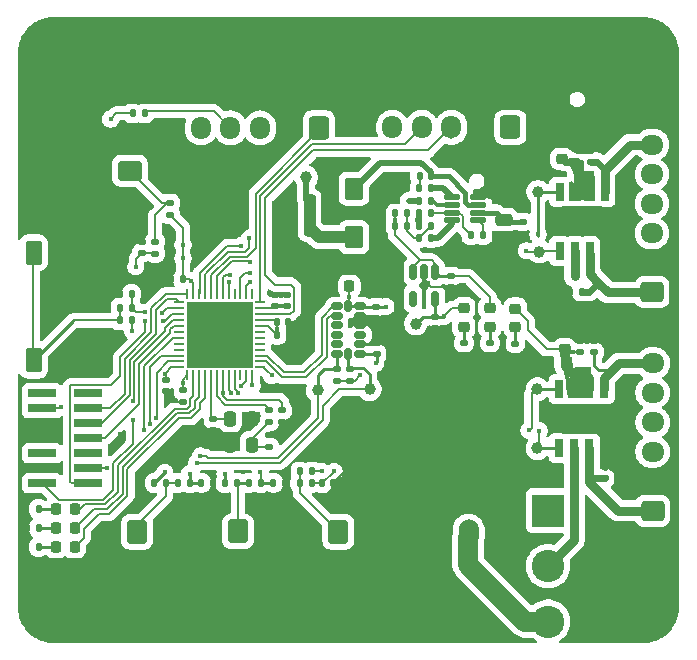
<source format=gbr>
%TF.GenerationSoftware,KiCad,Pcbnew,9.0.4*%
%TF.CreationDate,2025-10-13T17:03:11+02:00*%
%TF.ProjectId,ProjetX,50726f6a-6574-4582-9e6b-696361645f70,rev?*%
%TF.SameCoordinates,Original*%
%TF.FileFunction,Copper,L1,Top*%
%TF.FilePolarity,Positive*%
%FSLAX46Y46*%
G04 Gerber Fmt 4.6, Leading zero omitted, Abs format (unit mm)*
G04 Created by KiCad (PCBNEW 9.0.4) date 2025-10-13 17:03:11*
%MOMM*%
%LPD*%
G01*
G04 APERTURE LIST*
G04 Aperture macros list*
%AMRoundRect*
0 Rectangle with rounded corners*
0 $1 Rounding radius*
0 $2 $3 $4 $5 $6 $7 $8 $9 X,Y pos of 4 corners*
0 Add a 4 corners polygon primitive as box body*
4,1,4,$2,$3,$4,$5,$6,$7,$8,$9,$2,$3,0*
0 Add four circle primitives for the rounded corners*
1,1,$1+$1,$2,$3*
1,1,$1+$1,$4,$5*
1,1,$1+$1,$6,$7*
1,1,$1+$1,$8,$9*
0 Add four rect primitives between the rounded corners*
20,1,$1+$1,$2,$3,$4,$5,0*
20,1,$1+$1,$4,$5,$6,$7,0*
20,1,$1+$1,$6,$7,$8,$9,0*
20,1,$1+$1,$8,$9,$2,$3,0*%
G04 Aperture macros list end*
%TA.AperFunction,SMDPad,CuDef*%
%ADD10RoundRect,0.135000X-0.135000X-0.185000X0.135000X-0.185000X0.135000X0.185000X-0.135000X0.185000X0*%
%TD*%
%TA.AperFunction,SMDPad,CuDef*%
%ADD11RoundRect,0.140000X-0.170000X0.140000X-0.170000X-0.140000X0.170000X-0.140000X0.170000X0.140000X0*%
%TD*%
%TA.AperFunction,SMDPad,CuDef*%
%ADD12RoundRect,0.140000X0.170000X-0.140000X0.170000X0.140000X-0.170000X0.140000X-0.170000X-0.140000X0*%
%TD*%
%TA.AperFunction,ComponentPad*%
%ADD13RoundRect,0.250000X-0.600000X-0.750000X0.600000X-0.750000X0.600000X0.750000X-0.600000X0.750000X0*%
%TD*%
%TA.AperFunction,ComponentPad*%
%ADD14O,1.700000X2.000000*%
%TD*%
%TA.AperFunction,SMDPad,CuDef*%
%ADD15RoundRect,0.135000X0.135000X0.185000X-0.135000X0.185000X-0.135000X-0.185000X0.135000X-0.185000X0*%
%TD*%
%TA.AperFunction,SMDPad,CuDef*%
%ADD16C,1.000000*%
%TD*%
%TA.AperFunction,SMDPad,CuDef*%
%ADD17RoundRect,0.150000X-0.150000X0.512500X-0.150000X-0.512500X0.150000X-0.512500X0.150000X0.512500X0*%
%TD*%
%TA.AperFunction,SMDPad,CuDef*%
%ADD18RoundRect,0.140000X-0.140000X-0.170000X0.140000X-0.170000X0.140000X0.170000X-0.140000X0.170000X0*%
%TD*%
%TA.AperFunction,SMDPad,CuDef*%
%ADD19RoundRect,0.140000X0.140000X0.170000X-0.140000X0.170000X-0.140000X-0.170000X0.140000X-0.170000X0*%
%TD*%
%TA.AperFunction,ComponentPad*%
%ADD20R,2.750000X2.750000*%
%TD*%
%TA.AperFunction,ComponentPad*%
%ADD21C,2.750000*%
%TD*%
%TA.AperFunction,ComponentPad*%
%ADD22C,0.800000*%
%TD*%
%TA.AperFunction,ComponentPad*%
%ADD23C,6.400000*%
%TD*%
%TA.AperFunction,SMDPad,CuDef*%
%ADD24RoundRect,0.218750X0.256250X-0.218750X0.256250X0.218750X-0.256250X0.218750X-0.256250X-0.218750X0*%
%TD*%
%TA.AperFunction,SMDPad,CuDef*%
%ADD25R,0.802000X1.505000*%
%TD*%
%TA.AperFunction,SMDPad,CuDef*%
%ADD26R,3.502000X2.613000*%
%TD*%
%TA.AperFunction,SMDPad,CuDef*%
%ADD27RoundRect,0.125000X0.537500X0.125000X-0.537500X0.125000X-0.537500X-0.125000X0.537500X-0.125000X0*%
%TD*%
%TA.AperFunction,SMDPad,CuDef*%
%ADD28RoundRect,0.218750X-0.218750X-0.256250X0.218750X-0.256250X0.218750X0.256250X-0.218750X0.256250X0*%
%TD*%
%TA.AperFunction,SMDPad,CuDef*%
%ADD29RoundRect,0.135000X0.185000X-0.135000X0.185000X0.135000X-0.185000X0.135000X-0.185000X-0.135000X0*%
%TD*%
%TA.AperFunction,SMDPad,CuDef*%
%ADD30RoundRect,0.250000X0.250000X0.475000X-0.250000X0.475000X-0.250000X-0.475000X0.250000X-0.475000X0*%
%TD*%
%TA.AperFunction,SMDPad,CuDef*%
%ADD31RoundRect,0.225000X0.225000X0.250000X-0.225000X0.250000X-0.225000X-0.250000X0.225000X-0.250000X0*%
%TD*%
%TA.AperFunction,SMDPad,CuDef*%
%ADD32RoundRect,0.062500X0.062500X-0.375000X0.062500X0.375000X-0.062500X0.375000X-0.062500X-0.375000X0*%
%TD*%
%TA.AperFunction,SMDPad,CuDef*%
%ADD33RoundRect,0.062500X0.375000X-0.062500X0.375000X0.062500X-0.375000X0.062500X-0.375000X-0.062500X0*%
%TD*%
%TA.AperFunction,HeatsinkPad*%
%ADD34R,5.600000X5.600000*%
%TD*%
%TA.AperFunction,SMDPad,CuDef*%
%ADD35RoundRect,0.135000X-0.185000X0.135000X-0.185000X-0.135000X0.185000X-0.135000X0.185000X0.135000X0*%
%TD*%
%TA.AperFunction,SMDPad,CuDef*%
%ADD36RoundRect,0.225000X0.250000X-0.225000X0.250000X0.225000X-0.250000X0.225000X-0.250000X-0.225000X0*%
%TD*%
%TA.AperFunction,ComponentPad*%
%ADD37RoundRect,0.250000X0.725000X-0.600000X0.725000X0.600000X-0.725000X0.600000X-0.725000X-0.600000X0*%
%TD*%
%TA.AperFunction,ComponentPad*%
%ADD38O,1.950000X1.700000*%
%TD*%
%TA.AperFunction,ComponentPad*%
%ADD39RoundRect,0.250000X0.600000X0.725000X-0.600000X0.725000X-0.600000X-0.725000X0.600000X-0.725000X0*%
%TD*%
%TA.AperFunction,ComponentPad*%
%ADD40O,1.700000X1.950000*%
%TD*%
%TA.AperFunction,ComponentPad*%
%ADD41RoundRect,0.250000X-0.750000X0.600000X-0.750000X-0.600000X0.750000X-0.600000X0.750000X0.600000X0*%
%TD*%
%TA.AperFunction,ComponentPad*%
%ADD42O,2.000000X1.700000*%
%TD*%
%TA.AperFunction,SMDPad,CuDef*%
%ADD43RoundRect,0.250000X-0.550000X0.700000X-0.550000X-0.700000X0.550000X-0.700000X0.550000X0.700000X0*%
%TD*%
%TA.AperFunction,SMDPad,CuDef*%
%ADD44R,2.400000X0.740000*%
%TD*%
%TA.AperFunction,SMDPad,CuDef*%
%ADD45RoundRect,0.150000X0.325000X0.150000X-0.325000X0.150000X-0.325000X-0.150000X0.325000X-0.150000X0*%
%TD*%
%TA.AperFunction,SMDPad,CuDef*%
%ADD46RoundRect,0.150000X0.150000X0.325000X-0.150000X0.325000X-0.150000X-0.325000X0.150000X-0.325000X0*%
%TD*%
%TA.AperFunction,SMDPad,CuDef*%
%ADD47RoundRect,0.250000X0.250000X-0.400000X0.250000X0.400000X-0.250000X0.400000X-0.250000X-0.400000X0*%
%TD*%
%TA.AperFunction,SMDPad,CuDef*%
%ADD48RoundRect,0.250000X0.450000X-0.800000X0.450000X0.800000X-0.450000X0.800000X-0.450000X-0.800000X0*%
%TD*%
%TA.AperFunction,SMDPad,CuDef*%
%ADD49RoundRect,0.250000X0.475000X-0.250000X0.475000X0.250000X-0.475000X0.250000X-0.475000X-0.250000X0*%
%TD*%
%TA.AperFunction,ViaPad*%
%ADD50C,0.450000*%
%TD*%
%TA.AperFunction,ViaPad*%
%ADD51C,0.600000*%
%TD*%
%TA.AperFunction,Conductor*%
%ADD52C,0.350000*%
%TD*%
%TA.AperFunction,Conductor*%
%ADD53C,0.200000*%
%TD*%
%TA.AperFunction,Conductor*%
%ADD54C,0.250000*%
%TD*%
%TA.AperFunction,Conductor*%
%ADD55C,0.802000*%
%TD*%
%TA.AperFunction,Conductor*%
%ADD56C,0.560000*%
%TD*%
%TA.AperFunction,Conductor*%
%ADD57C,0.620000*%
%TD*%
%TA.AperFunction,Conductor*%
%ADD58C,1.000000*%
%TD*%
%TA.AperFunction,Conductor*%
%ADD59C,0.500000*%
%TD*%
%TA.AperFunction,Conductor*%
%ADD60C,0.400000*%
%TD*%
%TA.AperFunction,Conductor*%
%ADD61C,0.540000*%
%TD*%
%TA.AperFunction,Conductor*%
%ADD62C,1.700000*%
%TD*%
G04 APERTURE END LIST*
D10*
%TO.P,R11,1*%
%TO.N,Net-(IC1-VCC)*%
X173873749Y-93975000D03*
%TO.P,R11,2*%
%TO.N,Net-(IC1-PG)*%
X174893749Y-93975000D03*
%TD*%
%TO.P,R21,1*%
%TO.N,Net-(J8-Pin_1)*%
X149040000Y-114940000D03*
%TO.P,R21,2*%
%TO.N,/STM32/BORDER_1*%
X150060000Y-114940000D03*
%TD*%
D11*
%TO.P,C9,1*%
%TO.N,GND*%
X157250000Y-99040000D03*
%TO.P,C9,2*%
%TO.N,+3.3V*%
X157250000Y-100000000D03*
%TD*%
D12*
%TO.P,C32,1*%
%TO.N,/STM32/BORDER_4*%
X146000000Y-95470000D03*
%TO.P,C32,2*%
%TO.N,GND*%
X146000000Y-94510000D03*
%TD*%
D13*
%TO.P,J7,1,Pin_1*%
%TO.N,Net-(J7-Pin_1)*%
X154130000Y-119050000D03*
D14*
%TO.P,J7,2,Pin_2*%
%TO.N,GND*%
X156630000Y-119050000D03*
%TD*%
D15*
%TO.P,R12,1*%
%TO.N,Net-(IC1-BST)*%
X170520000Y-89990000D03*
%TO.P,R12,2*%
%TO.N,Net-(C27-Pad1)*%
X169500000Y-89990000D03*
%TD*%
D16*
%TO.P,TP4,1,1*%
%TO.N,/Actionneurs/REV2*%
X179492500Y-112000000D03*
%TD*%
D17*
%TO.P,PS1,1,VIN*%
%TO.N,+5V*%
X170860000Y-97052500D03*
%TO.P,PS1,2,GND*%
%TO.N,GND*%
X169910000Y-97052500D03*
%TO.P,PS1,3,STBY*%
%TO.N,+5V*%
X168960000Y-97052500D03*
%TO.P,PS1,4,N.C.*%
%TO.N,unconnected-(PS1-N.C.-Pad4)*%
X168960000Y-99327500D03*
%TO.P,PS1,5,VOUT*%
%TO.N,+3.3V*%
X170860000Y-99327500D03*
%TD*%
D18*
%TO.P,C31,1*%
%TO.N,/STM32/BORDER_2*%
X157150000Y-114940000D03*
%TO.P,C31,2*%
%TO.N,GND*%
X158110000Y-114940000D03*
%TD*%
D16*
%TO.P,3V3,1,1*%
%TO.N,+3.3V*%
X169210000Y-101452500D03*
%TD*%
D19*
%TO.P,C11,1*%
%TO.N,GND*%
X158420000Y-101342500D03*
%TO.P,C11,2*%
%TO.N,+3.3V*%
X157460000Y-101342500D03*
%TD*%
D16*
%TO.P,TP1,1,1*%
%TO.N,/Actionneurs/FWD1*%
X179550000Y-90300000D03*
%TD*%
D20*
%TO.P,S1,1,1*%
%TO.N,unconnected-(S1-Pad1)*%
X180400000Y-117275000D03*
D21*
%TO.P,S1,2,2*%
%TO.N,+BATT*%
X180400000Y-121975000D03*
%TO.P,S1,3,3*%
%TO.N,Net-(J2-Pin_2)*%
X180400000Y-126675000D03*
%TD*%
D18*
%TO.P,C27,1*%
%TO.N,Net-(C27-Pad1)*%
X169520000Y-88960000D03*
%TO.P,C27,2*%
%TO.N,Net-(IC1-SW)*%
X170480000Y-88960000D03*
%TD*%
D22*
%TO.P,H1,1,1*%
%TO.N,GND*%
X136600000Y-79000000D03*
X137302944Y-77302944D03*
X137302944Y-80697056D03*
X139000000Y-76600000D03*
D23*
X139000000Y-79000000D03*
D22*
X139000000Y-81400000D03*
X140697056Y-77302944D03*
X140697056Y-80697056D03*
X141400000Y-79000000D03*
%TD*%
D16*
%TO.P,TP3,1,1*%
%TO.N,/Actionneurs/FWD2*%
X179492500Y-107000000D03*
%TD*%
D19*
%TO.P,C13,1*%
%TO.N,/Actionneurs/MOTEUR1-*%
X183240000Y-98740000D03*
%TO.P,C13,2*%
%TO.N,GND*%
X182280000Y-98740000D03*
%TD*%
D24*
%TO.P,D3_PWR_3V1,1,K*%
%TO.N,Net-(D3_PWR_3V1-K)*%
X173270000Y-101710000D03*
%TO.P,D3_PWR_3V1,2,A*%
%TO.N,+3.3V*%
X173270000Y-100135000D03*
%TD*%
D25*
%TO.P,U3,1,OUT1*%
%TO.N,/Actionneurs/MOTEUR2+*%
X185147500Y-107002500D03*
%TO.P,U3,2,VM*%
%TO.N,+BATT*%
X183877500Y-107002500D03*
%TO.P,U3,3,VDD*%
X182607500Y-107002500D03*
%TO.P,U3,4,FWD*%
%TO.N,/Actionneurs/FWD2*%
X181337500Y-107002500D03*
%TO.P,U3,5,REV*%
%TO.N,/Actionneurs/REV2*%
X181337500Y-111997500D03*
%TO.P,U3,6,VREF*%
%TO.N,+BATT*%
X182607500Y-111997500D03*
%TO.P,U3,7,OUT2*%
%TO.N,/Actionneurs/MOTEUR2-*%
X183877500Y-111997500D03*
%TO.P,U3,8,GND*%
%TO.N,GND*%
X185147500Y-111997500D03*
D26*
%TO.P,U3,9,GND*%
X183242500Y-109500000D03*
%TD*%
D12*
%TO.P,C6,1*%
%TO.N,GND*%
X148050000Y-107150000D03*
%TO.P,C6,2*%
%TO.N,+3.3V*%
X148050000Y-106190000D03*
%TD*%
D27*
%TO.P,IC1,1,PG*%
%TO.N,Net-(IC1-PG)*%
X174501249Y-92700000D03*
%TO.P,IC1,2,IN*%
%TO.N,+BATT*%
X174501249Y-92050000D03*
%TO.P,IC1,3,SW*%
%TO.N,Net-(IC1-SW)*%
X174501249Y-91400000D03*
%TO.P,IC1,4,GND*%
%TO.N,GND*%
X174501249Y-90750000D03*
%TO.P,IC1,5,BST*%
%TO.N,Net-(IC1-BST)*%
X172226249Y-90750000D03*
%TO.P,IC1,6,EN/SYNC*%
%TO.N,Net-(IC1-EN{slash}SYNC)*%
X172226249Y-91400000D03*
%TO.P,IC1,7,VCC*%
%TO.N,Net-(IC1-VCC)*%
X172226249Y-92050000D03*
%TO.P,IC1,8,FB*%
%TO.N,Net-(IC1-FB)*%
X172226249Y-92700000D03*
%TD*%
D28*
%TO.P,D3,1,K*%
%TO.N,Net-(D3-K)*%
X138737500Y-120350000D03*
%TO.P,D3,2,A*%
%TO.N,/STM32/LD_ST3*%
X140312500Y-120350000D03*
%TD*%
D12*
%TO.P,C21,1*%
%TO.N,GND*%
X165850000Y-100980000D03*
%TO.P,C21,2*%
%TO.N,+3.3V*%
X165850000Y-100020000D03*
%TD*%
D10*
%TO.P,R20,1*%
%TO.N,+3.3V*%
X147045000Y-114940000D03*
%TO.P,R20,2*%
%TO.N,Net-(J8-Pin_1)*%
X148065000Y-114940000D03*
%TD*%
D29*
%TO.P,R1,1*%
%TO.N,Net-(C1-Pad2)*%
X156800000Y-109760000D03*
%TO.P,R1,2*%
%TO.N,Net-(U1-PF1)*%
X156800000Y-108740000D03*
%TD*%
D10*
%TO.P,R17,1*%
%TO.N,Net-(J7-Pin_1)*%
X155050000Y-114940000D03*
%TO.P,R17,2*%
%TO.N,/STM32/BORDER_2*%
X156070000Y-114940000D03*
%TD*%
D15*
%TO.P,R26,1*%
%TO.N,Net-(J6-Pin_4)*%
X146240000Y-83650000D03*
%TO.P,R26,2*%
%TO.N,/STM32/LIDAR_TX*%
X145220000Y-83650000D03*
%TD*%
%TO.P,R9,1*%
%TO.N,Net-(D3-K)*%
X137257500Y-120350000D03*
%TO.P,R9,2*%
%TO.N,GND*%
X136237500Y-120350000D03*
%TD*%
D12*
%TO.P,C19,1*%
%TO.N,+BATT*%
X183060000Y-103850000D03*
%TO.P,C19,2*%
%TO.N,GND*%
X183060000Y-102890000D03*
%TD*%
D16*
%TO.P,TP5,1,1*%
%TO.N,/STM32/SDA*%
X160900000Y-107100000D03*
%TD*%
D25*
%TO.P,U2,1,OUT1*%
%TO.N,/Actionneurs/MOTEUR1+*%
X185205000Y-90302500D03*
%TO.P,U2,2,VM*%
%TO.N,+BATT*%
X183935000Y-90302500D03*
%TO.P,U2,3,VDD*%
X182665000Y-90302500D03*
%TO.P,U2,4,FWD*%
%TO.N,/Actionneurs/FWD1*%
X181395000Y-90302500D03*
%TO.P,U2,5,REV*%
%TO.N,/Actionneurs/REV1*%
X181395000Y-95297500D03*
%TO.P,U2,6,VREF*%
%TO.N,+BATT*%
X182665000Y-95297500D03*
%TO.P,U2,7,OUT2*%
%TO.N,/Actionneurs/MOTEUR1-*%
X183935000Y-95297500D03*
%TO.P,U2,8,GND*%
%TO.N,GND*%
X185205000Y-95297500D03*
D26*
%TO.P,U2,9,GND*%
X183300000Y-92800000D03*
%TD*%
D11*
%TO.P,C20,1*%
%TO.N,GND*%
X165900000Y-103070000D03*
%TO.P,C20,2*%
%TO.N,+3.3V*%
X165900000Y-104030000D03*
%TD*%
D30*
%TO.P,C36,1*%
%TO.N,+5V*%
X160200000Y-93320000D03*
%TO.P,C36,2*%
%TO.N,GND*%
X158300000Y-93320000D03*
%TD*%
D10*
%TO.P,R23,1*%
%TO.N,Net-(J9-Pin_1)*%
X159360000Y-114970000D03*
%TO.P,R23,2*%
%TO.N,/STM32/BORDER_3*%
X160380000Y-114970000D03*
%TD*%
D19*
%TO.P,C30,1*%
%TO.N,Net-(C30-Pad1)*%
X168421249Y-92110000D03*
%TO.P,C30,2*%
%TO.N,+5V*%
X167461249Y-92110000D03*
%TD*%
D11*
%TO.P,C16,1*%
%TO.N,GND*%
X184310000Y-102895000D03*
%TO.P,C16,2*%
%TO.N,/Actionneurs/MOTEUR2+*%
X184310000Y-103855000D03*
%TD*%
D31*
%TO.P,C3,1*%
%TO.N,GND*%
X165125000Y-98280000D03*
%TO.P,C3,2*%
%TO.N,+3.3V*%
X163575000Y-98280000D03*
%TD*%
D32*
%TO.P,U1,1,VBAT*%
%TO.N,+3.3V*%
X149850000Y-105837500D03*
%TO.P,U1,2,PC13*%
%TO.N,/STM32/LD_ST1*%
X150350000Y-105837500D03*
%TO.P,U1,3,PC14*%
%TO.N,/STM32/LD_ST2*%
X150850000Y-105837500D03*
%TO.P,U1,4,PC15*%
%TO.N,/STM32/LD_ST3*%
X151350000Y-105837500D03*
%TO.P,U1,5,PF0*%
%TO.N,Net-(U1-PF0)*%
X151850000Y-105837500D03*
%TO.P,U1,6,PF1*%
%TO.N,Net-(U1-PF1)*%
X152350000Y-105837500D03*
%TO.P,U1,7,PG10*%
%TO.N,/STM32/NRST*%
X152850000Y-105837500D03*
%TO.P,U1,8,PA0*%
%TO.N,/STM32/BORDER_1*%
X153350000Y-105837500D03*
%TO.P,U1,9,PA1*%
%TO.N,/STM32/BORDER_2*%
X153850000Y-105837500D03*
%TO.P,U1,10,PA2*%
%TO.N,unconnected-(U1-PA2-Pad10)*%
X154350000Y-105837500D03*
%TO.P,U1,11,PA3*%
%TO.N,/STM32/LIDAR_TX*%
X154850000Y-105837500D03*
%TO.P,U1,12,PA4*%
%TO.N,/STM32/BORDER_4*%
X155350000Y-105837500D03*
D33*
%TO.P,U1,13,PA5*%
%TO.N,/STM32/BORDER_3*%
X156037500Y-105150000D03*
%TO.P,U1,14,PA6*%
%TO.N,/STM32/INT2_ACC*%
X156037500Y-104650000D03*
%TO.P,U1,15,PA7*%
%TO.N,/STM32/INT1_ACC*%
X156037500Y-104150000D03*
%TO.P,U1,16,PC4*%
%TO.N,unconnected-(U1-PC4-Pad16)*%
X156037500Y-103650000D03*
%TO.P,U1,17,PB0*%
%TO.N,unconnected-(U1-PB0-Pad17)*%
X156037500Y-103150000D03*
%TO.P,U1,18,PB1*%
%TO.N,unconnected-(U1-PB1-Pad18)*%
X156037500Y-102650000D03*
%TO.P,U1,19,PB2*%
%TO.N,unconnected-(U1-PB2-Pad19)*%
X156037500Y-102150000D03*
%TO.P,U1,20,VREF+*%
%TO.N,+3.3V*%
X156037500Y-101650000D03*
%TO.P,U1,21,VDDA*%
X156037500Y-101150000D03*
%TO.P,U1,22,PB10*%
%TO.N,/STM32/BLE_RX*%
X156037500Y-100650000D03*
%TO.P,U1,23,VDD*%
%TO.N,+3.3V*%
X156037500Y-100150000D03*
%TO.P,U1,24,PB11*%
%TO.N,/STM32/BLE_TX*%
X156037500Y-99650000D03*
D32*
%TO.P,U1,25,PB12*%
%TO.N,unconnected-(U1-PB12-Pad25)*%
X155350000Y-98962500D03*
%TO.P,U1,26,PB13*%
%TO.N,/Actionneurs/REV2*%
X154850000Y-98962500D03*
%TO.P,U1,27,PB14*%
%TO.N,/Actionneurs/REV1*%
X154350000Y-98962500D03*
%TO.P,U1,28,PB15*%
%TO.N,unconnected-(U1-PB15-Pad28)*%
X153850000Y-98962500D03*
%TO.P,U1,29,PC6*%
%TO.N,/Actionneurs/ENCOD_B2*%
X153350000Y-98962500D03*
%TO.P,U1,30,PA8*%
%TO.N,/Actionneurs/FWD2*%
X152850000Y-98962500D03*
%TO.P,U1,31,PA9*%
%TO.N,/Actionneurs/FWD1*%
X152350000Y-98962500D03*
%TO.P,U1,32,PA10*%
%TO.N,/STM32/LIDAR_M_CTR*%
X151850000Y-98962500D03*
%TO.P,U1,33,PA11*%
%TO.N,/Actionneurs/ENCOD_B1*%
X151350000Y-98962500D03*
%TO.P,U1,34,PA12*%
%TO.N,/Actionneurs/ENCOD_A1*%
X150850000Y-98962500D03*
%TO.P,U1,35,VDD*%
%TO.N,+3.3V*%
X150350000Y-98962500D03*
%TO.P,U1,36,PA13*%
%TO.N,/STM32/SWDIO*%
X149850000Y-98962500D03*
D33*
%TO.P,U1,37,PA14*%
%TO.N,/STM32/SWCLK*%
X149162500Y-99650000D03*
%TO.P,U1,38,PA15*%
%TO.N,/STM32/CHAT{slash}SOURIS*%
X149162500Y-100150000D03*
%TO.P,U1,39,PC10*%
%TO.N,/STM32/TX_SWD*%
X149162500Y-100650000D03*
%TO.P,U1,40,PC11*%
%TO.N,/STM32/RX_SWD*%
X149162500Y-101150000D03*
%TO.P,U1,41,PB3*%
%TO.N,/STM32/SWO*%
X149162500Y-101650000D03*
%TO.P,U1,42,PB4*%
%TO.N,unconnected-(U1-PB4-Pad42)*%
X149162500Y-102150000D03*
%TO.P,U1,43,PB5*%
%TO.N,/Actionneurs/ENCOD_A2*%
X149162500Y-102650000D03*
%TO.P,U1,44,PB6*%
%TO.N,unconnected-(U1-PB6-Pad44)*%
X149162500Y-103150000D03*
%TO.P,U1,45,PB7*%
%TO.N,unconnected-(U1-PB7-Pad45)*%
X149162500Y-103650000D03*
%TO.P,U1,46,PB8*%
%TO.N,/STM32/SCL*%
X149162500Y-104150000D03*
%TO.P,U1,47,PB9*%
%TO.N,/STM32/SDA*%
X149162500Y-104650000D03*
%TO.P,U1,48,VDD*%
%TO.N,+3.3V*%
X149162500Y-105150000D03*
D34*
%TO.P,U1,49,VSS*%
%TO.N,GND*%
X152600000Y-102400000D03*
%TD*%
D12*
%TO.P,C25,1*%
%TO.N,+BATT*%
X178250000Y-92820000D03*
%TO.P,C25,2*%
%TO.N,GND*%
X178250000Y-91860000D03*
%TD*%
D22*
%TO.P,H2,1,1*%
%TO.N,GND*%
X185600000Y-79000000D03*
X186302944Y-77302944D03*
X186302944Y-80697056D03*
X188000000Y-76600000D03*
D23*
X188000000Y-79000000D03*
D22*
X188000000Y-81400000D03*
X189697056Y-77302944D03*
X189697056Y-80697056D03*
X190400000Y-79000000D03*
%TD*%
D35*
%TO.P,R3,1*%
%TO.N,Net-(D2_PWR_5V1-K)*%
X175470000Y-103110000D03*
%TO.P,R3,2*%
%TO.N,GND*%
X175470000Y-104130000D03*
%TD*%
D10*
%TO.P,R25,1*%
%TO.N,Net-(R24-Pad2)*%
X144130000Y-101180000D03*
%TO.P,R25,2*%
%TO.N,+3.3V*%
X145150000Y-101180000D03*
%TD*%
D22*
%TO.P,H3,1,1*%
%TO.N,GND*%
X136600000Y-125000000D03*
X137302944Y-123302944D03*
X137302944Y-126697056D03*
X139000000Y-122600000D03*
D23*
X139000000Y-125000000D03*
D22*
X139000000Y-127400000D03*
X140697056Y-123302944D03*
X140697056Y-126697056D03*
X141400000Y-125000000D03*
%TD*%
D10*
%TO.P,R16,1*%
%TO.N,+3.3V*%
X153040000Y-114940000D03*
%TO.P,R16,2*%
%TO.N,Net-(J7-Pin_1)*%
X154060000Y-114940000D03*
%TD*%
D36*
%TO.P,C18,1*%
%TO.N,+BATT*%
X181810000Y-103625000D03*
%TO.P,C18,2*%
%TO.N,GND*%
X181810000Y-102075000D03*
%TD*%
D13*
%TO.P,J8,1,Pin_1*%
%TO.N,Net-(J8-Pin_1)*%
X145610000Y-119080000D03*
D14*
%TO.P,J8,2,Pin_2*%
%TO.N,GND*%
X148110000Y-119080000D03*
%TD*%
D36*
%TO.P,C14,1*%
%TO.N,+BATT*%
X181560000Y-87510000D03*
%TO.P,C14,2*%
%TO.N,GND*%
X181560000Y-85960000D03*
%TD*%
D15*
%TO.P,R13,1*%
%TO.N,Net-(C30-Pad1)*%
X168441249Y-93170000D03*
%TO.P,R13,2*%
%TO.N,+5V*%
X167421249Y-93170000D03*
%TD*%
D18*
%TO.P,C34,1*%
%TO.N,/STM32/BORDER_3*%
X161270000Y-114970000D03*
%TO.P,C34,2*%
%TO.N,GND*%
X162230000Y-114970000D03*
%TD*%
D10*
%TO.P,R10,1*%
%TO.N,+BATT*%
X169473749Y-91045000D03*
%TO.P,R10,2*%
%TO.N,Net-(IC1-EN{slash}SYNC)*%
X170493749Y-91045000D03*
%TD*%
D12*
%TO.P,C17,1*%
%TO.N,/Actionneurs/MOTEUR2-*%
X185200000Y-114550000D03*
%TO.P,C17,2*%
%TO.N,GND*%
X185200000Y-113590000D03*
%TD*%
D37*
%TO.P,J5,1,Pin_1*%
%TO.N,/Actionneurs/MOTEUR2-*%
X189255000Y-117300000D03*
D38*
%TO.P,J5,2,Pin_2*%
%TO.N,GND*%
X189255000Y-114800000D03*
%TO.P,J5,3,Pin_3*%
%TO.N,/Actionneurs/ENCOD_A2*%
X189255000Y-112300000D03*
%TO.P,J5,4,Pin_4*%
%TO.N,/Actionneurs/ENCOD_B2*%
X189255000Y-109800000D03*
%TO.P,J5,5,Pin_5*%
%TO.N,+3.3V*%
X189255000Y-107300000D03*
%TO.P,J5,6,Pin_6*%
%TO.N,/Actionneurs/MOTEUR2+*%
X189255000Y-104800000D03*
%TD*%
D39*
%TO.P,J6,1,Pin_1*%
%TO.N,/STM32/LIDAR_M_CTR*%
X161010000Y-84880000D03*
D40*
%TO.P,J6,2,Pin_2*%
%TO.N,GND*%
X158510000Y-84880000D03*
%TO.P,J6,3,Pin_3*%
%TO.N,unconnected-(J6-Pin_3-Pad3)*%
X156010000Y-84880000D03*
%TO.P,J6,4,Pin_4*%
%TO.N,Net-(J6-Pin_4)*%
X153510000Y-84880000D03*
%TO.P,J6,5,Pin_5*%
%TO.N,+5V*%
X151010000Y-84880000D03*
%TD*%
D15*
%TO.P,R14,1*%
%TO.N,Net-(IC1-FB)*%
X170473749Y-94195000D03*
%TO.P,R14,2*%
%TO.N,Net-(C30-Pad1)*%
X169453749Y-94195000D03*
%TD*%
D28*
%TO.P,D2,1,K*%
%TO.N,Net-(D2-K)*%
X138762500Y-118750000D03*
%TO.P,D2,2,A*%
%TO.N,/STM32/LD_ST2*%
X140337500Y-118750000D03*
%TD*%
D16*
%TO.P,TP6,1,1*%
%TO.N,/STM32/SCL*%
X165300000Y-107000000D03*
%TD*%
%TO.P,TP7,1,1*%
%TO.N,+5V*%
X159910000Y-89050000D03*
%TD*%
D28*
%TO.P,D1,1,K*%
%TO.N,Net-(D1-K)*%
X138737500Y-117150000D03*
%TO.P,D1,2,A*%
%TO.N,/STM32/LD_ST1*%
X140312500Y-117150000D03*
%TD*%
D19*
%TO.P,C35,1*%
%TO.N,/STM32/CHAT{slash}SOURIS*%
X145130000Y-98940000D03*
%TO.P,C35,2*%
%TO.N,GND*%
X144170000Y-98940000D03*
%TD*%
D11*
%TO.P,C12,1*%
%TO.N,GND*%
X184060000Y-86780000D03*
%TO.P,C12,2*%
%TO.N,/Actionneurs/MOTEUR1+*%
X184060000Y-87740000D03*
%TD*%
D12*
%TO.P,C22,1*%
%TO.N,GND*%
X157900000Y-109750000D03*
%TO.P,C22,2*%
%TO.N,/STM32/NRST*%
X157900000Y-108790000D03*
%TD*%
D41*
%TO.P,J4,1,Pin_1*%
%TO.N,Net-(J4-Pin_1)*%
X144995000Y-88500000D03*
D42*
%TO.P,J4,2,Pin_2*%
%TO.N,GND*%
X144995000Y-91000000D03*
%TD*%
D37*
%TO.P,J3,1,Pin_1*%
%TO.N,/Actionneurs/MOTEUR1-*%
X189200000Y-98800000D03*
D38*
%TO.P,J3,2,Pin_2*%
%TO.N,GND*%
X189200000Y-96300000D03*
%TO.P,J3,3,Pin_3*%
%TO.N,/Actionneurs/ENCOD_A1*%
X189200000Y-93800000D03*
%TO.P,J3,4,Pin_4*%
%TO.N,/Actionneurs/ENCOD_B1*%
X189200000Y-91300000D03*
%TO.P,J3,5,Pin_5*%
%TO.N,+3.3V*%
X189200000Y-88800000D03*
%TO.P,J3,6,Pin_6*%
%TO.N,/Actionneurs/MOTEUR1+*%
X189200000Y-86300000D03*
%TD*%
D18*
%TO.P,C5,1*%
%TO.N,GND*%
X148490000Y-97690000D03*
%TO.P,C5,2*%
%TO.N,+3.3V*%
X149450000Y-97690000D03*
%TD*%
D11*
%TO.P,C8,1*%
%TO.N,GND*%
X158270000Y-99030000D03*
%TO.P,C8,2*%
%TO.N,+3.3V*%
X158270000Y-99990000D03*
%TD*%
D16*
%TO.P,TP2,1,1*%
%TO.N,/Actionneurs/REV1*%
X179660000Y-95350000D03*
%TD*%
D35*
%TO.P,R5,1*%
%TO.N,/STM32/SCL*%
X163650000Y-105250000D03*
%TO.P,R5,2*%
%TO.N,+3.3V*%
X163650000Y-106270000D03*
%TD*%
D43*
%TO.P,L2,1,1*%
%TO.N,Net-(IC1-SW)*%
X163960000Y-90030000D03*
%TO.P,L2,2,2*%
%TO.N,+5V*%
X163960000Y-94130000D03*
%TD*%
D11*
%TO.P,C23,1*%
%TO.N,+3.3V*%
X170810000Y-100872500D03*
%TO.P,C23,2*%
%TO.N,GND*%
X170810000Y-101832500D03*
%TD*%
D24*
%TO.P,D1_PWR_BATT1,1,K*%
%TO.N,Net-(D1_PWR_BATT1-K)*%
X177620000Y-101747500D03*
%TO.P,D1_PWR_BATT1,2,A*%
%TO.N,+BATT*%
X177620000Y-100172500D03*
%TD*%
D13*
%TO.P,J9,1,Pin_1*%
%TO.N,Net-(J9-Pin_1)*%
X162640000Y-119080000D03*
D14*
%TO.P,J9,2,Pin_2*%
%TO.N,GND*%
X165140000Y-119080000D03*
%TD*%
D15*
%TO.P,R8,1*%
%TO.N,Net-(D2-K)*%
X137260000Y-118750000D03*
%TO.P,R8,2*%
%TO.N,GND*%
X136240000Y-118750000D03*
%TD*%
D44*
%TO.P,J1,1,NC*%
%TO.N,unconnected-(J1-NC-Pad1)*%
X137550000Y-107340000D03*
%TO.P,J1,2,NC*%
%TO.N,unconnected-(J1-NC-Pad2)*%
X141450000Y-107340000D03*
%TO.P,J1,3,VCC*%
%TO.N,+3.3V*%
X137550000Y-108610000D03*
%TO.P,J1,4,JTMS/SWDIO*%
%TO.N,/STM32/SWDIO*%
X141450000Y-108610000D03*
%TO.P,J1,5,GND*%
%TO.N,GND*%
X137550000Y-109880000D03*
%TO.P,J1,6,JCLK/SWCLK*%
%TO.N,/STM32/SWCLK*%
X141450000Y-109880000D03*
%TO.P,J1,7,GND*%
%TO.N,GND*%
X137550000Y-111150000D03*
%TO.P,J1,8,JTDO/SWO*%
%TO.N,/STM32/SWO*%
X141450000Y-111150000D03*
%TO.P,J1,9,JRCLK/NC*%
%TO.N,unconnected-(J1-JRCLK{slash}NC-Pad9)*%
X137550000Y-112420000D03*
%TO.P,J1,10,JTDI/NC*%
%TO.N,unconnected-(J1-JTDI{slash}NC-Pad10)*%
X141450000Y-112420000D03*
%TO.P,J1,11,GNDDetect*%
%TO.N,GND*%
X137550000Y-113690000D03*
%TO.P,J1,12,~{RST}*%
%TO.N,/STM32/NRST*%
X141450000Y-113690000D03*
%TO.P,J1,13,VCP_RX*%
%TO.N,/STM32/RX_SWD*%
X137550000Y-114960000D03*
%TO.P,J1,14,VCP_TX*%
%TO.N,/STM32/TX_SWD*%
X141450000Y-114960000D03*
%TD*%
D35*
%TO.P,R6,1*%
%TO.N,/STM32/SDA*%
X162550000Y-105250000D03*
%TO.P,R6,2*%
%TO.N,+3.3V*%
X162550000Y-106270000D03*
%TD*%
%TO.P,R4,1*%
%TO.N,Net-(D3_PWR_3V1-K)*%
X173270000Y-103112500D03*
%TO.P,R4,2*%
%TO.N,GND*%
X173270000Y-104132500D03*
%TD*%
D45*
%TO.P,U4,1,Vdd_I/O*%
%TO.N,+3.3V*%
X164500000Y-104000000D03*
%TO.P,U4,2,GND*%
%TO.N,GND*%
X164500000Y-103200000D03*
%TO.P,U4,3,RES*%
%TO.N,unconnected-(U4-RES-Pad3)*%
X164500000Y-102400000D03*
%TO.P,U4,4,GND*%
%TO.N,GND*%
X164500000Y-101600000D03*
%TO.P,U4,5,GND*%
X164500000Y-100800000D03*
%TO.P,U4,6,Vs*%
%TO.N,+3.3V*%
X164500000Y-100000000D03*
D46*
%TO.P,U4,7,~{CS}*%
X163500000Y-100000000D03*
D45*
%TO.P,U4,8,INT1*%
%TO.N,/STM32/INT1_ACC*%
X162500000Y-100000000D03*
%TO.P,U4,9,INT2*%
%TO.N,/STM32/INT2_ACC*%
X162500000Y-100800000D03*
%TO.P,U4,10,NC*%
%TO.N,unconnected-(U4-NC-Pad10)*%
X162500000Y-101600000D03*
%TO.P,U4,11,RES*%
%TO.N,unconnected-(U4-RES-Pad11)*%
X162500000Y-102400000D03*
%TO.P,U4,12,SDO/ADDR*%
%TO.N,unconnected-(U4-SDO{slash}ADDR-Pad12)*%
X162500000Y-103200000D03*
%TO.P,U4,13,SDA/SDI/SDIO*%
%TO.N,/STM32/SDA*%
X162500000Y-104000000D03*
D46*
%TO.P,U4,14,SCL/SCLK*%
%TO.N,/STM32/SCL*%
X163500000Y-104000000D03*
%TD*%
D18*
%TO.P,C33,1*%
%TO.N,/STM32/BORDER_1*%
X151050000Y-114940000D03*
%TO.P,C33,2*%
%TO.N,GND*%
X152010000Y-114940000D03*
%TD*%
D15*
%TO.P,R7,1*%
%TO.N,Net-(D1-K)*%
X137257500Y-117150000D03*
%TO.P,R7,2*%
%TO.N,GND*%
X136237500Y-117150000D03*
%TD*%
D13*
%TO.P,J2,1,Pin_1*%
%TO.N,GND*%
X171170000Y-119050000D03*
D14*
%TO.P,J2,2,Pin_2*%
%TO.N,Net-(J2-Pin_2)*%
X173670000Y-119050000D03*
%TD*%
D35*
%TO.P,R2,1*%
%TO.N,Net-(D1_PWR_BATT1-K)*%
X177620000Y-103160000D03*
%TO.P,R2,2*%
%TO.N,GND*%
X177620000Y-104180000D03*
%TD*%
D11*
%TO.P,C4,1*%
%TO.N,+5V*%
X172210000Y-97430000D03*
%TO.P,C4,2*%
%TO.N,GND*%
X172210000Y-98390000D03*
%TD*%
D19*
%TO.P,C26,1*%
%TO.N,Net-(IC1-VCC)*%
X170463749Y-92085000D03*
%TO.P,C26,2*%
%TO.N,GND*%
X169503749Y-92085000D03*
%TD*%
D15*
%TO.P,R22,1*%
%TO.N,+3.3V*%
X160390000Y-113970000D03*
%TO.P,R22,2*%
%TO.N,Net-(J9-Pin_1)*%
X159370000Y-113970000D03*
%TD*%
%TO.P,R24,1*%
%TO.N,/STM32/CHAT{slash}SOURIS*%
X145160000Y-100090000D03*
%TO.P,R24,2*%
%TO.N,Net-(R24-Pad2)*%
X144140000Y-100090000D03*
%TD*%
D30*
%TO.P,C37,1*%
%TO.N,+5V*%
X160210000Y-91270000D03*
%TO.P,C37,2*%
%TO.N,GND*%
X158310000Y-91270000D03*
%TD*%
D12*
%TO.P,C15,1*%
%TO.N,+BATT*%
X182810000Y-87740000D03*
%TO.P,C15,2*%
%TO.N,GND*%
X182810000Y-86780000D03*
%TD*%
D22*
%TO.P,H4,1,1*%
%TO.N,GND*%
X185600000Y-125000000D03*
X186302944Y-123302944D03*
X186302944Y-126697056D03*
X188000000Y-122600000D03*
D23*
X188000000Y-125000000D03*
D22*
X188000000Y-127400000D03*
X189697056Y-123302944D03*
X189697056Y-126697056D03*
X190400000Y-125000000D03*
%TD*%
D11*
%TO.P,C1,1*%
%TO.N,GND*%
X156800000Y-110920000D03*
%TO.P,C1,2*%
%TO.N,Net-(C1-Pad2)*%
X156800000Y-111880000D03*
%TD*%
D19*
%TO.P,C10,1*%
%TO.N,GND*%
X158430000Y-102407500D03*
%TO.P,C10,2*%
%TO.N,+3.3V*%
X157470000Y-102407500D03*
%TD*%
D47*
%TO.P,Y1,1,1*%
%TO.N,Net-(C1-Pad2)*%
X155300000Y-111700000D03*
%TO.P,Y1,2,2*%
%TO.N,GND*%
X155300000Y-109500000D03*
%TO.P,Y1,3,3*%
%TO.N,Net-(U1-PF0)*%
X153500000Y-109500000D03*
%TO.P,Y1,4,4*%
%TO.N,GND*%
X153500000Y-111700000D03*
%TD*%
D48*
%TO.P,SW2,1,1*%
%TO.N,Net-(R24-Pad2)*%
X136840000Y-104550000D03*
X136840000Y-95450000D03*
%TO.P,SW2,2,2*%
%TO.N,GND*%
X141340000Y-104550000D03*
X141340000Y-95450000D03*
%TD*%
D12*
%TO.P,C7,1*%
%TO.N,GND*%
X149500000Y-108060000D03*
%TO.P,C7,2*%
%TO.N,+3.3V*%
X149500000Y-107100000D03*
%TD*%
D35*
%TO.P,R19,1*%
%TO.N,Net-(J4-Pin_1)*%
X147110000Y-94500000D03*
%TO.P,R19,2*%
%TO.N,/STM32/BORDER_4*%
X147110000Y-95520000D03*
%TD*%
D49*
%TO.P,C24,1*%
%TO.N,+BATT*%
X176643749Y-92635000D03*
%TO.P,C24,2*%
%TO.N,GND*%
X176643749Y-90735000D03*
%TD*%
D24*
%TO.P,D2_PWR_5V1,1,K*%
%TO.N,Net-(D2_PWR_5V1-K)*%
X175470000Y-101697500D03*
%TO.P,D2_PWR_5V1,2,A*%
%TO.N,+5V*%
X175470000Y-100122500D03*
%TD*%
D11*
%TO.P,C2,1*%
%TO.N,Net-(U1-PF0)*%
X152050000Y-109520000D03*
%TO.P,C2,2*%
%TO.N,GND*%
X152050000Y-110480000D03*
%TD*%
D39*
%TO.P,J11,1,Pin_1*%
%TO.N,unconnected-(J11-Pin_1-Pad1)*%
X177210000Y-84830000D03*
D40*
%TO.P,J11,2,Pin_2*%
%TO.N,GND*%
X174710000Y-84830000D03*
%TO.P,J11,3,Pin_3*%
%TO.N,/STM32/BLE_RX*%
X172210000Y-84830000D03*
%TO.P,J11,4,Pin_4*%
%TO.N,/STM32/BLE_TX*%
X169710000Y-84830000D03*
%TO.P,J11,5,Pin_5*%
%TO.N,+5V*%
X167210000Y-84830000D03*
%TD*%
D10*
%TO.P,R15,1*%
%TO.N,GND*%
X169463749Y-93145000D03*
%TO.P,R15,2*%
%TO.N,Net-(C30-Pad1)*%
X170483749Y-93145000D03*
%TD*%
D29*
%TO.P,R18,1*%
%TO.N,+3.3V*%
X148410000Y-92240000D03*
%TO.P,R18,2*%
%TO.N,Net-(J4-Pin_1)*%
X148410000Y-91220000D03*
%TD*%
D50*
%TO.N,+3.3V*%
X157770000Y-100000000D03*
X163575000Y-99160000D03*
X150205000Y-97825000D03*
X149500000Y-106450000D03*
X165800000Y-104800000D03*
X166670000Y-100020000D03*
X171560000Y-100827500D03*
X153050000Y-114140000D03*
X164500000Y-105800000D03*
X161270000Y-113970000D03*
X149490000Y-95920000D03*
X145200000Y-102050000D03*
X139180000Y-108530000D03*
X147955000Y-114040000D03*
X147951910Y-105690554D03*
X157470000Y-101880000D03*
X149490000Y-94790000D03*
%TO.N,GND*%
X169463749Y-92615000D03*
X148080000Y-108075000D03*
X157760000Y-99030000D03*
X185200000Y-112950000D03*
X177600000Y-104942500D03*
X152130000Y-111790000D03*
X177790000Y-90735000D03*
X139050000Y-113690000D03*
X140280000Y-95500000D03*
X163170000Y-113970000D03*
X152600000Y-102400000D03*
X144140000Y-97990000D03*
X183300000Y-92800000D03*
X182490000Y-86090000D03*
X154570000Y-114020000D03*
X136175000Y-117950000D03*
X157880000Y-110780000D03*
X165800000Y-102100000D03*
X171510000Y-101840000D03*
X175520000Y-90750000D03*
X182070000Y-100720000D03*
X140300000Y-104550000D03*
X158150000Y-114040000D03*
X144160000Y-110760000D03*
X170207516Y-98052484D03*
X158310000Y-92270000D03*
X158430000Y-101870000D03*
X183242500Y-109500000D03*
X139080000Y-109900000D03*
X139100000Y-111110000D03*
X175490000Y-104932500D03*
X185205000Y-94295000D03*
X147640000Y-97660000D03*
X166120000Y-98280000D03*
X151950000Y-114140000D03*
X173270000Y-104902500D03*
%TO.N,+5V*%
X159910000Y-90020000D03*
X167421249Y-92640000D03*
X160210000Y-92240000D03*
%TO.N,+BATT*%
X175510000Y-92050000D03*
X182607500Y-113800000D03*
X182437500Y-119937500D03*
D51*
X182665000Y-96625000D03*
X184000000Y-89000000D03*
X182650000Y-97450000D03*
X183877500Y-106077500D03*
D50*
X181850000Y-105030000D03*
X182510000Y-103850000D03*
X168620000Y-91045000D03*
D51*
X182810000Y-88400000D03*
X183400000Y-105700000D03*
D50*
X182607500Y-117350000D03*
X182810000Y-89177500D03*
X182540000Y-105720000D03*
%TO.N,/STM32/NRST*%
X143040000Y-113690000D03*
X152875000Y-107350000D03*
%TO.N,/STM32/BORDER_2*%
X154174829Y-107365000D03*
X156050000Y-114040000D03*
%TO.N,/STM32/BORDER_4*%
X145490000Y-96630000D03*
X155350000Y-106660000D03*
%TO.N,/STM32/BORDER_1*%
X153524826Y-107365000D03*
X150050000Y-114140000D03*
%TO.N,/STM32/BORDER_3*%
X156986268Y-105838732D03*
X162270000Y-113970000D03*
%TO.N,/Actionneurs/ENCOD_A1*%
X154415218Y-94845536D03*
%TO.N,/Actionneurs/ENCOD_B1*%
X155111500Y-94215000D03*
%TO.N,/Actionneurs/ENCOD_A2*%
X146180000Y-110460000D03*
%TO.N,/Actionneurs/ENCOD_B2*%
X153375000Y-97939611D03*
%TO.N,/STM32/RX_SWD*%
X145230000Y-109570000D03*
X145255000Y-108022881D03*
%TO.N,/STM32/TX_SWD*%
X147793768Y-101243768D03*
X146264000Y-101270000D03*
%TO.N,/STM32/SCL*%
X150661182Y-113241000D03*
X146705000Y-109961077D03*
%TO.N,/STM32/SDA*%
X150957971Y-112662710D03*
X147225000Y-109436077D03*
%TO.N,/Actionneurs/FWD1*%
X179550000Y-93900000D03*
X155144741Y-96245270D03*
%TO.N,/Actionneurs/REV1*%
X178538796Y-95286334D03*
X155173768Y-97203768D03*
%TO.N,/Actionneurs/FWD2*%
X153427100Y-97291700D03*
X178785000Y-110485000D03*
%TO.N,/Actionneurs/REV2*%
X179650000Y-110500000D03*
X155160000Y-97960000D03*
%TO.N,/STM32/LIDAR_TX*%
X143360000Y-84130000D03*
X154433115Y-106699753D03*
%TO.N,/STM32/CHAT{slash}SOURIS*%
X147739891Y-100519673D03*
X146264000Y-100480000D03*
%TD*%
D52*
%TO.N,Net-(IC1-EN{slash}SYNC)*%
X170620000Y-91045000D02*
X170825000Y-91250000D01*
X170493749Y-91045000D02*
X170620000Y-91045000D01*
X170825000Y-91250000D02*
X170975000Y-91400000D01*
X170975000Y-91400000D02*
X172226249Y-91400000D01*
D53*
%TO.N,+3.3V*%
X164030000Y-106270000D02*
X164500000Y-105800000D01*
X156037500Y-101650000D02*
X156712500Y-101650000D01*
X157250000Y-100000000D02*
X157770000Y-100000000D01*
D54*
X169790000Y-100872500D02*
X170810000Y-100872500D01*
D53*
X149500000Y-106450000D02*
X149500000Y-106187500D01*
X157470000Y-102407500D02*
X157470000Y-101880000D01*
X147940000Y-105590000D02*
X148050000Y-105590000D01*
X150205000Y-97825000D02*
X150070000Y-97690000D01*
X161270000Y-113970000D02*
X160390000Y-113970000D01*
X149490000Y-95920000D02*
X149490000Y-97650000D01*
D54*
X164500000Y-100000000D02*
X163500000Y-100000000D01*
D53*
X145150000Y-102000000D02*
X145200000Y-102050000D01*
X149500000Y-107100000D02*
X149500000Y-106450000D01*
X156037500Y-101150000D02*
X157267500Y-101150000D01*
X163575000Y-98280000D02*
X163575000Y-99160000D01*
X163650000Y-106270000D02*
X164030000Y-106270000D01*
X145150000Y-101180000D02*
X145150000Y-102000000D01*
X163575000Y-99925000D02*
X163500000Y-100000000D01*
X156712500Y-101650000D02*
X157470000Y-102407500D01*
X158260000Y-100000000D02*
X158270000Y-99990000D01*
X150350000Y-98962500D02*
X150350000Y-97970000D01*
X157470000Y-101880000D02*
X157470000Y-101352500D01*
D54*
X170810000Y-100872500D02*
X171515000Y-100872500D01*
D53*
X148050000Y-105788644D02*
X148050000Y-106190000D01*
X139100000Y-108610000D02*
X137550000Y-108610000D01*
X149490000Y-94790000D02*
X149490000Y-95920000D01*
X157470000Y-101352500D02*
X157460000Y-101342500D01*
X163575000Y-99160000D02*
X163575000Y-99925000D01*
X150350000Y-97970000D02*
X150205000Y-97825000D01*
D54*
X171515000Y-100872500D02*
X171560000Y-100827500D01*
X147955000Y-114040000D02*
X147050000Y-114945000D01*
D53*
X149500000Y-106187500D02*
X149850000Y-105837500D01*
D54*
X169210000Y-101452500D02*
X169790000Y-100872500D01*
X165900000Y-104030000D02*
X165900000Y-104700000D01*
X153050000Y-114140000D02*
X153040000Y-114150000D01*
D53*
X173270000Y-100135000D02*
X172252500Y-100135000D01*
D54*
X165900000Y-104030000D02*
X164530000Y-104030000D01*
D53*
X139180000Y-108530000D02*
X139100000Y-108610000D01*
X149490000Y-93320000D02*
X149490000Y-94790000D01*
X149490000Y-97650000D02*
X149450000Y-97690000D01*
D54*
X170860000Y-100822500D02*
X170810000Y-100872500D01*
D53*
X147951910Y-105690554D02*
X148050000Y-105788644D01*
X148410000Y-92240000D02*
X149490000Y-93320000D01*
X157770000Y-100000000D02*
X158260000Y-100000000D01*
X163650000Y-106270000D02*
X162550000Y-106270000D01*
X148050000Y-105590000D02*
X148490000Y-105150000D01*
X150070000Y-97690000D02*
X149450000Y-97690000D01*
D54*
X164530000Y-104030000D02*
X164500000Y-104000000D01*
X147050000Y-114945000D02*
X147045000Y-114940000D01*
D53*
X157267500Y-101150000D02*
X157460000Y-101342500D01*
D54*
X166670000Y-100020000D02*
X165850000Y-100020000D01*
D53*
X147951910Y-105690554D02*
X147951910Y-105601910D01*
D54*
X165900000Y-104700000D02*
X165800000Y-104800000D01*
D53*
X172252500Y-100135000D02*
X171560000Y-100827500D01*
X148490000Y-105150000D02*
X149162500Y-105150000D01*
D54*
X153040000Y-114150000D02*
X153040000Y-114940000D01*
D53*
X157100000Y-100150000D02*
X157250000Y-100000000D01*
D54*
X165850000Y-100020000D02*
X164520000Y-100020000D01*
D53*
X156037500Y-100150000D02*
X157100000Y-100150000D01*
D54*
X164520000Y-100020000D02*
X164500000Y-100000000D01*
D53*
X147951910Y-105601910D02*
X147940000Y-105590000D01*
D54*
X170860000Y-99327500D02*
X170860000Y-100822500D01*
D53*
%TO.N,Net-(C1-Pad2)*%
X156800000Y-111880000D02*
X155480000Y-111880000D01*
X155480000Y-111880000D02*
X155300000Y-111700000D01*
X155300000Y-111260000D02*
X155300000Y-111700000D01*
X156800000Y-109760000D02*
X155300000Y-111260000D01*
%TO.N,GND*%
X181710000Y-101080000D02*
X181710000Y-101975000D01*
D54*
X137550000Y-109880000D02*
X137550000Y-111150000D01*
D53*
X182070000Y-100720000D02*
X181710000Y-101080000D01*
X148095000Y-108060000D02*
X148080000Y-108075000D01*
X178170000Y-91110000D02*
X178250000Y-91190000D01*
D55*
X183300000Y-92800000D02*
X183710000Y-92800000D01*
X185205000Y-94295000D02*
X185205000Y-95297500D01*
D56*
X184060000Y-86780000D02*
X183470000Y-86780000D01*
D53*
X183060000Y-102767500D02*
X182367500Y-102075000D01*
X175520000Y-90750000D02*
X176628749Y-90750000D01*
X158430000Y-101870000D02*
X158430000Y-101352500D01*
X182280000Y-100510000D02*
X182070000Y-100720000D01*
X140300000Y-104550000D02*
X141340000Y-104550000D01*
D57*
X181560000Y-85960000D02*
X182360000Y-85960000D01*
X185200000Y-112050000D02*
X185147500Y-111997500D01*
D53*
X166160000Y-98280000D02*
X166180000Y-98260000D01*
D56*
X182810000Y-86780000D02*
X183450000Y-86780000D01*
D54*
X136175000Y-117212500D02*
X136237500Y-117150000D01*
D53*
X152050000Y-110480000D02*
X152050000Y-111710000D01*
X185250000Y-112100000D02*
X185147500Y-111997500D01*
X177620000Y-104180000D02*
X177620000Y-104922500D01*
X158150000Y-114040000D02*
X158110000Y-114080000D01*
X171502500Y-101832500D02*
X171510000Y-101840000D01*
X170207516Y-98052484D02*
X170519032Y-98364000D01*
X182280000Y-98740000D02*
X182280000Y-100510000D01*
X157260000Y-99030000D02*
X157250000Y-99040000D01*
D54*
X164500000Y-100800000D02*
X165670000Y-100800000D01*
D53*
X144140000Y-97990000D02*
X143880000Y-97990000D01*
X155300000Y-109500000D02*
X155300000Y-109900000D01*
X166120000Y-98280000D02*
X166160000Y-98280000D01*
X157900000Y-110760000D02*
X157880000Y-110780000D01*
D54*
X136237500Y-117887500D02*
X136175000Y-117950000D01*
D53*
X169463749Y-92615000D02*
X169463749Y-92125000D01*
X147670000Y-97690000D02*
X147640000Y-97660000D01*
D54*
X165850000Y-102050000D02*
X165800000Y-102100000D01*
D53*
X158110000Y-114080000D02*
X158110000Y-114940000D01*
X182367500Y-102075000D02*
X181810000Y-102075000D01*
X177790000Y-90735000D02*
X178165000Y-91110000D01*
X157760000Y-99030000D02*
X157260000Y-99030000D01*
X152050000Y-111710000D02*
X152130000Y-111790000D01*
X169910000Y-97052500D02*
X169910000Y-97754968D01*
D57*
X182810000Y-86410000D02*
X182810000Y-86780000D01*
D53*
X178165000Y-91110000D02*
X178170000Y-91110000D01*
D54*
X185150000Y-112000000D02*
X185147500Y-111997500D01*
D53*
X176628749Y-90750000D02*
X176643749Y-90735000D01*
D54*
X165900000Y-103070000D02*
X165900000Y-102200000D01*
D53*
X139100000Y-111110000D02*
X139060000Y-111150000D01*
X177620000Y-104922500D02*
X177600000Y-104942500D01*
X148080000Y-108075000D02*
X148050000Y-108045000D01*
X151950000Y-114140000D02*
X152010000Y-114200000D01*
X158310000Y-91270000D02*
X158310000Y-92270000D01*
X173270000Y-104132500D02*
X173270000Y-104902500D01*
X144140000Y-98210000D02*
X144170000Y-98240000D01*
X158310000Y-92270000D02*
X158310000Y-93420000D01*
X170810000Y-101832500D02*
X171502500Y-101832500D01*
D57*
X182360000Y-85960000D02*
X182490000Y-86090000D01*
D53*
X183060000Y-102890000D02*
X183060000Y-102767500D01*
X140330000Y-95450000D02*
X140280000Y-95500000D01*
X162230000Y-114910000D02*
X162230000Y-114970000D01*
D54*
X136240000Y-118750000D02*
X136240000Y-118015000D01*
D53*
X141340000Y-95450000D02*
X140330000Y-95450000D01*
X178250000Y-91190000D02*
X178250000Y-91860000D01*
X149500000Y-108060000D02*
X148095000Y-108060000D01*
D54*
X164500000Y-103200000D02*
X165770000Y-103200000D01*
X136237500Y-118752500D02*
X136240000Y-118750000D01*
D53*
X175470000Y-104912500D02*
X175490000Y-104932500D01*
X144170000Y-98240000D02*
X144170000Y-98940000D01*
X174501249Y-90750000D02*
X175520000Y-90750000D01*
X169463749Y-93145000D02*
X169463749Y-92615000D01*
X184310000Y-102895000D02*
X183065000Y-102895000D01*
X164500000Y-101600000D02*
X164500000Y-100800000D01*
X144120000Y-98990000D02*
X144170000Y-98940000D01*
X157900000Y-109750000D02*
X157900000Y-110760000D01*
X158430000Y-102407500D02*
X158430000Y-101870000D01*
X163170000Y-113970000D02*
X162230000Y-114910000D01*
X152010000Y-114200000D02*
X152010000Y-114940000D01*
X144995000Y-91000000D02*
X144995000Y-93505000D01*
X148490000Y-97690000D02*
X147670000Y-97690000D01*
X158310000Y-93420000D02*
X158260000Y-93470000D01*
D54*
X136175000Y-118685000D02*
X136240000Y-118750000D01*
D53*
X157740000Y-110920000D02*
X157880000Y-110780000D01*
D54*
X165670000Y-100800000D02*
X165850000Y-100980000D01*
X165900000Y-102200000D02*
X165800000Y-102100000D01*
D53*
X156800000Y-110920000D02*
X157740000Y-110920000D01*
X144140000Y-97990000D02*
X144140000Y-98210000D01*
D54*
X139060000Y-109880000D02*
X137550000Y-109880000D01*
X136240000Y-118015000D02*
X136175000Y-117950000D01*
X136237500Y-120350000D02*
X136237500Y-118752500D01*
D53*
X158270000Y-99030000D02*
X157760000Y-99030000D01*
X144995000Y-93505000D02*
X146000000Y-94510000D01*
D54*
X139080000Y-109900000D02*
X139060000Y-109880000D01*
D53*
X181710000Y-101975000D02*
X181810000Y-102075000D01*
D54*
X165850000Y-100980000D02*
X165850000Y-102050000D01*
D53*
X175470000Y-104130000D02*
X175470000Y-104912500D01*
D57*
X182490000Y-86090000D02*
X182810000Y-86410000D01*
D53*
X165125000Y-98280000D02*
X166120000Y-98280000D01*
X169910000Y-97754968D02*
X170207516Y-98052484D01*
X170519032Y-98364000D02*
X172184000Y-98364000D01*
X183065000Y-102895000D02*
X183060000Y-102890000D01*
D54*
X136237500Y-117150000D02*
X136237500Y-117887500D01*
D56*
X183450000Y-86780000D02*
X183460000Y-86790000D01*
D53*
X153500000Y-111700000D02*
X152220000Y-111700000D01*
D54*
X165770000Y-103200000D02*
X165900000Y-103070000D01*
D53*
X177790000Y-90735000D02*
X176643749Y-90735000D01*
X152220000Y-111700000D02*
X152130000Y-111790000D01*
X148050000Y-108045000D02*
X148050000Y-107150000D01*
X143880000Y-97990000D02*
X141340000Y-95450000D01*
X158430000Y-101352500D02*
X158420000Y-101342500D01*
D57*
X185200000Y-112950000D02*
X185200000Y-112050000D01*
D53*
X139060000Y-111150000D02*
X137550000Y-111150000D01*
D55*
X183710000Y-92800000D02*
X185205000Y-94295000D01*
D54*
X139050000Y-113690000D02*
X137550000Y-113690000D01*
D57*
X185200000Y-113590000D02*
X185200000Y-112950000D01*
D56*
X183470000Y-86780000D02*
X183460000Y-86790000D01*
D53*
X172184000Y-98364000D02*
X172210000Y-98390000D01*
X169463749Y-92125000D02*
X169503749Y-92085000D01*
X139130000Y-113610000D02*
X139050000Y-113690000D01*
X155300000Y-109900000D02*
X153500000Y-111700000D01*
%TO.N,Net-(U1-PF0)*%
X151850000Y-105837500D02*
X151850000Y-109320000D01*
X152070000Y-109500000D02*
X152050000Y-109520000D01*
X151850000Y-109320000D02*
X152050000Y-109520000D01*
X153500000Y-109500000D02*
X152070000Y-109500000D01*
%TO.N,+5V*%
X175470000Y-100122500D02*
X175470000Y-99200000D01*
X168960000Y-96698032D02*
X169569032Y-96089000D01*
D58*
X160210000Y-92240000D02*
X160210000Y-93310000D01*
D53*
X167421249Y-92150000D02*
X167461249Y-92110000D01*
D58*
X161010000Y-94130000D02*
X160200000Y-93320000D01*
D53*
X170558999Y-96089000D02*
X170860000Y-96390001D01*
X167421249Y-93941217D02*
X169569032Y-96089000D01*
X160510000Y-90970000D02*
X160210000Y-91270000D01*
X170860000Y-96390001D02*
X170860000Y-97052500D01*
X160210000Y-93310000D02*
X160200000Y-93320000D01*
X160210000Y-93420000D02*
X160160000Y-93470000D01*
X159910000Y-90970000D02*
X160210000Y-91270000D01*
D58*
X160210000Y-91270000D02*
X160210000Y-92240000D01*
D53*
X167363749Y-93170000D02*
X167421249Y-93170000D01*
X167421249Y-92640000D02*
X167421249Y-92150000D01*
X168960000Y-97052500D02*
X168960000Y-96698032D01*
D59*
X159910000Y-89050000D02*
X159910000Y-90020000D01*
D54*
X171237500Y-97430000D02*
X170860000Y-97052500D01*
D53*
X173700000Y-97430000D02*
X172210000Y-97430000D01*
X167421249Y-93170000D02*
X167421249Y-92640000D01*
X169569032Y-96089000D02*
X170558999Y-96089000D01*
D58*
X163960000Y-94130000D02*
X161010000Y-94130000D01*
D59*
X159910000Y-90020000D02*
X159910000Y-90970000D01*
D54*
X172210000Y-97430000D02*
X171237500Y-97430000D01*
D53*
X167421249Y-93170000D02*
X167421249Y-93941217D01*
X175470000Y-99200000D02*
X173700000Y-97430000D01*
D56*
%TO.N,/Actionneurs/MOTEUR1+*%
X184060000Y-87740000D02*
X184520000Y-87740000D01*
D54*
X185300000Y-90207500D02*
X185205000Y-90302500D01*
D55*
X185205000Y-88425000D02*
X187330000Y-86300000D01*
D56*
X184520000Y-87740000D02*
X185205000Y-88425000D01*
D55*
X187330000Y-86300000D02*
X189200000Y-86300000D01*
X185205000Y-90302500D02*
X185205000Y-88425000D01*
%TO.N,/Actionneurs/MOTEUR1-*%
X183935000Y-97265000D02*
X184640000Y-97970000D01*
X184640000Y-97970000D02*
X185470000Y-98800000D01*
D57*
X183240000Y-98740000D02*
X183870000Y-98740000D01*
D55*
X183935000Y-95527500D02*
X183935000Y-97265000D01*
D57*
X183870000Y-98740000D02*
X184640000Y-97970000D01*
D55*
X185470000Y-98800000D02*
X189200000Y-98800000D01*
D60*
%TO.N,+BATT*%
X174501249Y-92050000D02*
X175510000Y-92050000D01*
D55*
X183877500Y-107002500D02*
X182607500Y-107002500D01*
D61*
X169473749Y-91045000D02*
X168620000Y-91045000D01*
D57*
X181790000Y-87740000D02*
X181560000Y-87510000D01*
D53*
X178660000Y-101190000D02*
X178660000Y-101990000D01*
D57*
X182810000Y-87740000D02*
X181790000Y-87740000D01*
D53*
X182510000Y-103850000D02*
X183060000Y-103850000D01*
D60*
X175510000Y-92050000D02*
X176058749Y-92050000D01*
D55*
X182665000Y-97435000D02*
X182650000Y-97450000D01*
D53*
X168620000Y-91045000D02*
X168595000Y-91045000D01*
D54*
X184050000Y-90187500D02*
X183935000Y-90302500D01*
D55*
X183500000Y-105700000D02*
X183877500Y-106077500D01*
X182540000Y-105720000D02*
X182560000Y-105700000D01*
D53*
X180295000Y-103625000D02*
X181810000Y-103625000D01*
D60*
X178250000Y-92820000D02*
X176828749Y-92820000D01*
D57*
X182810000Y-89177500D02*
X182987500Y-89000000D01*
X184000000Y-90237500D02*
X183935000Y-90302500D01*
D55*
X182665000Y-95297500D02*
X182665000Y-96500000D01*
X182665000Y-96500000D02*
X182665000Y-96605000D01*
D57*
X182810000Y-88400000D02*
X182810000Y-89177500D01*
D53*
X182700000Y-95332500D02*
X182665000Y-95297500D01*
D55*
X182665000Y-96605000D02*
X182665000Y-96625000D01*
X183877500Y-106077500D02*
X183877500Y-107002500D01*
D53*
X178660000Y-101990000D02*
X180295000Y-103625000D01*
D57*
X184000000Y-89000000D02*
X184000000Y-90237500D01*
D55*
X183400000Y-105700000D02*
X183500000Y-105700000D01*
D57*
X182810000Y-87740000D02*
X182810000Y-88400000D01*
X182987500Y-89000000D02*
X184000000Y-89000000D01*
D53*
X176923749Y-92915000D02*
X176643749Y-92635000D01*
D54*
X182800000Y-90167500D02*
X182665000Y-90302500D01*
D55*
X182607500Y-111997500D02*
X182607500Y-113800000D01*
X182607500Y-107002500D02*
X182607500Y-105787500D01*
D57*
X182810000Y-90157500D02*
X182665000Y-90302500D01*
D54*
X182510000Y-103850000D02*
X182035000Y-103850000D01*
X182035000Y-103850000D02*
X181810000Y-103625000D01*
D55*
X182607500Y-105787500D02*
X182540000Y-105720000D01*
X182560000Y-105700000D02*
X183400000Y-105700000D01*
X182665000Y-96625000D02*
X182665000Y-97435000D01*
D53*
X177620000Y-100172500D02*
X177642500Y-100172500D01*
D55*
X181810000Y-104990000D02*
X181810000Y-103625000D01*
D60*
X176058749Y-92050000D02*
X176643749Y-92635000D01*
D55*
X182540000Y-105720000D02*
X181850000Y-105030000D01*
X181850000Y-105030000D02*
X181810000Y-104990000D01*
D57*
X182810000Y-89177500D02*
X182810000Y-90157500D01*
D53*
X177642500Y-100172500D02*
X178660000Y-101190000D01*
D55*
X183935000Y-90302500D02*
X182665000Y-90302500D01*
D53*
X168595000Y-91045000D02*
X168550000Y-91000000D01*
X176828749Y-92820000D02*
X176643749Y-92635000D01*
D55*
X182607500Y-117350000D02*
X182607500Y-119767500D01*
X182437500Y-119937500D02*
X180400000Y-121975000D01*
X182607500Y-119767500D02*
X182437500Y-119937500D01*
X182607500Y-113800000D02*
X182607500Y-117350000D01*
D54*
%TO.N,/Actionneurs/MOTEUR2+*%
X184215000Y-103950000D02*
X184310000Y-103855000D01*
D55*
X186390000Y-104800000D02*
X189255000Y-104800000D01*
X185775000Y-105415000D02*
X186390000Y-104800000D01*
D54*
X184310000Y-103855000D02*
X184310000Y-105050000D01*
D55*
X185147500Y-106042500D02*
X185775000Y-105415000D01*
D54*
X184675000Y-105415000D02*
X185775000Y-105415000D01*
X184310000Y-105050000D02*
X184675000Y-105415000D01*
D55*
X185147500Y-107002500D02*
X185147500Y-106042500D01*
D56*
%TO.N,/Actionneurs/MOTEUR2-*%
X185200000Y-114550000D02*
X184150000Y-114550000D01*
D55*
X183880000Y-112000000D02*
X183880000Y-114820000D01*
D56*
X184150000Y-114550000D02*
X183880000Y-114820000D01*
D55*
X186360000Y-117300000D02*
X189255000Y-117300000D01*
X183877500Y-111997500D02*
X183880000Y-112000000D01*
X183880000Y-114820000D02*
X186360000Y-117300000D01*
D53*
%TO.N,/STM32/NRST*%
X152875000Y-107350000D02*
X152875000Y-107557900D01*
X152875000Y-107350000D02*
X152850000Y-107325000D01*
X152850000Y-107325000D02*
X152850000Y-105837500D01*
X152875000Y-107557900D02*
X153207100Y-107890000D01*
X153207100Y-107890000D02*
X157640000Y-107890000D01*
X143040000Y-113690000D02*
X141450000Y-113690000D01*
X157640000Y-107890000D02*
X157900000Y-108150000D01*
X157900000Y-108150000D02*
X157900000Y-108790000D01*
%TO.N,Net-(IC1-VCC)*%
X173190000Y-92351252D02*
X172888748Y-92050000D01*
X172226249Y-92050000D02*
X170498749Y-92050000D01*
X172888748Y-92050000D02*
X172226249Y-92050000D01*
X173873749Y-93975000D02*
X173190000Y-93291251D01*
X173190000Y-93291251D02*
X173190000Y-92351252D01*
X170498749Y-92050000D02*
X170463749Y-92085000D01*
%TO.N,Net-(C27-Pad1)*%
X169520000Y-89970000D02*
X169500000Y-89990000D01*
X169520000Y-88960000D02*
X169520000Y-89970000D01*
D60*
%TO.N,Net-(IC1-SW)*%
X174501249Y-91400000D02*
X173625000Y-91400000D01*
D59*
X170480000Y-88650001D02*
X170480000Y-88960000D01*
X163960000Y-90030000D02*
X165641000Y-88349000D01*
D60*
X173625000Y-91400000D02*
X173376249Y-91151249D01*
X173376249Y-91151249D02*
X173376249Y-90350000D01*
D59*
X166150000Y-87850000D02*
X169679999Y-87850000D01*
X165651000Y-88349000D02*
X166150000Y-87850000D01*
D60*
X171986249Y-88960000D02*
X170480000Y-88960000D01*
X173376249Y-90350000D02*
X171986249Y-88960000D01*
D59*
X169679999Y-87850000D02*
X170480000Y-88650001D01*
X165641000Y-88349000D02*
X165651000Y-88349000D01*
D53*
%TO.N,Net-(C30-Pad1)*%
X169035000Y-94195000D02*
X169453749Y-94195000D01*
X170483749Y-93145000D02*
X170483749Y-93165000D01*
X170483749Y-93165000D02*
X169453749Y-94195000D01*
X168441249Y-92130000D02*
X168421249Y-92110000D01*
X168441249Y-93170000D02*
X168441249Y-92620000D01*
X168441249Y-92620000D02*
X168441249Y-92130000D01*
X168411249Y-93140000D02*
X168441249Y-93170000D01*
X169443749Y-94205000D02*
X169453749Y-94195000D01*
X168441249Y-93170000D02*
X168441249Y-93601249D01*
X168441249Y-93601249D02*
X169035000Y-94195000D01*
%TO.N,/STM32/BORDER_2*%
X154174829Y-107289829D02*
X154173246Y-107288246D01*
X154174829Y-107271126D02*
X154174829Y-107365000D01*
X153850000Y-106946297D02*
X153850000Y-105837500D01*
X154173246Y-107288246D02*
X154173246Y-107273246D01*
X153850000Y-106946297D02*
X154174829Y-107271126D01*
X156050000Y-114040000D02*
X156070000Y-114060000D01*
X156070000Y-114060000D02*
X156070000Y-114940000D01*
X154174829Y-107365000D02*
X154174829Y-107289829D01*
D54*
X156070000Y-114940000D02*
X157150000Y-114940000D01*
D53*
%TO.N,/STM32/BORDER_4*%
X147060000Y-95470000D02*
X147110000Y-95520000D01*
X145500000Y-96620000D02*
X145500000Y-95970000D01*
X145500000Y-95970000D02*
X146000000Y-95470000D01*
X155350000Y-106660000D02*
X155350000Y-105837500D01*
X146000000Y-95470000D02*
X147060000Y-95470000D01*
X145490000Y-96630000D02*
X145500000Y-96620000D01*
D54*
%TO.N,/STM32/BORDER_1*%
X150050000Y-114140000D02*
X150050000Y-114930000D01*
D53*
X153350000Y-107081123D02*
X153350000Y-105837500D01*
X153524826Y-107255949D02*
X153524826Y-107365000D01*
D54*
X150050000Y-114930000D02*
X150060000Y-114940000D01*
D53*
X153350000Y-107081123D02*
X153524826Y-107255949D01*
D54*
X150060000Y-114940000D02*
X151050000Y-114940000D01*
D53*
%TO.N,/STM32/BORDER_3*%
X161292450Y-114970000D02*
X161270000Y-114970000D01*
X156580000Y-105450000D02*
X156597536Y-105450000D01*
X156280000Y-105150000D02*
X156037500Y-105150000D01*
X162270000Y-113970000D02*
X162270000Y-113992450D01*
X161270000Y-114970000D02*
X160380000Y-114970000D01*
X162270000Y-113992450D02*
X161292450Y-114970000D01*
X156597536Y-105450000D02*
X156986268Y-105838732D01*
X156580000Y-105450000D02*
X156280000Y-105150000D01*
%TO.N,/STM32/LD_ST1*%
X140710000Y-117250000D02*
X141199000Y-116761000D01*
X140575000Y-117250000D02*
X140710000Y-117250000D01*
X150111000Y-107849000D02*
X150340000Y-107620000D01*
X140475000Y-117150000D02*
X140575000Y-117250000D01*
X150340000Y-107620000D02*
X150340000Y-105847500D01*
X149856550Y-108641000D02*
X150111000Y-108386550D01*
X148799000Y-108641000D02*
X149856550Y-108641000D01*
X143981000Y-113459000D02*
X148799000Y-108641000D01*
X150340000Y-105847500D02*
X150350000Y-105837500D01*
X142897660Y-116761000D02*
X143981000Y-115677660D01*
X143981000Y-115677660D02*
X143981000Y-113459000D01*
X140312500Y-117150000D02*
X140475000Y-117150000D01*
X150111000Y-108386550D02*
X150111000Y-107849000D01*
X141199000Y-116761000D02*
X142897660Y-116761000D01*
D54*
%TO.N,Net-(D1-K)*%
X137257500Y-117150000D02*
X138737500Y-117150000D01*
%TO.N,Net-(D1_PWR_BATT1-K)*%
X177620000Y-101747500D02*
X177620000Y-103160000D01*
D53*
%TO.N,/STM32/LD_ST2*%
X144382000Y-113625100D02*
X148965100Y-109042000D01*
X150850000Y-107677100D02*
X150850000Y-105837500D01*
X141925500Y-117162000D02*
X143063760Y-117162000D01*
X150512000Y-108552650D02*
X150512000Y-108015100D01*
X140337500Y-118750000D02*
X141925500Y-117162000D01*
X143063760Y-117162000D02*
X144382000Y-115843760D01*
X150512000Y-108015100D02*
X150850000Y-107677100D01*
X144382000Y-115843760D02*
X144382000Y-113625100D01*
X150022650Y-109042000D02*
X150512000Y-108552650D01*
X148965100Y-109042000D02*
X150022650Y-109042000D01*
D54*
%TO.N,Net-(D2-K)*%
X137260000Y-118750000D02*
X138762500Y-118750000D01*
%TO.N,Net-(D2_PWR_5V1-K)*%
X175470000Y-101697500D02*
X175470000Y-103110000D01*
%TO.N,Net-(D3-K)*%
X137257500Y-120350000D02*
X138737500Y-120350000D01*
D53*
%TO.N,/STM32/LD_ST3*%
X150188750Y-109443000D02*
X149131200Y-109443000D01*
X151350000Y-105837500D02*
X151350000Y-107744200D01*
X142347000Y-117563000D02*
X141076000Y-118834000D01*
X151350000Y-107744200D02*
X150913000Y-108181200D01*
X143229860Y-117563000D02*
X142347000Y-117563000D01*
X141076000Y-118834000D02*
X141076000Y-119574000D01*
X149131200Y-109443000D02*
X144783000Y-113791200D01*
X144783000Y-113791200D02*
X144783000Y-116009860D01*
X144783000Y-116009860D02*
X143229860Y-117563000D01*
X141076000Y-119574000D02*
X140312500Y-120337500D01*
X150913000Y-108181200D02*
X150913000Y-108718750D01*
X140312500Y-120350000D02*
X140312500Y-120325000D01*
X150913000Y-108718750D02*
X150188750Y-109443000D01*
X140312500Y-120337500D02*
X140312500Y-120350000D01*
D54*
%TO.N,Net-(D3_PWR_3V1-K)*%
X173270000Y-103112500D02*
X173270000Y-101710000D01*
D53*
%TO.N,Net-(IC1-PG)*%
X174893749Y-93975000D02*
X174893749Y-93092500D01*
X174893749Y-93092500D02*
X174501249Y-92700000D01*
D59*
%TO.N,Net-(IC1-BST)*%
X172226249Y-90750000D02*
X171466249Y-89990000D01*
X171466249Y-89990000D02*
X170520000Y-89990000D01*
%TO.N,Net-(IC1-FB)*%
X171053749Y-94195000D02*
X170473749Y-94195000D01*
X172226249Y-92700000D02*
X172226249Y-93022500D01*
X172226249Y-93022500D02*
X171053749Y-94195000D01*
D53*
%TO.N,/STM32/SWO*%
X145779000Y-107810232D02*
X145779000Y-104903900D01*
X142876986Y-111150000D02*
X145780000Y-108246986D01*
X148424000Y-102258900D02*
X148424000Y-101935202D01*
X148710000Y-101650000D02*
X149162500Y-101650000D01*
X145779000Y-104903900D02*
X148424000Y-102258900D01*
X148636000Y-101724000D02*
X148710000Y-101650000D01*
X141450000Y-111150000D02*
X142876986Y-111150000D01*
X145780000Y-107811232D02*
X145779000Y-107810232D01*
X145780000Y-108246986D02*
X145780000Y-107811232D01*
X148424000Y-101935202D02*
X148635202Y-101724000D01*
X148635202Y-101724000D02*
X148636000Y-101724000D01*
%TO.N,/STM32/SWDIO*%
X144576000Y-104405600D02*
X144576000Y-107366900D01*
X149850000Y-98962500D02*
X147997500Y-98962500D01*
X143332900Y-108610000D02*
X141450000Y-108610000D01*
X146789000Y-100161000D02*
X146789000Y-102192600D01*
X146789000Y-102192600D02*
X144576000Y-104405600D01*
X147951000Y-98999000D02*
X146789000Y-100161000D01*
X144576000Y-107366900D02*
X143332900Y-108610000D01*
X147961000Y-98999000D02*
X147951000Y-98999000D01*
X147997500Y-98962500D02*
X147961000Y-98999000D01*
%TO.N,/STM32/SWCLK*%
X144977000Y-107533000D02*
X144977000Y-104571700D01*
X144977000Y-104571700D02*
X147190000Y-102358700D01*
X148117100Y-99400000D02*
X148912500Y-99400000D01*
X141450000Y-109880000D02*
X142630000Y-109880000D01*
X147190000Y-100327100D02*
X148117100Y-99400000D01*
X148912500Y-99400000D02*
X149162500Y-99650000D01*
X142630000Y-109880000D02*
X144977000Y-107533000D01*
X147190000Y-102358700D02*
X147190000Y-100327100D01*
D62*
%TO.N,Net-(J2-Pin_2)*%
X173650000Y-119515000D02*
X173650000Y-121870000D01*
X173670000Y-119050000D02*
X173670000Y-119495000D01*
X173650000Y-121870000D02*
X178455000Y-126675000D01*
X173670000Y-119495000D02*
X173650000Y-119515000D01*
X178455000Y-126675000D02*
X180400000Y-126675000D01*
D53*
%TO.N,/Actionneurs/ENCOD_A1*%
X154415218Y-94845536D02*
X153233164Y-94845536D01*
X150929000Y-97163900D02*
X150929000Y-98430202D01*
X150949000Y-97143900D02*
X150929000Y-97163900D01*
X151059000Y-97023900D02*
X150949000Y-97133900D01*
X150924000Y-98435202D02*
X150924000Y-98888500D01*
X153233164Y-94845536D02*
X151059000Y-97019700D01*
X150924000Y-98888500D02*
X150850000Y-98962500D01*
X150929000Y-98430202D02*
X150924000Y-98435202D01*
X150949000Y-97133900D02*
X150949000Y-97143900D01*
X151059000Y-97019700D02*
X151059000Y-97023900D01*
%TO.N,/Actionneurs/ENCOD_B1*%
X155111500Y-94215000D02*
X155111500Y-95011400D01*
X153275264Y-95370536D02*
X151449000Y-97196800D01*
X155111500Y-95011400D02*
X154752364Y-95370536D01*
X151350000Y-97310000D02*
X151330000Y-97330000D01*
X151330000Y-98942500D02*
X151350000Y-98962500D01*
X154752364Y-95370536D02*
X153275264Y-95370536D01*
X151330000Y-97330000D02*
X151330000Y-98942500D01*
X151449000Y-97201000D02*
X151350000Y-97300000D01*
X151449000Y-97196800D02*
X151449000Y-97201000D01*
X151350000Y-97300000D02*
X151350000Y-97310000D01*
%TO.N,Net-(J4-Pin_1)*%
X144995000Y-88500000D02*
X147715000Y-91220000D01*
X147110000Y-94500000D02*
X147110000Y-92290000D01*
X147110000Y-92290000D02*
X148147500Y-91252500D01*
X147715000Y-91220000D02*
X148410000Y-91220000D01*
X144995000Y-88500000D02*
X145395000Y-88500000D01*
%TO.N,/Actionneurs/ENCOD_A2*%
X146180000Y-105070000D02*
X148600000Y-102650000D01*
X146180000Y-110460000D02*
X146180000Y-105070000D01*
X148600000Y-102650000D02*
X149162500Y-102650000D01*
%TO.N,/Actionneurs/ENCOD_B2*%
X153375000Y-97939611D02*
X153350000Y-97964611D01*
X153350000Y-97964611D02*
X153350000Y-98962500D01*
%TO.N,Net-(J7-Pin_1)*%
X154200000Y-115080000D02*
X154060000Y-114940000D01*
X154130000Y-115010000D02*
X154060000Y-114940000D01*
X154130000Y-119050000D02*
X154130000Y-115010000D01*
D54*
X155050000Y-114940000D02*
X154060000Y-114940000D01*
X155040000Y-114930000D02*
X155050000Y-114940000D01*
D53*
%TO.N,Net-(J8-Pin_1)*%
X145585000Y-119055000D02*
X145610000Y-119080000D01*
X148050000Y-114955000D02*
X148065000Y-114940000D01*
X145610000Y-119080000D02*
X145610000Y-118490000D01*
X148050000Y-116050000D02*
X148050000Y-114955000D01*
X145610000Y-118490000D02*
X148050000Y-116050000D01*
X148065000Y-114940000D02*
X149040000Y-114940000D01*
%TO.N,Net-(J9-Pin_1)*%
X159390000Y-115000000D02*
X159360000Y-114970000D01*
X159390000Y-115830000D02*
X159390000Y-115000000D01*
X162250000Y-118690000D02*
X159390000Y-115830000D01*
X159360000Y-113980000D02*
X159370000Y-113970000D01*
X162250000Y-119100000D02*
X162250000Y-118690000D01*
X159360000Y-114970000D02*
X159360000Y-113980000D01*
%TO.N,/STM32/RX_SWD*%
X145378000Y-104737800D02*
X148000000Y-102115800D01*
X145378000Y-107905109D02*
X145378000Y-104737800D01*
X145230000Y-111642900D02*
X145230000Y-109570000D01*
X148000000Y-101780000D02*
X148630000Y-101150000D01*
X137550000Y-114960000D02*
X137560000Y-114960000D01*
X145255000Y-108022881D02*
X145260228Y-108022881D01*
X137560000Y-114960000D02*
X138960000Y-116360000D01*
X143580000Y-113292900D02*
X145230000Y-111642900D01*
X145260228Y-108022881D02*
X145378000Y-107905109D01*
X148000000Y-102115800D02*
X148000000Y-101780000D01*
X148630000Y-101150000D02*
X149162500Y-101150000D01*
X142731560Y-116360000D02*
X143580000Y-115511560D01*
X138960000Y-116360000D02*
X142731560Y-116360000D01*
X143580000Y-115511560D02*
X143580000Y-113292900D01*
%TO.N,/STM32/TX_SWD*%
X147793768Y-101243768D02*
X147969132Y-101243768D01*
X144175000Y-105865000D02*
X144175000Y-104239500D01*
X139949000Y-114849000D02*
X139949000Y-106669000D01*
X146270000Y-101276000D02*
X146264000Y-101270000D01*
X139949000Y-106669000D02*
X143371000Y-106669000D01*
X146270000Y-102144500D02*
X146270000Y-101276000D01*
X144175000Y-104239500D02*
X146270000Y-102144500D01*
X143371000Y-106669000D02*
X144175000Y-105865000D01*
X141460000Y-114950000D02*
X141450000Y-114960000D01*
X141450000Y-114960000D02*
X140060000Y-114960000D01*
X140060000Y-114960000D02*
X139949000Y-114849000D01*
X148562900Y-100650000D02*
X149162500Y-100650000D01*
X147969132Y-101243768D02*
X148562900Y-100650000D01*
%TO.N,Net-(U1-PF1)*%
X156450000Y-108300000D02*
X156800000Y-108650000D01*
X156800000Y-108650000D02*
X156800000Y-108740000D01*
X152350000Y-107600000D02*
X153050000Y-108300000D01*
X153050000Y-108300000D02*
X156450000Y-108300000D01*
X152350000Y-105837500D02*
X152350000Y-107600000D01*
D54*
%TO.N,/STM32/SCL*%
X163500000Y-105100000D02*
X163650000Y-105250000D01*
X165300000Y-105714702D02*
X165300000Y-107000000D01*
D53*
X146700000Y-105117100D02*
X147667100Y-104150000D01*
X157686100Y-113241000D02*
X161301000Y-109626100D01*
X161301000Y-108399000D02*
X162700000Y-107000000D01*
D54*
X163726000Y-105174000D02*
X164759298Y-105174000D01*
D53*
X161301000Y-109626100D02*
X161301000Y-108399000D01*
X147667100Y-104150000D02*
X149162500Y-104150000D01*
X150661182Y-113241000D02*
X157686100Y-113241000D01*
X146700000Y-109956077D02*
X146700000Y-105117100D01*
D54*
X163500000Y-104000000D02*
X163500000Y-105100000D01*
D53*
X146705000Y-109961077D02*
X146700000Y-109956077D01*
D54*
X163650000Y-105250000D02*
X163726000Y-105174000D01*
D53*
X162700000Y-107000000D02*
X165300000Y-107000000D01*
D54*
X164759298Y-105174000D02*
X165300000Y-105714702D01*
D53*
%TO.N,/STM32/SDA*%
X150957971Y-112662710D02*
X151416710Y-112662710D01*
X151594000Y-112840000D02*
X157520000Y-112840000D01*
X151416710Y-112662710D02*
X151594000Y-112840000D01*
X147225000Y-109345000D02*
X147250000Y-109320000D01*
X147225000Y-109436077D02*
X147225000Y-109345000D01*
D54*
X160900000Y-105800000D02*
X160900000Y-107100000D01*
X162500000Y-105200000D02*
X162550000Y-105250000D01*
D53*
X147250000Y-105650000D02*
X148250000Y-104650000D01*
X148250000Y-104650000D02*
X149162500Y-104650000D01*
D54*
X162550000Y-105250000D02*
X161450000Y-105250000D01*
D53*
X157520000Y-112840000D02*
X160900000Y-109460000D01*
D54*
X161450000Y-105250000D02*
X160900000Y-105800000D01*
X162500000Y-104000000D02*
X162500000Y-105200000D01*
D53*
X160900000Y-109460000D02*
X160900000Y-107100000D01*
X147250000Y-109320000D02*
X147250000Y-105650000D01*
%TO.N,/Actionneurs/FWD1*%
X152350000Y-97430000D02*
X152350000Y-98962500D01*
D54*
X181392500Y-90300000D02*
X181395000Y-90302500D01*
X179550000Y-90300000D02*
X179550000Y-93900000D01*
D53*
X153607464Y-96172536D02*
X152350000Y-97430000D01*
X155072007Y-96172536D02*
X153607464Y-96172536D01*
D54*
X179550000Y-93980000D02*
X179540000Y-93990000D01*
X179550000Y-90300000D02*
X181392500Y-90300000D01*
X179550000Y-93900000D02*
X179550000Y-93980000D01*
D53*
X155144741Y-96245270D02*
X155072007Y-96172536D01*
%TO.N,/Actionneurs/REV1*%
X181395000Y-95297500D02*
X179712500Y-95297500D01*
X154350000Y-97610000D02*
X154350000Y-98962500D01*
X181600000Y-95502500D02*
X181395000Y-95297500D01*
X154756232Y-97203768D02*
X154350000Y-97610000D01*
X178602462Y-95350000D02*
X178538796Y-95286334D01*
X179712500Y-95297500D02*
X179660000Y-95350000D01*
D54*
X181392500Y-95300000D02*
X181395000Y-95297500D01*
D53*
X179597500Y-95297500D02*
X179500000Y-95200000D01*
X178538796Y-95286334D02*
X178623443Y-95201687D01*
X179660000Y-95350000D02*
X178602462Y-95350000D01*
X181395000Y-94895000D02*
X181395000Y-95297500D01*
X155173768Y-97203768D02*
X154756232Y-97203768D01*
%TO.N,/Actionneurs/FWD2*%
X179350000Y-107000000D02*
X179492500Y-107000000D01*
D54*
X179492500Y-107000000D02*
X181335000Y-107000000D01*
D53*
X179000000Y-110270000D02*
X179000000Y-107350000D01*
X153088300Y-97291700D02*
X152850000Y-97530000D01*
D54*
X181335000Y-107000000D02*
X181337500Y-107002500D01*
D53*
X178785000Y-110485000D02*
X179000000Y-110270000D01*
X153427100Y-97291700D02*
X153088300Y-97291700D01*
X179000000Y-107350000D02*
X179350000Y-107000000D01*
X152850000Y-97530000D02*
X152850000Y-98962500D01*
%TO.N,/Actionneurs/REV2*%
X154850000Y-98270000D02*
X154850000Y-98962500D01*
D54*
X179500000Y-111992500D02*
X179492500Y-112000000D01*
D53*
X155160000Y-97960000D02*
X154850000Y-98270000D01*
D54*
X179492500Y-112000000D02*
X181335000Y-112000000D01*
D53*
X179650000Y-111842500D02*
X179492500Y-112000000D01*
D54*
X181335000Y-112000000D02*
X181337500Y-111997500D01*
D53*
X179650000Y-110500000D02*
X179650000Y-111842500D01*
%TO.N,/STM32/LIDAR_M_CTR*%
X161010000Y-85070000D02*
X161010000Y-84880000D01*
X151850000Y-97362900D02*
X153441364Y-95771536D01*
X154918464Y-95771536D02*
X155636500Y-95053500D01*
X153441364Y-95771536D02*
X154918464Y-95771536D01*
X155636500Y-90443500D02*
X161010000Y-85070000D01*
X155636500Y-95053500D02*
X155636500Y-90443500D01*
X151850000Y-98962500D02*
X151850000Y-97362900D01*
%TO.N,/STM32/BLE_RX*%
X156047500Y-100660000D02*
X158580000Y-100660000D01*
X156037500Y-100650000D02*
X156047500Y-100660000D01*
X158900000Y-100340000D02*
X158900000Y-98420000D01*
X158580000Y-100660000D02*
X158900000Y-100340000D01*
X156062500Y-100625000D02*
X156037500Y-100650000D01*
X156438500Y-97318500D02*
X156438500Y-90831500D01*
X170270000Y-86770000D02*
X172210000Y-84830000D01*
X156438500Y-90831500D02*
X160500000Y-86770000D01*
X158900000Y-98420000D02*
X158620000Y-98140000D01*
X158620000Y-98140000D02*
X157260000Y-98140000D01*
X172210000Y-85755000D02*
X172210000Y-84830000D01*
X160500000Y-86770000D02*
X170270000Y-86770000D01*
X157260000Y-98140000D02*
X156438500Y-97318500D01*
%TO.N,/STM32/BLE_TX*%
X160377100Y-86270000D02*
X168270000Y-86270000D01*
X168270000Y-86270000D02*
X169710000Y-84830000D01*
X156037500Y-90609600D02*
X160377100Y-86270000D01*
X156037500Y-92385400D02*
X156037500Y-90609600D01*
X156037500Y-92385400D02*
X156037500Y-93200000D01*
X156037500Y-92640000D02*
X156037500Y-92385400D01*
X156037500Y-99650000D02*
X156037500Y-92640000D01*
%TO.N,/STM32/INT1_ACC*%
X156037500Y-104150000D02*
X156600000Y-104150000D01*
X156706100Y-104249000D02*
X158036100Y-105579000D01*
X158036100Y-105579000D02*
X159763900Y-105579000D01*
X161239000Y-100933900D02*
X162172900Y-100000000D01*
X161239000Y-104103900D02*
X161239000Y-100933900D01*
X162172900Y-100000000D02*
X162500000Y-100000000D01*
X156699000Y-104249000D02*
X156706100Y-104249000D01*
X156600000Y-104150000D02*
X156699000Y-104249000D01*
X159763900Y-105579000D02*
X161239000Y-104103900D01*
%TO.N,/STM32/LIDAR_TX*%
X154433115Y-106699753D02*
X154556868Y-106576000D01*
X143840000Y-83650000D02*
X145220000Y-83650000D01*
X154564798Y-106576000D02*
X154776000Y-106364798D01*
X143360000Y-84130000D02*
X143840000Y-83650000D01*
X154860000Y-106272868D02*
X154860000Y-105847500D01*
X154860000Y-105847500D02*
X154850000Y-105837500D01*
X154556868Y-106576000D02*
X154564798Y-106576000D01*
X154776000Y-106364798D02*
X154776000Y-106356868D01*
X145240000Y-83670000D02*
X145220000Y-83650000D01*
X154776000Y-106356868D02*
X154860000Y-106272868D01*
%TO.N,/STM32/INT2_ACC*%
X161940000Y-100800000D02*
X161640000Y-101100000D01*
X161640000Y-101100000D02*
X161640000Y-104270000D01*
X162500000Y-100800000D02*
X161940000Y-100800000D01*
X156540000Y-104650000D02*
X156037500Y-104650000D01*
X159930000Y-105980000D02*
X157870000Y-105980000D01*
X157870000Y-105980000D02*
X156540000Y-104650000D01*
X161640000Y-104270000D02*
X159930000Y-105980000D01*
%TO.N,/STM32/CHAT{slash}SOURIS*%
X145550000Y-100480000D02*
X145160000Y-100090000D01*
X145130000Y-98940000D02*
X145130000Y-100060000D01*
X147739891Y-100519673D02*
X147789673Y-100519673D01*
X148130000Y-100150000D02*
X149162500Y-100150000D01*
X145278204Y-99971796D02*
X145160000Y-100090000D01*
X147789673Y-100519673D02*
X147795750Y-100525750D01*
X147795750Y-100484250D02*
X148130000Y-100150000D01*
X145130000Y-100060000D02*
X145160000Y-100090000D01*
X146264000Y-100480000D02*
X145550000Y-100480000D01*
X147795750Y-100525750D02*
X147795750Y-100484250D01*
%TO.N,Net-(R24-Pad2)*%
X144130000Y-100100000D02*
X144140000Y-100090000D01*
X144130000Y-101180000D02*
X144130000Y-100100000D01*
X136840000Y-103960000D02*
X136840000Y-104550000D01*
D54*
X144200000Y-100150000D02*
X144140000Y-100090000D01*
D53*
X136790000Y-103910000D02*
X136840000Y-103960000D01*
X136790000Y-96090000D02*
X136790000Y-103910000D01*
X136840000Y-95450000D02*
X136840000Y-96040000D01*
X136840000Y-96040000D02*
X136790000Y-96090000D01*
X144040000Y-100190000D02*
X144140000Y-100090000D01*
X144130000Y-101180000D02*
X140210000Y-101180000D01*
D54*
X140170000Y-101220000D02*
X136840000Y-104550000D01*
D53*
X140210000Y-101180000D02*
X140170000Y-101220000D01*
%TO.N,Net-(J6-Pin_4)*%
X152110000Y-83480000D02*
X153510000Y-84880000D01*
X153510000Y-84880000D02*
X153610000Y-84980000D01*
X146410000Y-83480000D02*
X152110000Y-83480000D01*
X146260000Y-83630000D02*
X146410000Y-83480000D01*
%TD*%
%TA.AperFunction,Conductor*%
%TO.N,+BATT*%
G36*
X183931694Y-105109097D02*
G01*
X183954721Y-105112404D01*
X183960389Y-105117911D01*
X183967945Y-105120232D01*
X183981921Y-105138830D01*
X183998605Y-105155040D01*
X184003799Y-105164881D01*
X184006682Y-105175639D01*
X184039281Y-105232103D01*
X184040168Y-105233782D01*
X184051612Y-105279103D01*
X184072974Y-107650107D01*
X184054592Y-107708466D01*
X184005418Y-107744874D01*
X183973978Y-107749999D01*
X183495239Y-107749999D01*
X183463975Y-107744933D01*
X183462493Y-107744439D01*
X183462483Y-107744436D01*
X183428219Y-107733032D01*
X183428209Y-107733029D01*
X183411251Y-107728050D01*
X183387652Y-107722028D01*
X183376316Y-107719135D01*
X183376318Y-107719135D01*
X183280640Y-107712290D01*
X183232803Y-107708868D01*
X183232802Y-107708868D01*
X183163109Y-107713851D01*
X183163100Y-107713852D01*
X183163096Y-107713853D01*
X183022520Y-107744434D01*
X183019120Y-107745433D01*
X183018915Y-107744735D01*
X182989737Y-107749999D01*
X182225239Y-107749999D01*
X182193973Y-107744932D01*
X182166586Y-107735816D01*
X182117344Y-107699498D01*
X182100507Y-107659906D01*
X181940653Y-106796271D01*
X181939000Y-106778253D01*
X181939000Y-106230253D01*
X181938998Y-106230241D01*
X181935619Y-106213256D01*
X181927367Y-106171769D01*
X181883052Y-106105448D01*
X181883048Y-106105445D01*
X181883047Y-106105444D01*
X181837607Y-106075082D01*
X181799727Y-106027033D01*
X181795265Y-106010797D01*
X181714141Y-105572514D01*
X181722141Y-105511858D01*
X181764269Y-105467486D01*
X181811487Y-105455500D01*
X181906016Y-105455500D01*
X181906018Y-105455500D01*
X182014237Y-105426503D01*
X182014238Y-105426502D01*
X182020505Y-105424823D01*
X182020830Y-105426036D01*
X182075072Y-105421763D01*
X182127244Y-105453728D01*
X182150663Y-105510254D01*
X182144481Y-105549308D01*
X182145177Y-105549495D01*
X182143497Y-105555761D01*
X182143497Y-105555763D01*
X182114500Y-105663982D01*
X182114500Y-105776018D01*
X182129619Y-105832444D01*
X182143498Y-105884241D01*
X182188247Y-105961747D01*
X182199515Y-105981263D01*
X182278737Y-106060485D01*
X182304020Y-106075082D01*
X182375759Y-106116501D01*
X182375757Y-106116501D01*
X182375761Y-106116502D01*
X182375763Y-106116503D01*
X182483982Y-106145500D01*
X182483984Y-106145500D01*
X182596016Y-106145500D01*
X182596018Y-106145500D01*
X182704237Y-106116503D01*
X182704239Y-106116501D01*
X182704241Y-106116501D01*
X182746203Y-106092274D01*
X182801263Y-106060485D01*
X182880485Y-105981263D01*
X182924378Y-105905238D01*
X182936501Y-105884241D01*
X182936501Y-105884239D01*
X182936503Y-105884237D01*
X182965500Y-105776018D01*
X182965500Y-105663982D01*
X182936503Y-105555763D01*
X182936501Y-105555760D01*
X182936501Y-105555758D01*
X182880486Y-105458739D01*
X182880485Y-105458737D01*
X182801263Y-105379515D01*
X182792144Y-105374250D01*
X182704240Y-105323498D01*
X182704236Y-105323496D01*
X182677604Y-105316360D01*
X182626290Y-105283036D01*
X182604364Y-105225914D01*
X182620200Y-105166814D01*
X182667751Y-105128309D01*
X182701626Y-105121747D01*
X183909458Y-105102266D01*
X183931694Y-105109097D01*
G37*
%TD.AperFunction*%
%TA.AperFunction,Conductor*%
G36*
X182087584Y-103180511D02*
G01*
X182090457Y-103180804D01*
X182111547Y-103185316D01*
X182142628Y-103195615D01*
X182163458Y-103205328D01*
X182187528Y-103220175D01*
X182205558Y-103234432D01*
X182225567Y-103254442D01*
X182239818Y-103272464D01*
X182243960Y-103279178D01*
X182299685Y-103347521D01*
X182321804Y-103404568D01*
X182306167Y-103463721D01*
X182272461Y-103495817D01*
X182248738Y-103509514D01*
X182169513Y-103588739D01*
X182113498Y-103685758D01*
X182097286Y-103746263D01*
X182084500Y-103793982D01*
X182084500Y-103906018D01*
X182107751Y-103992791D01*
X182113498Y-104014241D01*
X182169513Y-104111260D01*
X182169515Y-104111263D01*
X182248737Y-104190485D01*
X182345763Y-104246503D01*
X182378652Y-104255315D01*
X182429965Y-104288637D01*
X182451841Y-104344841D01*
X182500000Y-105125001D01*
X182506754Y-105131249D01*
X182512662Y-105141809D01*
X182522128Y-105149352D01*
X182527247Y-105167877D01*
X182536629Y-105184645D01*
X182535202Y-105196661D01*
X182538426Y-105208327D01*
X182531680Y-105226320D01*
X182529414Y-105245403D01*
X182521195Y-105254286D01*
X182516947Y-105265618D01*
X182501123Y-105275982D01*
X182487863Y-105290316D01*
X182465895Y-105299343D01*
X182465495Y-105299453D01*
X182375763Y-105323497D01*
X182373254Y-105324945D01*
X182364401Y-105327392D01*
X182339632Y-105326288D01*
X182314907Y-105328231D01*
X182309550Y-105324947D01*
X182303277Y-105324668D01*
X182283885Y-105309215D01*
X182262742Y-105296255D01*
X182260339Y-105290452D01*
X182255426Y-105286537D01*
X182248820Y-105262633D01*
X182239334Y-105239724D01*
X182240483Y-105232468D01*
X182239128Y-105227562D01*
X182242824Y-105217703D01*
X182245520Y-105200691D01*
X182244823Y-105200505D01*
X182246502Y-105194238D01*
X182246503Y-105194237D01*
X182275500Y-105086018D01*
X182275500Y-104973982D01*
X182246503Y-104865763D01*
X182246501Y-104865760D01*
X182246501Y-104865758D01*
X182190486Y-104768739D01*
X182190485Y-104768737D01*
X182111263Y-104689515D01*
X182080348Y-104671666D01*
X182014240Y-104633498D01*
X182014242Y-104633498D01*
X181972251Y-104622247D01*
X181906018Y-104604500D01*
X181793982Y-104604500D01*
X181743267Y-104618088D01*
X181685757Y-104633498D01*
X181685757Y-104633499D01*
X181675712Y-104639298D01*
X181615863Y-104652016D01*
X181559969Y-104627127D01*
X181529379Y-104574137D01*
X181528896Y-104571706D01*
X181311896Y-103399335D01*
X181313539Y-103386876D01*
X181310465Y-103374686D01*
X181317443Y-103357276D01*
X181319896Y-103338680D01*
X181333224Y-103317901D01*
X181341757Y-103307676D01*
X181347731Y-103301138D01*
X181414438Y-103234431D01*
X181432464Y-103220180D01*
X181456540Y-103205329D01*
X181477369Y-103195615D01*
X181508447Y-103185317D01*
X181529540Y-103180804D01*
X181532413Y-103180511D01*
X181542457Y-103180000D01*
X182077540Y-103180000D01*
X182087584Y-103180511D01*
G37*
%TD.AperFunction*%
%TD*%
%TA.AperFunction,Conductor*%
%TO.N,+BATT*%
G36*
X182369920Y-87414523D02*
G01*
X182369924Y-87414524D01*
X182411265Y-87420467D01*
X182512335Y-87435000D01*
X182512340Y-87435000D01*
X182830288Y-87435000D01*
X182847972Y-87436592D01*
X182848783Y-87436739D01*
X182932213Y-87453334D01*
X182961532Y-87458274D01*
X182975991Y-87460275D01*
X182982021Y-87460928D01*
X182985498Y-87461560D01*
X182986595Y-87462150D01*
X182995423Y-87463896D01*
X183022030Y-87471626D01*
X183044799Y-87481479D01*
X183114563Y-87522737D01*
X183114566Y-87522738D01*
X183114569Y-87522740D01*
X183220209Y-87568634D01*
X183229455Y-87572651D01*
X183287971Y-87589834D01*
X183316905Y-87594544D01*
X183371302Y-87622555D01*
X183398847Y-87677189D01*
X183400000Y-87692258D01*
X183400000Y-88550000D01*
X184228869Y-88550000D01*
X184287060Y-88568907D01*
X184323024Y-88618407D01*
X184327826Y-88646089D01*
X184395532Y-90948088D01*
X184378344Y-91006810D01*
X184329923Y-91044213D01*
X184296575Y-91049999D01*
X183552739Y-91049999D01*
X183521475Y-91044933D01*
X183519993Y-91044439D01*
X183519983Y-91044436D01*
X183485719Y-91033032D01*
X183485481Y-91032962D01*
X183468751Y-91028050D01*
X183445152Y-91022028D01*
X183433816Y-91019135D01*
X183433818Y-91019135D01*
X183333495Y-91011958D01*
X183290303Y-91008868D01*
X183290302Y-91008868D01*
X183220609Y-91013851D01*
X183220600Y-91013852D01*
X183220596Y-91013853D01*
X183080020Y-91044434D01*
X183076620Y-91045433D01*
X183076415Y-91044735D01*
X183047237Y-91049999D01*
X182298041Y-91049999D01*
X182239850Y-91031092D01*
X182203886Y-90981592D01*
X182199043Y-90951638D01*
X182196600Y-90573086D01*
X182189816Y-89521553D01*
X182194118Y-89508015D01*
X182193595Y-89493816D01*
X182202403Y-89481947D01*
X182208348Y-89463243D01*
X182227710Y-89443023D01*
X182231362Y-89440157D01*
X182258043Y-89423011D01*
X182304160Y-89383049D01*
X182306047Y-89381570D01*
X182332613Y-89371841D01*
X182358677Y-89360826D01*
X182361133Y-89361397D01*
X182363501Y-89360530D01*
X182390722Y-89368277D01*
X182418273Y-89374684D01*
X182420226Y-89376674D01*
X182422349Y-89377279D01*
X182428451Y-89385058D01*
X182452887Y-89409963D01*
X182468711Y-89437371D01*
X182469515Y-89438763D01*
X182548737Y-89517985D01*
X182548739Y-89517986D01*
X182645759Y-89574001D01*
X182645757Y-89574001D01*
X182645761Y-89574002D01*
X182645763Y-89574003D01*
X182753982Y-89603000D01*
X182753984Y-89603000D01*
X182866016Y-89603000D01*
X182866018Y-89603000D01*
X182974237Y-89574003D01*
X182974239Y-89574001D01*
X182974241Y-89574001D01*
X183024428Y-89545025D01*
X183071263Y-89517985D01*
X183150485Y-89438763D01*
X183197282Y-89357708D01*
X183206501Y-89341741D01*
X183206501Y-89341739D01*
X183206503Y-89341737D01*
X183235500Y-89233518D01*
X183235500Y-89121482D01*
X183206503Y-89013263D01*
X183206501Y-89013260D01*
X183206501Y-89013258D01*
X183150486Y-88916239D01*
X183150485Y-88916237D01*
X183071263Y-88837015D01*
X183071260Y-88837013D01*
X182974240Y-88780998D01*
X182974242Y-88780998D01*
X182932251Y-88769747D01*
X182866018Y-88752000D01*
X182753982Y-88752000D01*
X182687748Y-88769747D01*
X182645758Y-88780998D01*
X182641877Y-88782606D01*
X182580880Y-88787400D01*
X182528714Y-88755426D01*
X182505304Y-88698896D01*
X182505000Y-88691138D01*
X182505000Y-88674504D01*
X182504033Y-88665507D01*
X182493447Y-88567045D01*
X182482241Y-88515534D01*
X182448113Y-88412997D01*
X182370325Y-88291958D01*
X182324570Y-88239154D01*
X182215836Y-88144934D01*
X182215833Y-88144933D01*
X182214614Y-88143876D01*
X182183019Y-88091480D01*
X182180449Y-88069710D01*
X182176714Y-87490674D01*
X182195245Y-87432366D01*
X182244512Y-87396084D01*
X182303603Y-87395050D01*
X182369920Y-87414523D01*
G37*
%TD.AperFunction*%
%TD*%
%TA.AperFunction,Conductor*%
%TO.N,GND*%
G36*
X188503244Y-75500670D02*
G01*
X188807046Y-75516592D01*
X188819953Y-75517949D01*
X188951089Y-75538718D01*
X189117209Y-75565028D01*
X189129896Y-75567724D01*
X189420625Y-75645625D01*
X189432965Y-75649635D01*
X189713938Y-75757490D01*
X189725790Y-75762767D01*
X189993968Y-75899411D01*
X190005199Y-75905896D01*
X190257608Y-76069812D01*
X190268109Y-76077441D01*
X190502010Y-76266850D01*
X190511655Y-76275535D01*
X190724464Y-76488344D01*
X190733149Y-76497989D01*
X190922558Y-76731890D01*
X190930187Y-76742391D01*
X191094101Y-76994796D01*
X191100591Y-77006036D01*
X191237231Y-77274206D01*
X191242510Y-77286064D01*
X191350363Y-77567033D01*
X191354374Y-77579376D01*
X191432273Y-77870097D01*
X191434971Y-77882794D01*
X191482050Y-78180046D01*
X191483407Y-78192953D01*
X191499330Y-78496756D01*
X191499500Y-78503246D01*
X191499500Y-125496753D01*
X191499330Y-125503243D01*
X191483407Y-125807046D01*
X191482050Y-125819953D01*
X191434971Y-126117205D01*
X191432273Y-126129902D01*
X191354374Y-126420623D01*
X191350363Y-126432966D01*
X191242510Y-126713935D01*
X191237231Y-126725793D01*
X191100591Y-126993963D01*
X191094101Y-127005203D01*
X190930187Y-127257608D01*
X190922558Y-127268109D01*
X190733149Y-127502010D01*
X190724464Y-127511655D01*
X190511655Y-127724464D01*
X190502010Y-127733149D01*
X190268109Y-127922558D01*
X190257608Y-127930187D01*
X190005203Y-128094101D01*
X189993963Y-128100591D01*
X189725793Y-128237231D01*
X189713935Y-128242510D01*
X189432966Y-128350363D01*
X189420623Y-128354374D01*
X189129902Y-128432273D01*
X189117205Y-128434971D01*
X188819953Y-128482050D01*
X188807046Y-128483407D01*
X188503244Y-128499330D01*
X188496754Y-128499500D01*
X181453646Y-128499500D01*
X181386607Y-128479815D01*
X181340852Y-128427011D01*
X181330908Y-128357853D01*
X181359933Y-128294297D01*
X181391643Y-128268115D01*
X181444208Y-128237767D01*
X181639256Y-128088101D01*
X181813101Y-127914256D01*
X181962767Y-127719208D01*
X182085694Y-127506292D01*
X182179778Y-127279153D01*
X182243409Y-127041677D01*
X182275500Y-126797927D01*
X182275500Y-126552073D01*
X182243409Y-126308323D01*
X182179778Y-126070847D01*
X182085694Y-125843708D01*
X181962767Y-125630792D01*
X181864895Y-125503243D01*
X181813102Y-125435745D01*
X181813096Y-125435738D01*
X181639261Y-125261903D01*
X181639254Y-125261897D01*
X181444212Y-125112236D01*
X181444211Y-125112235D01*
X181444208Y-125112233D01*
X181231292Y-124989306D01*
X181231285Y-124989303D01*
X181004162Y-124895225D01*
X181004155Y-124895223D01*
X181004153Y-124895222D01*
X180766677Y-124831591D01*
X180725939Y-124826227D01*
X180522934Y-124799500D01*
X180522927Y-124799500D01*
X180277073Y-124799500D01*
X180277065Y-124799500D01*
X180045059Y-124830045D01*
X180033323Y-124831591D01*
X179795847Y-124895222D01*
X179795837Y-124895225D01*
X179568714Y-124989303D01*
X179568705Y-124989307D01*
X179355787Y-125112236D01*
X179160745Y-125261897D01*
X179160738Y-125261903D01*
X179143950Y-125278692D01*
X179082627Y-125312177D01*
X179012935Y-125307193D01*
X178968588Y-125278692D01*
X175036819Y-121346923D01*
X175003334Y-121285600D01*
X175000500Y-121259242D01*
X175000500Y-119737317D01*
X175002027Y-119717919D01*
X175011380Y-119658865D01*
X175020500Y-119601287D01*
X175020500Y-118943713D01*
X175020500Y-118793713D01*
X174987246Y-118583757D01*
X174921557Y-118381588D01*
X174825051Y-118192184D01*
X174825049Y-118192181D01*
X174825048Y-118192179D01*
X174700109Y-118020213D01*
X174549786Y-117869890D01*
X174377820Y-117744951D01*
X174188414Y-117648444D01*
X174188413Y-117648443D01*
X174188412Y-117648443D01*
X173986243Y-117582754D01*
X173986241Y-117582753D01*
X173986240Y-117582753D01*
X173824957Y-117557208D01*
X173776287Y-117549500D01*
X173563713Y-117549500D01*
X173515042Y-117557208D01*
X173353760Y-117582753D01*
X173151585Y-117648444D01*
X172962179Y-117744951D01*
X172790213Y-117869890D01*
X172639890Y-118020213D01*
X172514951Y-118192179D01*
X172418444Y-118381585D01*
X172352753Y-118583760D01*
X172319500Y-118793713D01*
X172319500Y-119272681D01*
X172317972Y-119292079D01*
X172299500Y-119408713D01*
X172299500Y-121976287D01*
X172332754Y-122186243D01*
X172383258Y-122341679D01*
X172398444Y-122388414D01*
X172494951Y-122577820D01*
X172619889Y-122749784D01*
X172619893Y-122749788D01*
X172619896Y-122749792D01*
X172770208Y-122900104D01*
X172774538Y-122904434D01*
X172774549Y-122904444D01*
X177424895Y-127554791D01*
X177575213Y-127705109D01*
X177747179Y-127830048D01*
X177747181Y-127830049D01*
X177747184Y-127830051D01*
X177936588Y-127926557D01*
X178138757Y-127992246D01*
X178348713Y-128025500D01*
X179046780Y-128025500D01*
X179113819Y-128045185D01*
X179134461Y-128061819D01*
X179160738Y-128088096D01*
X179160744Y-128088101D01*
X179355792Y-128237767D01*
X179408355Y-128268114D01*
X179456570Y-128318680D01*
X179469793Y-128387287D01*
X179443825Y-128452152D01*
X179386911Y-128492680D01*
X179346354Y-128499500D01*
X138503246Y-128499500D01*
X138496756Y-128499330D01*
X138192953Y-128483407D01*
X138180046Y-128482050D01*
X137882794Y-128434971D01*
X137870097Y-128432273D01*
X137579376Y-128354374D01*
X137567033Y-128350363D01*
X137286064Y-128242510D01*
X137274206Y-128237231D01*
X137006036Y-128100591D01*
X136994796Y-128094101D01*
X136742391Y-127930187D01*
X136731890Y-127922558D01*
X136497989Y-127733149D01*
X136488344Y-127724464D01*
X136275535Y-127511655D01*
X136266850Y-127502010D01*
X136077441Y-127268109D01*
X136069812Y-127257608D01*
X135905896Y-127005199D01*
X135899408Y-126993963D01*
X135762768Y-126725793D01*
X135757489Y-126713935D01*
X135695353Y-126552065D01*
X135649635Y-126432965D01*
X135645625Y-126420623D01*
X135615534Y-126308323D01*
X135567724Y-126129896D01*
X135565028Y-126117205D01*
X135517949Y-125819953D01*
X135516592Y-125807046D01*
X135500670Y-125503243D01*
X135500500Y-125496753D01*
X135500500Y-105774723D01*
X135520185Y-105707684D01*
X135572989Y-105661929D01*
X135642147Y-105651985D01*
X135705703Y-105681010D01*
X135730039Y-105709627D01*
X135789607Y-105806204D01*
X135797288Y-105818656D01*
X135921344Y-105942712D01*
X136070666Y-106034814D01*
X136237203Y-106089999D01*
X136339991Y-106100500D01*
X137340008Y-106100499D01*
X137340016Y-106100498D01*
X137340019Y-106100498D01*
X137396302Y-106094748D01*
X137442797Y-106089999D01*
X137609334Y-106034814D01*
X137758656Y-105942712D01*
X137882712Y-105818656D01*
X137974814Y-105669334D01*
X138029999Y-105502797D01*
X138040500Y-105400009D01*
X138040499Y-104285450D01*
X138060184Y-104218412D01*
X138076813Y-104197775D01*
X140457771Y-101816819D01*
X140519094Y-101783334D01*
X140545452Y-101780500D01*
X143460405Y-101780500D01*
X143527444Y-101800185D01*
X143548081Y-101816814D01*
X143602402Y-101871135D01*
X143740607Y-101952869D01*
X143779519Y-101964174D01*
X143894791Y-101997664D01*
X143894794Y-101997664D01*
X143894796Y-101997665D01*
X143930819Y-102000500D01*
X144329180Y-102000499D01*
X144340767Y-101999587D01*
X144409144Y-102013948D01*
X144458903Y-102062998D01*
X144472512Y-102115531D01*
X144473903Y-102115395D01*
X144474499Y-102121457D01*
X144502379Y-102261614D01*
X144502381Y-102261620D01*
X144557069Y-102393650D01*
X144557074Y-102393659D01*
X144636467Y-102512478D01*
X144636470Y-102512482D01*
X144737519Y-102613531D01*
X144740293Y-102615384D01*
X144741419Y-102616731D01*
X144742229Y-102617396D01*
X144742103Y-102617549D01*
X144785102Y-102668992D01*
X144793815Y-102738317D01*
X144763665Y-102801346D01*
X144759091Y-102806172D01*
X143806286Y-103758978D01*
X143694481Y-103870782D01*
X143694475Y-103870790D01*
X143655446Y-103938392D01*
X143655446Y-103938394D01*
X143615423Y-104007714D01*
X143615423Y-104007715D01*
X143574499Y-104160443D01*
X143574499Y-104160445D01*
X143574499Y-104328546D01*
X143574500Y-104328559D01*
X143574500Y-105564902D01*
X143554815Y-105631941D01*
X143538181Y-105652583D01*
X143158584Y-106032181D01*
X143097261Y-106065666D01*
X143070903Y-106068500D01*
X139869943Y-106068500D01*
X139717216Y-106109423D01*
X139717209Y-106109426D01*
X139580290Y-106188475D01*
X139580282Y-106188481D01*
X139468481Y-106300282D01*
X139468475Y-106300290D01*
X139389426Y-106437209D01*
X139389423Y-106437214D01*
X139371206Y-106505204D01*
X139348876Y-106588542D01*
X139346613Y-106596987D01*
X139310248Y-106656647D01*
X139247401Y-106687176D01*
X139178025Y-106678881D01*
X139127572Y-106639205D01*
X139117751Y-106626086D01*
X139107546Y-106612454D01*
X139107544Y-106612453D01*
X139107544Y-106612452D01*
X138992335Y-106526206D01*
X138992328Y-106526202D01*
X138857482Y-106475908D01*
X138857483Y-106475908D01*
X138797883Y-106469501D01*
X138797881Y-106469500D01*
X138797873Y-106469500D01*
X138797864Y-106469500D01*
X136302129Y-106469500D01*
X136302123Y-106469501D01*
X136242516Y-106475908D01*
X136107671Y-106526202D01*
X136107664Y-106526206D01*
X135992455Y-106612452D01*
X135992452Y-106612455D01*
X135906206Y-106727664D01*
X135906202Y-106727671D01*
X135855908Y-106862517D01*
X135849501Y-106922116D01*
X135849500Y-106922135D01*
X135849500Y-107757870D01*
X135849501Y-107757876D01*
X135855908Y-107817483D01*
X135898496Y-107931667D01*
X135903480Y-108001359D01*
X135898496Y-108018333D01*
X135855908Y-108132516D01*
X135849501Y-108192116D01*
X135849500Y-108192135D01*
X135849500Y-109027870D01*
X135849501Y-109027876D01*
X135855908Y-109087483D01*
X135906202Y-109222328D01*
X135906206Y-109222335D01*
X135992452Y-109337544D01*
X135992455Y-109337547D01*
X136107664Y-109423793D01*
X136107671Y-109423797D01*
X136242517Y-109474091D01*
X136242516Y-109474091D01*
X136249444Y-109474835D01*
X136302127Y-109480500D01*
X138797872Y-109480499D01*
X138857483Y-109474091D01*
X138992331Y-109423796D01*
X139107546Y-109337546D01*
X139125233Y-109313919D01*
X139181165Y-109272048D01*
X139250856Y-109267062D01*
X139312180Y-109300546D01*
X139345666Y-109361869D01*
X139348500Y-109388229D01*
X139348500Y-111641770D01*
X139328815Y-111708809D01*
X139276011Y-111754564D01*
X139206853Y-111764508D01*
X139143297Y-111735483D01*
X139125234Y-111716082D01*
X139119307Y-111708165D01*
X139107546Y-111692454D01*
X139107544Y-111692453D01*
X139107544Y-111692452D01*
X138992335Y-111606206D01*
X138992328Y-111606202D01*
X138857482Y-111555908D01*
X138857483Y-111555908D01*
X138797883Y-111549501D01*
X138797881Y-111549500D01*
X138797873Y-111549500D01*
X138797864Y-111549500D01*
X136302129Y-111549500D01*
X136302123Y-111549501D01*
X136242516Y-111555908D01*
X136107671Y-111606202D01*
X136107664Y-111606206D01*
X135992455Y-111692452D01*
X135992452Y-111692455D01*
X135906206Y-111807664D01*
X135906202Y-111807671D01*
X135855908Y-111942517D01*
X135849501Y-112002116D01*
X135849501Y-112002123D01*
X135849500Y-112002135D01*
X135849500Y-112837870D01*
X135849501Y-112837876D01*
X135855908Y-112897483D01*
X135906202Y-113032328D01*
X135906206Y-113032335D01*
X135992452Y-113147544D01*
X135992455Y-113147547D01*
X136107664Y-113233793D01*
X136107671Y-113233797D01*
X136242517Y-113284091D01*
X136242516Y-113284091D01*
X136249444Y-113284835D01*
X136302127Y-113290500D01*
X138797872Y-113290499D01*
X138857483Y-113284091D01*
X138992331Y-113233796D01*
X139107546Y-113147546D01*
X139125235Y-113123916D01*
X139181167Y-113082047D01*
X139250858Y-113077063D01*
X139312181Y-113110548D01*
X139345666Y-113171871D01*
X139348500Y-113198229D01*
X139348500Y-114181770D01*
X139328815Y-114248809D01*
X139276011Y-114294564D01*
X139206853Y-114304508D01*
X139143297Y-114275483D01*
X139125234Y-114256082D01*
X139119789Y-114248809D01*
X139107546Y-114232454D01*
X139107544Y-114232453D01*
X139107544Y-114232452D01*
X138992335Y-114146206D01*
X138992328Y-114146202D01*
X138857482Y-114095908D01*
X138857483Y-114095908D01*
X138797883Y-114089501D01*
X138797881Y-114089500D01*
X138797873Y-114089500D01*
X138797864Y-114089500D01*
X136302129Y-114089500D01*
X136302123Y-114089501D01*
X136242516Y-114095908D01*
X136107671Y-114146202D01*
X136107664Y-114146206D01*
X135992455Y-114232452D01*
X135992452Y-114232455D01*
X135906206Y-114347664D01*
X135906202Y-114347671D01*
X135855908Y-114482517D01*
X135849501Y-114542116D01*
X135849500Y-114542135D01*
X135849500Y-115377870D01*
X135849501Y-115377876D01*
X135855908Y-115437483D01*
X135906202Y-115572328D01*
X135906206Y-115572335D01*
X135992452Y-115687544D01*
X135992455Y-115687547D01*
X136107664Y-115773793D01*
X136107671Y-115773797D01*
X136242517Y-115824091D01*
X136242516Y-115824091D01*
X136249444Y-115824835D01*
X136302127Y-115830500D01*
X137529902Y-115830499D01*
X137596941Y-115850184D01*
X137617583Y-115866818D01*
X137985365Y-116234600D01*
X137989703Y-116242545D01*
X137996951Y-116247971D01*
X138006185Y-116272730D01*
X138018850Y-116295923D01*
X138018204Y-116304952D01*
X138021368Y-116313435D01*
X138015751Y-116339255D01*
X138013866Y-116365615D01*
X138008047Y-116374668D01*
X138006516Y-116381708D01*
X137985365Y-116409962D01*
X137947643Y-116447684D01*
X137886320Y-116481169D01*
X137816628Y-116476185D01*
X137792024Y-116462477D01*
X137791813Y-116462836D01*
X137646893Y-116377131D01*
X137646888Y-116377129D01*
X137492708Y-116332335D01*
X137492702Y-116332334D01*
X137456681Y-116329500D01*
X137058330Y-116329500D01*
X137058308Y-116329501D01*
X137022294Y-116332335D01*
X136868111Y-116377129D01*
X136868106Y-116377131D01*
X136729904Y-116458863D01*
X136729896Y-116458869D01*
X136616369Y-116572396D01*
X136616363Y-116572404D01*
X136534631Y-116710606D01*
X136534629Y-116710611D01*
X136489835Y-116864791D01*
X136489834Y-116864797D01*
X136487000Y-116900811D01*
X136487000Y-117399169D01*
X136487001Y-117399191D01*
X136489835Y-117435205D01*
X136534629Y-117589388D01*
X136534631Y-117589393D01*
X136616363Y-117727595D01*
X136616369Y-117727603D01*
X136729896Y-117841130D01*
X136729900Y-117841133D01*
X136729902Y-117841135D01*
X136729904Y-117841136D01*
X136734758Y-117844007D01*
X136782441Y-117895076D01*
X136794945Y-117963817D01*
X136768300Y-118028407D01*
X136734762Y-118057469D01*
X136732404Y-118058863D01*
X136732396Y-118058869D01*
X136618869Y-118172396D01*
X136618863Y-118172404D01*
X136537131Y-118310606D01*
X136537129Y-118310611D01*
X136492335Y-118464791D01*
X136492334Y-118464797D01*
X136489500Y-118500811D01*
X136489500Y-118999169D01*
X136489501Y-118999191D01*
X136492335Y-119035205D01*
X136537129Y-119189388D01*
X136537131Y-119189393D01*
X136618863Y-119327595D01*
X136618869Y-119327603D01*
X136732396Y-119441130D01*
X136732402Y-119441135D01*
X136734753Y-119442525D01*
X136736220Y-119444096D01*
X136738565Y-119445915D01*
X136738271Y-119446293D01*
X136782439Y-119493592D01*
X136794946Y-119562333D01*
X136768303Y-119626924D01*
X136734764Y-119655988D01*
X136729910Y-119658858D01*
X136729896Y-119658869D01*
X136616369Y-119772396D01*
X136616363Y-119772404D01*
X136534631Y-119910606D01*
X136534629Y-119910611D01*
X136489835Y-120064791D01*
X136489834Y-120064797D01*
X136487000Y-120100811D01*
X136487000Y-120599169D01*
X136487001Y-120599191D01*
X136489835Y-120635205D01*
X136534629Y-120789388D01*
X136534631Y-120789393D01*
X136616363Y-120927595D01*
X136616369Y-120927603D01*
X136729896Y-121041130D01*
X136729900Y-121041133D01*
X136729902Y-121041135D01*
X136868107Y-121122869D01*
X136908768Y-121134682D01*
X137022291Y-121167664D01*
X137022294Y-121167664D01*
X137022296Y-121167665D01*
X137058319Y-121170500D01*
X137456680Y-121170499D01*
X137492704Y-121167665D01*
X137646893Y-121122869D01*
X137766194Y-121052315D01*
X137791813Y-121037164D01*
X137792662Y-121038600D01*
X137849000Y-121016482D01*
X137917517Y-121030162D01*
X137947643Y-121052315D01*
X138069608Y-121174280D01*
X138069612Y-121174283D01*
X138212704Y-121262544D01*
X138212707Y-121262545D01*
X138212713Y-121262549D01*
X138372315Y-121315436D01*
X138470826Y-121325500D01*
X138470831Y-121325500D01*
X139004169Y-121325500D01*
X139004174Y-121325500D01*
X139102685Y-121315436D01*
X139262287Y-121262549D01*
X139405391Y-121174281D01*
X139437319Y-121142353D01*
X139498642Y-121108868D01*
X139568334Y-121113852D01*
X139612681Y-121142353D01*
X139644608Y-121174280D01*
X139644612Y-121174283D01*
X139787704Y-121262544D01*
X139787707Y-121262545D01*
X139787713Y-121262549D01*
X139947315Y-121315436D01*
X140045826Y-121325500D01*
X140045831Y-121325500D01*
X140579169Y-121325500D01*
X140579174Y-121325500D01*
X140677685Y-121315436D01*
X140837287Y-121262549D01*
X140980391Y-121174281D01*
X141099281Y-121055391D01*
X141187549Y-120912287D01*
X141240436Y-120752685D01*
X141250500Y-120654174D01*
X141250500Y-120300096D01*
X141259144Y-120270655D01*
X141265668Y-120240669D01*
X141269422Y-120235653D01*
X141270185Y-120233057D01*
X141286810Y-120212424D01*
X141434509Y-120064724D01*
X141434514Y-120064721D01*
X141444714Y-120054520D01*
X141444716Y-120054520D01*
X141556520Y-119942716D01*
X141610044Y-119850009D01*
X141610048Y-119850003D01*
X141635574Y-119805790D01*
X141635573Y-119805790D01*
X141635577Y-119805785D01*
X141676500Y-119653057D01*
X141676500Y-119494943D01*
X141676500Y-119134097D01*
X141696185Y-119067058D01*
X141712819Y-119046416D01*
X142559416Y-118199819D01*
X142620739Y-118166334D01*
X142647097Y-118163500D01*
X143143191Y-118163500D01*
X143143207Y-118163501D01*
X143150803Y-118163501D01*
X143308914Y-118163501D01*
X143308917Y-118163501D01*
X143461645Y-118122577D01*
X143511764Y-118093639D01*
X143598576Y-118043520D01*
X143710380Y-117931716D01*
X143710380Y-117931714D01*
X143720588Y-117921507D01*
X143720589Y-117921504D01*
X145263520Y-116378576D01*
X145342577Y-116241644D01*
X145383501Y-116088917D01*
X145383501Y-115930802D01*
X145383501Y-115923207D01*
X145383500Y-115923189D01*
X145383500Y-114091297D01*
X145403185Y-114024258D01*
X145419819Y-114003616D01*
X149343616Y-110079819D01*
X149404939Y-110046334D01*
X149431297Y-110043500D01*
X150102081Y-110043500D01*
X150102097Y-110043501D01*
X150109693Y-110043501D01*
X150267804Y-110043501D01*
X150267807Y-110043501D01*
X150420535Y-110002577D01*
X150470654Y-109973639D01*
X150557466Y-109923520D01*
X150669270Y-109811716D01*
X150669270Y-109811714D01*
X150679478Y-109801507D01*
X150679479Y-109801504D01*
X151027820Y-109453164D01*
X151089142Y-109419680D01*
X151158834Y-109424664D01*
X151214767Y-109466536D01*
X151239184Y-109532000D01*
X151239500Y-109540846D01*
X151239500Y-109724697D01*
X151242356Y-109760991D01*
X151242357Y-109760997D01*
X151287504Y-109916390D01*
X151287505Y-109916393D01*
X151287506Y-109916395D01*
X151291719Y-109923519D01*
X151369881Y-110055684D01*
X151369887Y-110055692D01*
X151484307Y-110170112D01*
X151484311Y-110170115D01*
X151484313Y-110170117D01*
X151623605Y-110252494D01*
X151664587Y-110264400D01*
X151779002Y-110297642D01*
X151779005Y-110297642D01*
X151779007Y-110297643D01*
X151815310Y-110300500D01*
X151815318Y-110300500D01*
X152284682Y-110300500D01*
X152284690Y-110300500D01*
X152320993Y-110297643D01*
X152320995Y-110297642D01*
X152320997Y-110297642D01*
X152478434Y-110251902D01*
X152548303Y-110252101D01*
X152606973Y-110290043D01*
X152618567Y-110305881D01*
X152657285Y-110368652D01*
X152657288Y-110368656D01*
X152781344Y-110492712D01*
X152930666Y-110584814D01*
X153097203Y-110639999D01*
X153199991Y-110650500D01*
X153800008Y-110650499D01*
X153800016Y-110650498D01*
X153800019Y-110650498D01*
X153856302Y-110644748D01*
X153902797Y-110639999D01*
X154069334Y-110584814D01*
X154218656Y-110492712D01*
X154342712Y-110368656D01*
X154434814Y-110219334D01*
X154489999Y-110052797D01*
X154500500Y-109950009D01*
X154500499Y-109049992D01*
X154499182Y-109037102D01*
X154511950Y-108968411D01*
X154559830Y-108917526D01*
X154622540Y-108900500D01*
X155867530Y-108900500D01*
X155888159Y-108906557D01*
X155909619Y-108907862D01*
X155921017Y-108916205D01*
X155934569Y-108920185D01*
X155948645Y-108936430D01*
X155965997Y-108949132D01*
X155974880Y-108966706D01*
X155980324Y-108972989D01*
X155983242Y-108979927D01*
X155985134Y-108984839D01*
X156027131Y-109129393D01*
X156066389Y-109195775D01*
X156070107Y-109205427D01*
X156072158Y-109230360D01*
X156078309Y-109254605D01*
X156075062Y-109265661D01*
X156075836Y-109275061D01*
X156067954Y-109289868D01*
X156061128Y-109313119D01*
X156027132Y-109370604D01*
X156027129Y-109370611D01*
X155982335Y-109524791D01*
X155982334Y-109524797D01*
X155979500Y-109560811D01*
X155979500Y-109679902D01*
X155959815Y-109746941D01*
X155943181Y-109767583D01*
X155197582Y-110513181D01*
X155136259Y-110546666D01*
X155109902Y-110549500D01*
X154999999Y-110549500D01*
X154999980Y-110549501D01*
X154897203Y-110560000D01*
X154897200Y-110560001D01*
X154730668Y-110615185D01*
X154730663Y-110615187D01*
X154581342Y-110707289D01*
X154457289Y-110831342D01*
X154365187Y-110980663D01*
X154365185Y-110980668D01*
X154349829Y-111027011D01*
X154310001Y-111147203D01*
X154310001Y-111147204D01*
X154310000Y-111147204D01*
X154299500Y-111249983D01*
X154299500Y-111249991D01*
X154299500Y-111695402D01*
X154299501Y-112115500D01*
X154279817Y-112182539D01*
X154227013Y-112228294D01*
X154175501Y-112239500D01*
X151894098Y-112239500D01*
X151827059Y-112219815D01*
X151824347Y-112218022D01*
X151814683Y-112211447D01*
X151785426Y-112182190D01*
X151698614Y-112132070D01*
X151648495Y-112103133D01*
X151495767Y-112062209D01*
X151495764Y-112062209D01*
X151402737Y-112062209D01*
X151335698Y-112042524D01*
X151333845Y-112041310D01*
X151301632Y-112019785D01*
X151301621Y-112019779D01*
X151169591Y-111965091D01*
X151169585Y-111965089D01*
X151029428Y-111937210D01*
X151029426Y-111937210D01*
X150886516Y-111937210D01*
X150886514Y-111937210D01*
X150746356Y-111965089D01*
X150746350Y-111965091D01*
X150614320Y-112019779D01*
X150614311Y-112019784D01*
X150495492Y-112099177D01*
X150495488Y-112099180D01*
X150394441Y-112200227D01*
X150394438Y-112200231D01*
X150315045Y-112319050D01*
X150315040Y-112319059D01*
X150260352Y-112451089D01*
X150260350Y-112451095D01*
X150232471Y-112591252D01*
X150232471Y-112592337D01*
X150232310Y-112592884D01*
X150231874Y-112597315D01*
X150231033Y-112597232D01*
X150212786Y-112659376D01*
X150196152Y-112680018D01*
X150097652Y-112778517D01*
X150097649Y-112778521D01*
X150018256Y-112897340D01*
X150018251Y-112897349D01*
X149963563Y-113029379D01*
X149963561Y-113029385D01*
X149935682Y-113169542D01*
X149935682Y-113318547D01*
X149933549Y-113318547D01*
X149922324Y-113377709D01*
X149874256Y-113428415D01*
X149843986Y-113439861D01*
X149844214Y-113440611D01*
X149838381Y-113442380D01*
X149706349Y-113497069D01*
X149706340Y-113497074D01*
X149587521Y-113576467D01*
X149587517Y-113576470D01*
X149486470Y-113677517D01*
X149486467Y-113677521D01*
X149407074Y-113796340D01*
X149407069Y-113796349D01*
X149352381Y-113928379D01*
X149352379Y-113928385D01*
X149334217Y-114019692D01*
X149301832Y-114081603D01*
X149241116Y-114116177D01*
X149212600Y-114119500D01*
X148840830Y-114119500D01*
X148840805Y-114119501D01*
X148814225Y-114121593D01*
X148745848Y-114107227D01*
X148696093Y-114058174D01*
X148680500Y-113997975D01*
X148680500Y-113968542D01*
X148652620Y-113828385D01*
X148652619Y-113828384D01*
X148652619Y-113828380D01*
X148608062Y-113720811D01*
X148597930Y-113696349D01*
X148597925Y-113696340D01*
X148518532Y-113577521D01*
X148518529Y-113577517D01*
X148417482Y-113476470D01*
X148417478Y-113476467D01*
X148298659Y-113397074D01*
X148298650Y-113397069D01*
X148166620Y-113342381D01*
X148166614Y-113342379D01*
X148026457Y-113314500D01*
X148026455Y-113314500D01*
X147883545Y-113314500D01*
X147883543Y-113314500D01*
X147743385Y-113342379D01*
X147743379Y-113342381D01*
X147611349Y-113397069D01*
X147611340Y-113397074D01*
X147492521Y-113476467D01*
X147492517Y-113476470D01*
X147391470Y-113577517D01*
X147391467Y-113577521D01*
X147312074Y-113696340D01*
X147312069Y-113696349D01*
X147257379Y-113828383D01*
X147255663Y-113834042D01*
X147224685Y-113885723D01*
X147027227Y-114083181D01*
X146965904Y-114116666D01*
X146939547Y-114119500D01*
X146845831Y-114119500D01*
X146845807Y-114119501D01*
X146809794Y-114122335D01*
X146655611Y-114167129D01*
X146655606Y-114167131D01*
X146517404Y-114248863D01*
X146517396Y-114248869D01*
X146403869Y-114362396D01*
X146403863Y-114362404D01*
X146322131Y-114500606D01*
X146322129Y-114500611D01*
X146277335Y-114654791D01*
X146277334Y-114654797D01*
X146274500Y-114690811D01*
X146274500Y-115189169D01*
X146274501Y-115189191D01*
X146277335Y-115225205D01*
X146322129Y-115379388D01*
X146322131Y-115379393D01*
X146403863Y-115517595D01*
X146403869Y-115517603D01*
X146517396Y-115631130D01*
X146517400Y-115631133D01*
X146517402Y-115631135D01*
X146655607Y-115712869D01*
X146693621Y-115723913D01*
X146809791Y-115757664D01*
X146809794Y-115757664D01*
X146809796Y-115757665D01*
X146845819Y-115760500D01*
X147190903Y-115760499D01*
X147257942Y-115780183D01*
X147303697Y-115832987D01*
X147313641Y-115902146D01*
X147284616Y-115965701D01*
X147278584Y-115972180D01*
X145707582Y-117543181D01*
X145646259Y-117576666D01*
X145619901Y-117579500D01*
X144959998Y-117579500D01*
X144959980Y-117579501D01*
X144857203Y-117590000D01*
X144857200Y-117590001D01*
X144690668Y-117645185D01*
X144690663Y-117645187D01*
X144541342Y-117737289D01*
X144417289Y-117861342D01*
X144325187Y-118010663D01*
X144325185Y-118010668D01*
X144314299Y-118043520D01*
X144270001Y-118177203D01*
X144270001Y-118177204D01*
X144270000Y-118177204D01*
X144259500Y-118279983D01*
X144259500Y-119880001D01*
X144259501Y-119880018D01*
X144270000Y-119982796D01*
X144270001Y-119982799D01*
X144325185Y-120149331D01*
X144325187Y-120149336D01*
X144340547Y-120174239D01*
X144417288Y-120298656D01*
X144541344Y-120422712D01*
X144690666Y-120514814D01*
X144857203Y-120569999D01*
X144959991Y-120580500D01*
X146260008Y-120580499D01*
X146362797Y-120569999D01*
X146529334Y-120514814D01*
X146678656Y-120422712D01*
X146802712Y-120298656D01*
X146894814Y-120149334D01*
X146949999Y-119982797D01*
X146960500Y-119880009D01*
X146960499Y-118279992D01*
X146957434Y-118249992D01*
X146949999Y-118177203D01*
X146949998Y-118177200D01*
X146929762Y-118116131D01*
X146927360Y-118046303D01*
X146959785Y-117989448D01*
X148408506Y-116540728D01*
X148408511Y-116540724D01*
X148418714Y-116530520D01*
X148418716Y-116530520D01*
X148530520Y-116418716D01*
X148585042Y-116324280D01*
X148609577Y-116281785D01*
X148650500Y-116129057D01*
X148650500Y-115970943D01*
X148650500Y-115877990D01*
X148670185Y-115810951D01*
X148722989Y-115765196D01*
X148792147Y-115755252D01*
X148798546Y-115756635D01*
X148798566Y-115756527D01*
X148804794Y-115757664D01*
X148804796Y-115757665D01*
X148840819Y-115760500D01*
X149239180Y-115760499D01*
X149275204Y-115757665D01*
X149429393Y-115712869D01*
X149486882Y-115678869D01*
X149554602Y-115661688D01*
X149613117Y-115678869D01*
X149670607Y-115712869D01*
X149670610Y-115712869D01*
X149670612Y-115712871D01*
X149824791Y-115757664D01*
X149824794Y-115757664D01*
X149824796Y-115757665D01*
X149860819Y-115760500D01*
X150259180Y-115760499D01*
X150295204Y-115757665D01*
X150449393Y-115712869D01*
X150497150Y-115684625D01*
X150564871Y-115667442D01*
X150623388Y-115684623D01*
X150653605Y-115702494D01*
X150653608Y-115702494D01*
X150653610Y-115702496D01*
X150809002Y-115747642D01*
X150809005Y-115747642D01*
X150809007Y-115747643D01*
X150845310Y-115750500D01*
X150845318Y-115750500D01*
X151254682Y-115750500D01*
X151254690Y-115750500D01*
X151290993Y-115747643D01*
X151290995Y-115747642D01*
X151290997Y-115747642D01*
X151343132Y-115732495D01*
X151446395Y-115702494D01*
X151585687Y-115620117D01*
X151700117Y-115505687D01*
X151782494Y-115366395D01*
X151825261Y-115219191D01*
X151827642Y-115210997D01*
X151827643Y-115210991D01*
X151830500Y-115174690D01*
X151830500Y-114705310D01*
X151827643Y-114669007D01*
X151827239Y-114667617D01*
X151790781Y-114542128D01*
X151782494Y-114513605D01*
X151700117Y-114374313D01*
X151700115Y-114374311D01*
X151700112Y-114374307D01*
X151585692Y-114259887D01*
X151585684Y-114259881D01*
X151500389Y-114209438D01*
X151446395Y-114177506D01*
X151446394Y-114177505D01*
X151446393Y-114177505D01*
X151446390Y-114177504D01*
X151290997Y-114132357D01*
X151290991Y-114132356D01*
X151254697Y-114129500D01*
X151254690Y-114129500D01*
X151035365Y-114129500D01*
X151031942Y-114128495D01*
X151028471Y-114129308D01*
X150998666Y-114118724D01*
X150968326Y-114109815D01*
X150965991Y-114107120D01*
X150962630Y-114105927D01*
X150943273Y-114080903D01*
X150922571Y-114057011D01*
X150922063Y-114053482D01*
X150919881Y-114050661D01*
X150917127Y-114019150D01*
X150912627Y-113987853D01*
X150914108Y-113984609D01*
X150913798Y-113981057D01*
X150928514Y-113953065D01*
X150941652Y-113924297D01*
X150945139Y-113921440D01*
X150946311Y-113919213D01*
X150955419Y-113913022D01*
X150974229Y-113897619D01*
X150980869Y-113893855D01*
X151004835Y-113883929D01*
X151040845Y-113859867D01*
X151044813Y-113857619D01*
X151074569Y-113850652D01*
X151103736Y-113841520D01*
X151105949Y-113841500D01*
X152218568Y-113841500D01*
X152285607Y-113861185D01*
X152331362Y-113913989D01*
X152341306Y-113983147D01*
X152340185Y-113989692D01*
X152324500Y-114068542D01*
X152324500Y-114068545D01*
X152324500Y-114211455D01*
X152324500Y-114211457D01*
X152324499Y-114211457D01*
X152352379Y-114351614D01*
X152354149Y-114357447D01*
X152351655Y-114358203D01*
X152357910Y-114416420D01*
X152342615Y-114457514D01*
X152317131Y-114500605D01*
X152317130Y-114500608D01*
X152272335Y-114654791D01*
X152272334Y-114654797D01*
X152269500Y-114690811D01*
X152269500Y-115189169D01*
X152269501Y-115189191D01*
X152272335Y-115225205D01*
X152317129Y-115379388D01*
X152317131Y-115379393D01*
X152398863Y-115517595D01*
X152398869Y-115517603D01*
X152512396Y-115631130D01*
X152512400Y-115631133D01*
X152512402Y-115631135D01*
X152650607Y-115712869D01*
X152688621Y-115723913D01*
X152804791Y-115757664D01*
X152804794Y-115757664D01*
X152804796Y-115757665D01*
X152840819Y-115760500D01*
X153239180Y-115760499D01*
X153275204Y-115757665D01*
X153370906Y-115729861D01*
X153440774Y-115730060D01*
X153499444Y-115768002D01*
X153528288Y-115831640D01*
X153529500Y-115848937D01*
X153529500Y-117432465D01*
X153509815Y-117499504D01*
X153457011Y-117545259D01*
X153418102Y-117555823D01*
X153377202Y-117560001D01*
X153377200Y-117560001D01*
X153210668Y-117615185D01*
X153210663Y-117615187D01*
X153061342Y-117707289D01*
X152937289Y-117831342D01*
X152845187Y-117980663D01*
X152845185Y-117980668D01*
X152824358Y-118043520D01*
X152790001Y-118147203D01*
X152790001Y-118147204D01*
X152790000Y-118147204D01*
X152779500Y-118249983D01*
X152779500Y-119850001D01*
X152779501Y-119850008D01*
X152790000Y-119952796D01*
X152790001Y-119952799D01*
X152845185Y-120119331D01*
X152845187Y-120119336D01*
X152852746Y-120131591D01*
X152937288Y-120268656D01*
X153061344Y-120392712D01*
X153210666Y-120484814D01*
X153377203Y-120539999D01*
X153479991Y-120550500D01*
X154780008Y-120550499D01*
X154882797Y-120539999D01*
X155049334Y-120484814D01*
X155198656Y-120392712D01*
X155322712Y-120268656D01*
X155414814Y-120119334D01*
X155469999Y-119952797D01*
X155480500Y-119850009D01*
X155480499Y-118249992D01*
X155477367Y-118219336D01*
X155469999Y-118147203D01*
X155469998Y-118147200D01*
X155459703Y-118116131D01*
X155414814Y-117980666D01*
X155322712Y-117831344D01*
X155198656Y-117707288D01*
X155049334Y-117615186D01*
X154882797Y-117560001D01*
X154882795Y-117560000D01*
X154841896Y-117555822D01*
X154777205Y-117529425D01*
X154737054Y-117472244D01*
X154730500Y-117432464D01*
X154730500Y-115884499D01*
X154750185Y-115817460D01*
X154802989Y-115771705D01*
X154854495Y-115760499D01*
X155249180Y-115760499D01*
X155285204Y-115757665D01*
X155439393Y-115712869D01*
X155496882Y-115678869D01*
X155564602Y-115661688D01*
X155623117Y-115678869D01*
X155680607Y-115712869D01*
X155680610Y-115712869D01*
X155680612Y-115712871D01*
X155834791Y-115757664D01*
X155834794Y-115757664D01*
X155834796Y-115757665D01*
X155870819Y-115760500D01*
X156269180Y-115760499D01*
X156305204Y-115757665D01*
X156459393Y-115712869D01*
X156552153Y-115658010D01*
X156619872Y-115640829D01*
X156678388Y-115658011D01*
X156753605Y-115702494D01*
X156793838Y-115714183D01*
X156909002Y-115747642D01*
X156909005Y-115747642D01*
X156909007Y-115747643D01*
X156945310Y-115750500D01*
X156945318Y-115750500D01*
X157354682Y-115750500D01*
X157354690Y-115750500D01*
X157390993Y-115747643D01*
X157390995Y-115747642D01*
X157390997Y-115747642D01*
X157443132Y-115732495D01*
X157546395Y-115702494D01*
X157685687Y-115620117D01*
X157800117Y-115505687D01*
X157882494Y-115366395D01*
X157925261Y-115219191D01*
X157927642Y-115210997D01*
X157927643Y-115210991D01*
X157930500Y-115174690D01*
X157930500Y-114720811D01*
X158589500Y-114720811D01*
X158589500Y-115219169D01*
X158589501Y-115219191D01*
X158592335Y-115255205D01*
X158637129Y-115409388D01*
X158637131Y-115409393D01*
X158718863Y-115547595D01*
X158718869Y-115547603D01*
X158753180Y-115581913D01*
X158767885Y-115608843D01*
X158784477Y-115634660D01*
X158785368Y-115640858D01*
X158786666Y-115643235D01*
X158789500Y-115669595D01*
X158789500Y-115743330D01*
X158789499Y-115743348D01*
X158789499Y-115909054D01*
X158789498Y-115909054D01*
X158806413Y-115972180D01*
X158830423Y-116061785D01*
X158856695Y-116107289D01*
X158859358Y-116111900D01*
X158859359Y-116111904D01*
X158859360Y-116111904D01*
X158909479Y-116198714D01*
X158909481Y-116198717D01*
X159028349Y-116317585D01*
X159028355Y-116317590D01*
X161253181Y-118542416D01*
X161286666Y-118603739D01*
X161289500Y-118630097D01*
X161289500Y-119880001D01*
X161289501Y-119880018D01*
X161300000Y-119982796D01*
X161300001Y-119982799D01*
X161355185Y-120149331D01*
X161355187Y-120149336D01*
X161370547Y-120174239D01*
X161447288Y-120298656D01*
X161571344Y-120422712D01*
X161720666Y-120514814D01*
X161887203Y-120569999D01*
X161989991Y-120580500D01*
X163290008Y-120580499D01*
X163392797Y-120569999D01*
X163559334Y-120514814D01*
X163708656Y-120422712D01*
X163832712Y-120298656D01*
X163924814Y-120149334D01*
X163979999Y-119982797D01*
X163990500Y-119880009D01*
X163990499Y-118279992D01*
X163987434Y-118249992D01*
X163979999Y-118177203D01*
X163979998Y-118177200D01*
X163962535Y-118124500D01*
X163924814Y-118010666D01*
X163832712Y-117861344D01*
X163708656Y-117737288D01*
X163564616Y-117648444D01*
X163559336Y-117645187D01*
X163559331Y-117645185D01*
X163557862Y-117644698D01*
X163392797Y-117590001D01*
X163392795Y-117590000D01*
X163290016Y-117579500D01*
X162040098Y-117579500D01*
X161973059Y-117559815D01*
X161952417Y-117543181D01*
X160411416Y-116002180D01*
X160377931Y-115940857D01*
X160382915Y-115871165D01*
X160424787Y-115815232D01*
X160490251Y-115790815D01*
X160499097Y-115790499D01*
X160579168Y-115790499D01*
X160579180Y-115790499D01*
X160615204Y-115787665D01*
X160769393Y-115742869D01*
X160769397Y-115742866D01*
X160776552Y-115739771D01*
X160777065Y-115740956D01*
X160837010Y-115725741D01*
X160867015Y-115730580D01*
X161029002Y-115777642D01*
X161029005Y-115777642D01*
X161029007Y-115777643D01*
X161065310Y-115780500D01*
X161065318Y-115780500D01*
X161474682Y-115780500D01*
X161474690Y-115780500D01*
X161510993Y-115777643D01*
X161510995Y-115777642D01*
X161510997Y-115777642D01*
X161583302Y-115756635D01*
X161666395Y-115732494D01*
X161805687Y-115650117D01*
X161920117Y-115535687D01*
X162002494Y-115396395D01*
X162047643Y-115240993D01*
X162050500Y-115204690D01*
X162050500Y-115112546D01*
X162070185Y-115045507D01*
X162086815Y-115024869D01*
X162408144Y-114703539D01*
X162469465Y-114670056D01*
X162471494Y-114669632D01*
X162481620Y-114667619D01*
X162613653Y-114612929D01*
X162732479Y-114533532D01*
X162833532Y-114432479D01*
X162912929Y-114313653D01*
X162967619Y-114181620D01*
X162977422Y-114132339D01*
X162995500Y-114041457D01*
X162995500Y-113898542D01*
X162967620Y-113758385D01*
X162967619Y-113758384D01*
X162967619Y-113758380D01*
X162922934Y-113650500D01*
X162912930Y-113626349D01*
X162912925Y-113626340D01*
X162833532Y-113507521D01*
X162833529Y-113507517D01*
X162732482Y-113406470D01*
X162732478Y-113406467D01*
X162613659Y-113327074D01*
X162613650Y-113327069D01*
X162481620Y-113272381D01*
X162481614Y-113272379D01*
X162341457Y-113244500D01*
X162341455Y-113244500D01*
X162198545Y-113244500D01*
X162198543Y-113244500D01*
X162058385Y-113272379D01*
X162058379Y-113272381D01*
X161926349Y-113327069D01*
X161926342Y-113327073D01*
X161838890Y-113385507D01*
X161772213Y-113406384D01*
X161704833Y-113387899D01*
X161701110Y-113385507D01*
X161613657Y-113327073D01*
X161613650Y-113327069D01*
X161481620Y-113272381D01*
X161481614Y-113272379D01*
X161341457Y-113244500D01*
X161341455Y-113244500D01*
X161198545Y-113244500D01*
X161198543Y-113244500D01*
X161058385Y-113272379D01*
X161058380Y-113272381D01*
X161026379Y-113285636D01*
X160956910Y-113293103D01*
X160915807Y-113277806D01*
X160906630Y-113272379D01*
X160779393Y-113197131D01*
X160779388Y-113197129D01*
X160625208Y-113152335D01*
X160625202Y-113152334D01*
X160589181Y-113149500D01*
X160190830Y-113149500D01*
X160190808Y-113149501D01*
X160154794Y-113152335D01*
X160000611Y-113197129D01*
X160000604Y-113197132D01*
X159943119Y-113231128D01*
X159875395Y-113248309D01*
X159816881Y-113231128D01*
X159759395Y-113197132D01*
X159759388Y-113197129D01*
X159605208Y-113152335D01*
X159605202Y-113152334D01*
X159569181Y-113149500D01*
X159170830Y-113149500D01*
X159170808Y-113149501D01*
X159134794Y-113152335D01*
X158980611Y-113197129D01*
X158980608Y-113197130D01*
X158856576Y-113270481D01*
X158856572Y-113270484D01*
X158842402Y-113278865D01*
X158728865Y-113392402D01*
X158720483Y-113406574D01*
X158720481Y-113406577D01*
X158647131Y-113530605D01*
X158647129Y-113530611D01*
X158602335Y-113684791D01*
X158602334Y-113684797D01*
X158599500Y-113720811D01*
X158599500Y-114219169D01*
X158599501Y-114219191D01*
X158602335Y-114255205D01*
X158647131Y-114409395D01*
X158648106Y-114411648D01*
X158648342Y-114413563D01*
X158649307Y-114416884D01*
X158648771Y-114417039D01*
X158656660Y-114480992D01*
X158641037Y-114524001D01*
X158637132Y-114530603D01*
X158637129Y-114530611D01*
X158592335Y-114684791D01*
X158592334Y-114684797D01*
X158589500Y-114720811D01*
X157930500Y-114720811D01*
X157930500Y-114705310D01*
X157927643Y-114669007D01*
X157927239Y-114667617D01*
X157890781Y-114542128D01*
X157882494Y-114513605D01*
X157800117Y-114374313D01*
X157800115Y-114374311D01*
X157800112Y-114374307D01*
X157685692Y-114259887D01*
X157685684Y-114259881D01*
X157600389Y-114209438D01*
X157546395Y-114177506D01*
X157546394Y-114177505D01*
X157546393Y-114177505D01*
X157546390Y-114177504D01*
X157390997Y-114132357D01*
X157390991Y-114132356D01*
X157354697Y-114129500D01*
X157354690Y-114129500D01*
X156945310Y-114129500D01*
X156945299Y-114129500D01*
X156909227Y-114132339D01*
X156840850Y-114117974D01*
X156791094Y-114068921D01*
X156775500Y-114008721D01*
X156775500Y-113965500D01*
X156795185Y-113898461D01*
X156847989Y-113852706D01*
X156899500Y-113841500D01*
X157599431Y-113841500D01*
X157599447Y-113841501D01*
X157607043Y-113841501D01*
X157765154Y-113841501D01*
X157765157Y-113841501D01*
X157917885Y-113800577D01*
X157985646Y-113761455D01*
X158054816Y-113721520D01*
X158166620Y-113609716D01*
X158166620Y-113609714D01*
X158176824Y-113599511D01*
X158176827Y-113599506D01*
X161781520Y-109994816D01*
X161860577Y-109857884D01*
X161901501Y-109705157D01*
X161901501Y-109547042D01*
X161901501Y-109539447D01*
X161901500Y-109539429D01*
X161901500Y-108699097D01*
X161921185Y-108632058D01*
X161937819Y-108611416D01*
X162912417Y-107636819D01*
X162973740Y-107603334D01*
X163000098Y-107600500D01*
X164434216Y-107600500D01*
X164501255Y-107620185D01*
X164521897Y-107636819D01*
X164662214Y-107777136D01*
X164662218Y-107777139D01*
X164826079Y-107886628D01*
X164826092Y-107886635D01*
X165008160Y-107962049D01*
X165008165Y-107962051D01*
X165008169Y-107962051D01*
X165008170Y-107962052D01*
X165201456Y-108000500D01*
X165201459Y-108000500D01*
X165398543Y-108000500D01*
X165528582Y-107974632D01*
X165591835Y-107962051D01*
X165773914Y-107886632D01*
X165937782Y-107777139D01*
X166077139Y-107637782D01*
X166186632Y-107473914D01*
X166262051Y-107291835D01*
X166290691Y-107147853D01*
X166300500Y-107098543D01*
X166300500Y-106901456D01*
X166262052Y-106708170D01*
X166262051Y-106708169D01*
X166262051Y-106708165D01*
X166233487Y-106639205D01*
X166186635Y-106526092D01*
X166186628Y-106526079D01*
X166077139Y-106362218D01*
X166077136Y-106362214D01*
X165961819Y-106246897D01*
X165928334Y-106185574D01*
X165925500Y-106159216D01*
X165925500Y-105653099D01*
X165925499Y-105653089D01*
X165924632Y-105648732D01*
X165924631Y-105648729D01*
X165923160Y-105641335D01*
X165929386Y-105571743D01*
X165972247Y-105516565D01*
X166008787Y-105498478D01*
X166011610Y-105497620D01*
X166011620Y-105497619D01*
X166143653Y-105442929D01*
X166262479Y-105363532D01*
X166363532Y-105262479D01*
X166442929Y-105143653D01*
X166497619Y-105011620D01*
X166508123Y-104958815D01*
X166525500Y-104871457D01*
X166525500Y-104671666D01*
X166545185Y-104604627D01*
X166561821Y-104583983D01*
X166563310Y-104582494D01*
X166580117Y-104565687D01*
X166662494Y-104426395D01*
X166707643Y-104270993D01*
X166710500Y-104234690D01*
X166710500Y-103825310D01*
X166707643Y-103789007D01*
X166701679Y-103768480D01*
X166664380Y-103640098D01*
X166662494Y-103633605D01*
X166580117Y-103494313D01*
X166580115Y-103494311D01*
X166580112Y-103494307D01*
X166465692Y-103379887D01*
X166465684Y-103379881D01*
X166384584Y-103331919D01*
X166326395Y-103297506D01*
X166326394Y-103297505D01*
X166326393Y-103297505D01*
X166326390Y-103297504D01*
X166170997Y-103252357D01*
X166170991Y-103252356D01*
X166134697Y-103249500D01*
X166134690Y-103249500D01*
X165665310Y-103249500D01*
X165665302Y-103249500D01*
X165629008Y-103252356D01*
X165629002Y-103252357D01*
X165473609Y-103297504D01*
X165473608Y-103297504D01*
X165379723Y-103353027D01*
X165311999Y-103370208D01*
X165247659Y-103349360D01*
X165237531Y-103342585D01*
X165226865Y-103331919D01*
X165181320Y-103304984D01*
X165178453Y-103303066D01*
X165158178Y-103278781D01*
X165136593Y-103255663D01*
X165135956Y-103252163D01*
X165133675Y-103249431D01*
X165129748Y-103218033D01*
X165124089Y-103186922D01*
X165125445Y-103183633D01*
X165125004Y-103180101D01*
X165138673Y-103151568D01*
X165150734Y-103122332D01*
X165154060Y-103119449D01*
X165155191Y-103117090D01*
X165160722Y-103113676D01*
X165184276Y-103093268D01*
X165187599Y-103091303D01*
X165226865Y-103068081D01*
X165343081Y-102951865D01*
X165426744Y-102810398D01*
X165472598Y-102652569D01*
X165475500Y-102615694D01*
X165475500Y-102184306D01*
X165472598Y-102147431D01*
X165469424Y-102136507D01*
X165429645Y-101999587D01*
X165426744Y-101989602D01*
X165343081Y-101848135D01*
X165343079Y-101848133D01*
X165343076Y-101848129D01*
X165226870Y-101731923D01*
X165226862Y-101731917D01*
X165137930Y-101679323D01*
X165085398Y-101648256D01*
X165085397Y-101648255D01*
X165085396Y-101648255D01*
X165085393Y-101648254D01*
X164927573Y-101602402D01*
X164927567Y-101602401D01*
X164890701Y-101599500D01*
X164890694Y-101599500D01*
X164109306Y-101599500D01*
X164109298Y-101599500D01*
X164072432Y-101602401D01*
X164072426Y-101602402D01*
X163914606Y-101648254D01*
X163914603Y-101648255D01*
X163773137Y-101731917D01*
X163773129Y-101731923D01*
X163687181Y-101817872D01*
X163625858Y-101851357D01*
X163556166Y-101846373D01*
X163500233Y-101804501D01*
X163475816Y-101739037D01*
X163475500Y-101730191D01*
X163475500Y-101384313D01*
X163475499Y-101384298D01*
X163475009Y-101378075D01*
X163472598Y-101347431D01*
X163439815Y-101234594D01*
X163439815Y-101216944D01*
X163434892Y-101200353D01*
X163439815Y-101165404D01*
X163441191Y-101160670D01*
X163469014Y-101064903D01*
X163506621Y-101006019D01*
X163570094Y-100976813D01*
X163588090Y-100975500D01*
X163715686Y-100975500D01*
X163715694Y-100975500D01*
X163752569Y-100972598D01*
X163752571Y-100972597D01*
X163752573Y-100972597D01*
X163818875Y-100953334D01*
X163910398Y-100926744D01*
X164051865Y-100843081D01*
X164054559Y-100840387D01*
X164058128Y-100836819D01*
X164119451Y-100803334D01*
X164145809Y-100800500D01*
X164890686Y-100800500D01*
X164890694Y-100800500D01*
X164927569Y-100797598D01*
X164927571Y-100797597D01*
X164927573Y-100797597D01*
X164969191Y-100785505D01*
X165085398Y-100751744D01*
X165190747Y-100689440D01*
X165258470Y-100672258D01*
X165316988Y-100689441D01*
X165423605Y-100752494D01*
X165464587Y-100764400D01*
X165579002Y-100797642D01*
X165579005Y-100797642D01*
X165579007Y-100797643D01*
X165615310Y-100800500D01*
X165615318Y-100800500D01*
X166084682Y-100800500D01*
X166084690Y-100800500D01*
X166120993Y-100797643D01*
X166120995Y-100797642D01*
X166120997Y-100797642D01*
X166161975Y-100785736D01*
X166276395Y-100752494D01*
X166332703Y-100719192D01*
X166400426Y-100702009D01*
X166443277Y-100711363D01*
X166458380Y-100717619D01*
X166458384Y-100717619D01*
X166458385Y-100717620D01*
X166598542Y-100745500D01*
X166598545Y-100745500D01*
X166741457Y-100745500D01*
X166835751Y-100726742D01*
X166881620Y-100717619D01*
X167013653Y-100662929D01*
X167132479Y-100583532D01*
X167233532Y-100482479D01*
X167312929Y-100363653D01*
X167367619Y-100231620D01*
X167383755Y-100150499D01*
X167395500Y-100091457D01*
X167395500Y-99948542D01*
X167367620Y-99808385D01*
X167367619Y-99808384D01*
X167367619Y-99808380D01*
X167323347Y-99701499D01*
X167312930Y-99676349D01*
X167312925Y-99676340D01*
X167233532Y-99557521D01*
X167233529Y-99557517D01*
X167132482Y-99456470D01*
X167132478Y-99456467D01*
X167013659Y-99377074D01*
X167013650Y-99377069D01*
X166881620Y-99322381D01*
X166881614Y-99322379D01*
X166741457Y-99294500D01*
X166741455Y-99294500D01*
X166598545Y-99294500D01*
X166598543Y-99294500D01*
X166458385Y-99322379D01*
X166458375Y-99322382D01*
X166443275Y-99328637D01*
X166373805Y-99336104D01*
X166332704Y-99320807D01*
X166276393Y-99287505D01*
X166276390Y-99287504D01*
X166120997Y-99242357D01*
X166120991Y-99242356D01*
X166084697Y-99239500D01*
X166084690Y-99239500D01*
X165615310Y-99239500D01*
X165615302Y-99239500D01*
X165579008Y-99242356D01*
X165579002Y-99242357D01*
X165423609Y-99287504D01*
X165423608Y-99287504D01*
X165350805Y-99330559D01*
X165283081Y-99347740D01*
X165224564Y-99330558D01*
X165129774Y-99274500D01*
X165085398Y-99248256D01*
X165085397Y-99248255D01*
X165085396Y-99248255D01*
X165085393Y-99248254D01*
X164927573Y-99202402D01*
X164927567Y-99202401D01*
X164890701Y-99199500D01*
X164890694Y-99199500D01*
X164455875Y-99199500D01*
X164388836Y-99179815D01*
X164343081Y-99127011D01*
X164333137Y-99057853D01*
X164362162Y-98994297D01*
X164368194Y-98987819D01*
X164372966Y-98983046D01*
X164372966Y-98983045D01*
X164372968Y-98983044D01*
X164462003Y-98838697D01*
X164515349Y-98677708D01*
X164525500Y-98578345D01*
X164525499Y-97981656D01*
X164515349Y-97882292D01*
X164462003Y-97721303D01*
X164461999Y-97721297D01*
X164461998Y-97721294D01*
X164372970Y-97576959D01*
X164372967Y-97576955D01*
X164253044Y-97457032D01*
X164253040Y-97457029D01*
X164108705Y-97368001D01*
X164108699Y-97367998D01*
X164108697Y-97367997D01*
X164070983Y-97355500D01*
X163947709Y-97314651D01*
X163848346Y-97304500D01*
X163301662Y-97304500D01*
X163301644Y-97304501D01*
X163202292Y-97314650D01*
X163202289Y-97314651D01*
X163041305Y-97367996D01*
X163041294Y-97368001D01*
X162896959Y-97457029D01*
X162896955Y-97457032D01*
X162777032Y-97576955D01*
X162777029Y-97576959D01*
X162688001Y-97721294D01*
X162687996Y-97721305D01*
X162634651Y-97882290D01*
X162624500Y-97981647D01*
X162624500Y-98578337D01*
X162624501Y-98578355D01*
X162634650Y-98677707D01*
X162634651Y-98677710D01*
X162687996Y-98838694D01*
X162688001Y-98838705D01*
X162777029Y-98983040D01*
X162777032Y-98983044D01*
X162781807Y-98987819D01*
X162815292Y-99049142D01*
X162810308Y-99118834D01*
X162768436Y-99174767D01*
X162702972Y-99199184D01*
X162694126Y-99199500D01*
X162109298Y-99199500D01*
X162072432Y-99202401D01*
X162072426Y-99202402D01*
X161914606Y-99248254D01*
X161914603Y-99248255D01*
X161773137Y-99331917D01*
X161773129Y-99331923D01*
X161656923Y-99448129D01*
X161656917Y-99448137D01*
X161573255Y-99589603D01*
X161573254Y-99589606D01*
X161527402Y-99747426D01*
X161527400Y-99747440D01*
X161526818Y-99754835D01*
X161501932Y-99820123D01*
X161490882Y-99832782D01*
X160758481Y-100565182D01*
X160758479Y-100565184D01*
X160733365Y-100608684D01*
X160722750Y-100627071D01*
X160679423Y-100702115D01*
X160638499Y-100854843D01*
X160638499Y-100854845D01*
X160638499Y-101022946D01*
X160638500Y-101022959D01*
X160638500Y-103803803D01*
X160618815Y-103870842D01*
X160602181Y-103891484D01*
X159551484Y-104942181D01*
X159490161Y-104975666D01*
X159463803Y-104978500D01*
X158336197Y-104978500D01*
X158269158Y-104958815D01*
X158248516Y-104942181D01*
X157194782Y-103888447D01*
X157186621Y-103880286D01*
X157186620Y-103880284D01*
X157074816Y-103768480D01*
X157059362Y-103759558D01*
X157048665Y-103749376D01*
X157048189Y-103748554D01*
X157046473Y-103747237D01*
X157011818Y-103712582D01*
X156978333Y-103651259D01*
X156975499Y-103624901D01*
X156975499Y-103550597D01*
X156968757Y-103499388D01*
X156961009Y-103440528D01*
X156961008Y-103440525D01*
X156958905Y-103432674D01*
X156962028Y-103431837D01*
X156955917Y-103380903D01*
X156958200Y-103366251D01*
X156961009Y-103359472D01*
X156970532Y-103287134D01*
X156970750Y-103285738D01*
X156985041Y-103255398D01*
X156998598Y-103224754D01*
X156999873Y-103223912D01*
X157000525Y-103222530D01*
X157028938Y-103204740D01*
X157056922Y-103186282D01*
X157058449Y-103186263D01*
X157059745Y-103185453D01*
X157093260Y-103185849D01*
X157126786Y-103185450D01*
X157127866Y-103185759D01*
X157229002Y-103215142D01*
X157229005Y-103215142D01*
X157229007Y-103215143D01*
X157265310Y-103218000D01*
X157265318Y-103218000D01*
X157674682Y-103218000D01*
X157674690Y-103218000D01*
X157710993Y-103215143D01*
X157710995Y-103215142D01*
X157710997Y-103215142D01*
X157763115Y-103200000D01*
X157866395Y-103169994D01*
X158005687Y-103087617D01*
X158120117Y-102973187D01*
X158202494Y-102833895D01*
X158247643Y-102678493D01*
X158250500Y-102642190D01*
X158250500Y-102172810D01*
X158247643Y-102136507D01*
X158241549Y-102115531D01*
X158200424Y-101973976D01*
X158195515Y-101941283D01*
X158195500Y-101940305D01*
X158195500Y-101808545D01*
X158193309Y-101797534D01*
X158193137Y-101786280D01*
X158197085Y-101772026D01*
X158198045Y-101749785D01*
X158237643Y-101613493D01*
X158240500Y-101577190D01*
X158240500Y-101384500D01*
X158243050Y-101375814D01*
X158241762Y-101366853D01*
X158252740Y-101342812D01*
X158260185Y-101317461D01*
X158267025Y-101311533D01*
X158270787Y-101303297D01*
X158293021Y-101289007D01*
X158312989Y-101271706D01*
X158323503Y-101269418D01*
X158329565Y-101265523D01*
X158364500Y-101260500D01*
X158493331Y-101260500D01*
X158493347Y-101260501D01*
X158500943Y-101260501D01*
X158659054Y-101260501D01*
X158659057Y-101260501D01*
X158811785Y-101219577D01*
X158884458Y-101177619D01*
X158948716Y-101140520D01*
X159060520Y-101028716D01*
X159060520Y-101028714D01*
X159070724Y-101018511D01*
X159070728Y-101018506D01*
X159258506Y-100830728D01*
X159258511Y-100830724D01*
X159268714Y-100820520D01*
X159268716Y-100820520D01*
X159380520Y-100708716D01*
X159459577Y-100571784D01*
X159497224Y-100431284D01*
X159500500Y-100419058D01*
X159500500Y-100260943D01*
X159500500Y-98509060D01*
X159500501Y-98509047D01*
X159500501Y-98340945D01*
X159500501Y-98340943D01*
X159459577Y-98188215D01*
X159380520Y-98051284D01*
X159117960Y-97788725D01*
X159117959Y-97788723D01*
X158988717Y-97659481D01*
X158988709Y-97659475D01*
X158873942Y-97593215D01*
X158873941Y-97593214D01*
X158858367Y-97584223D01*
X158851785Y-97580423D01*
X158699057Y-97539499D01*
X158540943Y-97539499D01*
X158533347Y-97539499D01*
X158533331Y-97539500D01*
X157560097Y-97539500D01*
X157493058Y-97519815D01*
X157472416Y-97503181D01*
X157075319Y-97106084D01*
X157041834Y-97044761D01*
X157039000Y-97018403D01*
X157039000Y-91131596D01*
X157058685Y-91064557D01*
X157075317Y-91043918D01*
X158766773Y-89352460D01*
X158828094Y-89318977D01*
X158897786Y-89323961D01*
X158953719Y-89365833D01*
X158969013Y-89392690D01*
X159023366Y-89523911D01*
X159023371Y-89523920D01*
X159136245Y-89692847D01*
X159134717Y-89693867D01*
X159158666Y-89750255D01*
X159159500Y-89764610D01*
X159159500Y-91043920D01*
X159188340Y-91188907D01*
X159188343Y-91188917D01*
X159200061Y-91217206D01*
X159209500Y-91264658D01*
X159209500Y-92690788D01*
X159208858Y-92703391D01*
X159199500Y-92794983D01*
X159199500Y-93845001D01*
X159199501Y-93845019D01*
X159210000Y-93947796D01*
X159210001Y-93947799D01*
X159265185Y-94114331D01*
X159265187Y-94114336D01*
X159285899Y-94147915D01*
X159357288Y-94263656D01*
X159481344Y-94387712D01*
X159630666Y-94479814D01*
X159797203Y-94534999D01*
X159899991Y-94545500D01*
X159959216Y-94545499D01*
X160026255Y-94565182D01*
X160046898Y-94581818D01*
X160229735Y-94764655D01*
X160229764Y-94764686D01*
X160372217Y-94907139D01*
X160530147Y-95012664D01*
X160536086Y-95016632D01*
X160536088Y-95016633D01*
X160536092Y-95016635D01*
X160593062Y-95040232D01*
X160654584Y-95065715D01*
X160718164Y-95092051D01*
X160814812Y-95111275D01*
X160877686Y-95123781D01*
X160911458Y-95130500D01*
X160911459Y-95130500D01*
X160911460Y-95130500D01*
X161108540Y-95130500D01*
X162644362Y-95130500D01*
X162711401Y-95150185D01*
X162749899Y-95189401D01*
X162817288Y-95298656D01*
X162941344Y-95422712D01*
X163090666Y-95514814D01*
X163257203Y-95569999D01*
X163359991Y-95580500D01*
X164560008Y-95580499D01*
X164662797Y-95569999D01*
X164829334Y-95514814D01*
X164978656Y-95422712D01*
X165102712Y-95298656D01*
X165194814Y-95149334D01*
X165249999Y-94982797D01*
X165260500Y-94880009D01*
X165260499Y-93379992D01*
X165259648Y-93371666D01*
X165249999Y-93277203D01*
X165249998Y-93277200D01*
X165237984Y-93240944D01*
X165194814Y-93110666D01*
X165102712Y-92961344D01*
X164978656Y-92837288D01*
X164865670Y-92767598D01*
X164829336Y-92745187D01*
X164829331Y-92745185D01*
X164802174Y-92736186D01*
X164662797Y-92690001D01*
X164662795Y-92690000D01*
X164560010Y-92679500D01*
X163359998Y-92679500D01*
X163359981Y-92679501D01*
X163257203Y-92690000D01*
X163257200Y-92690001D01*
X163090668Y-92745185D01*
X163090663Y-92745187D01*
X162941342Y-92837289D01*
X162817289Y-92961342D01*
X162817288Y-92961344D01*
X162771918Y-93034902D01*
X162749901Y-93070597D01*
X162697953Y-93117321D01*
X162644362Y-93129500D01*
X161475782Y-93129500D01*
X161446341Y-93120855D01*
X161416355Y-93114332D01*
X161411339Y-93110577D01*
X161408743Y-93109815D01*
X161388101Y-93093181D01*
X161246819Y-92951899D01*
X161213334Y-92890576D01*
X161210500Y-92864218D01*
X161210500Y-91161470D01*
X161210499Y-91161456D01*
X161210499Y-90744998D01*
X161210498Y-90744981D01*
X161199999Y-90642203D01*
X161199998Y-90642200D01*
X161183424Y-90592184D01*
X161144814Y-90475666D01*
X161052712Y-90326344D01*
X160928656Y-90202288D01*
X160779334Y-90110186D01*
X160772831Y-90108031D01*
X160745494Y-90098972D01*
X160725462Y-90085102D01*
X160703297Y-90074980D01*
X160697248Y-90065567D01*
X160688050Y-90059199D01*
X160678696Y-90036700D01*
X160665523Y-90016202D01*
X160663063Y-89999098D01*
X160661228Y-89994683D01*
X160660500Y-89981267D01*
X160660500Y-89764610D01*
X160680185Y-89697571D01*
X160685228Y-89690641D01*
X160687136Y-89687784D01*
X160687139Y-89687782D01*
X160796632Y-89523914D01*
X160872051Y-89341835D01*
X160894099Y-89230993D01*
X160910500Y-89148543D01*
X160910500Y-88951456D01*
X160872052Y-88758170D01*
X160872051Y-88758169D01*
X160872051Y-88758165D01*
X160858107Y-88724500D01*
X160796635Y-88576092D01*
X160796628Y-88576079D01*
X160687139Y-88412218D01*
X160687136Y-88412214D01*
X160547785Y-88272863D01*
X160547781Y-88272860D01*
X160383920Y-88163371D01*
X160383911Y-88163366D01*
X160252690Y-88109013D01*
X160198287Y-88065172D01*
X160176222Y-87998878D01*
X160193501Y-87931178D01*
X160212457Y-87906776D01*
X160712416Y-87406819D01*
X160773739Y-87373334D01*
X160800097Y-87370500D01*
X165268770Y-87370500D01*
X165290018Y-87376739D01*
X165312104Y-87378319D01*
X165322886Y-87386390D01*
X165335809Y-87390185D01*
X165350307Y-87406917D01*
X165368038Y-87420190D01*
X165372745Y-87432811D01*
X165381564Y-87442989D01*
X165384715Y-87464905D01*
X165392454Y-87485655D01*
X165389591Y-87498815D01*
X165391508Y-87512147D01*
X165382309Y-87532289D01*
X165377602Y-87553928D01*
X165364331Y-87571654D01*
X165362483Y-87575703D01*
X165356466Y-87582165D01*
X165302212Y-87636420D01*
X165201357Y-87737274D01*
X165182572Y-87752691D01*
X165162583Y-87766048D01*
X165162578Y-87766052D01*
X164385449Y-88543181D01*
X164324126Y-88576666D01*
X164297768Y-88579500D01*
X163359998Y-88579500D01*
X163359980Y-88579501D01*
X163257203Y-88590000D01*
X163257200Y-88590001D01*
X163090668Y-88645185D01*
X163090663Y-88645187D01*
X162941342Y-88737289D01*
X162817289Y-88861342D01*
X162725187Y-89010663D01*
X162725185Y-89010668D01*
X162712317Y-89049501D01*
X162670001Y-89177203D01*
X162670001Y-89177204D01*
X162670000Y-89177204D01*
X162659500Y-89279983D01*
X162659500Y-90780001D01*
X162659501Y-90780018D01*
X162670000Y-90882796D01*
X162670001Y-90882799D01*
X162725185Y-91049331D01*
X162725187Y-91049336D01*
X162738415Y-91070782D01*
X162817288Y-91198656D01*
X162941344Y-91322712D01*
X163090666Y-91414814D01*
X163257203Y-91469999D01*
X163359991Y-91480500D01*
X164560008Y-91480499D01*
X164662797Y-91469999D01*
X164829334Y-91414814D01*
X164978656Y-91322712D01*
X165102712Y-91198656D01*
X165194814Y-91049334D01*
X165249999Y-90882797D01*
X165260500Y-90780009D01*
X165260499Y-89842228D01*
X165280183Y-89775190D01*
X165296813Y-89754553D01*
X166090647Y-88960719D01*
X166109431Y-88945304D01*
X166129416Y-88931952D01*
X166424548Y-88636818D01*
X166485871Y-88603334D01*
X166512229Y-88600500D01*
X168615500Y-88600500D01*
X168682539Y-88620185D01*
X168728294Y-88672989D01*
X168739500Y-88724500D01*
X168739500Y-89194697D01*
X168742356Y-89230991D01*
X168742357Y-89230997D01*
X168787504Y-89386390D01*
X168787505Y-89386393D01*
X168793547Y-89396610D01*
X168810727Y-89464334D01*
X168793548Y-89522845D01*
X168777132Y-89550605D01*
X168777129Y-89550611D01*
X168732335Y-89704791D01*
X168732334Y-89704797D01*
X168729500Y-89740811D01*
X168729500Y-89740819D01*
X168729500Y-89981267D01*
X168729501Y-90150500D01*
X168709817Y-90217539D01*
X168657013Y-90263294D01*
X168605501Y-90274500D01*
X168544109Y-90274500D01*
X168395260Y-90304108D01*
X168395252Y-90304110D01*
X168255032Y-90362190D01*
X168128834Y-90446513D01*
X168021513Y-90553834D01*
X167937190Y-90680032D01*
X167879110Y-90820252D01*
X167879108Y-90820260D01*
X167849500Y-90969107D01*
X167849500Y-91120889D01*
X167857015Y-91158673D01*
X167850786Y-91228264D01*
X167807922Y-91283441D01*
X167742032Y-91306684D01*
X167708592Y-91302835D01*
X167708472Y-91303495D01*
X167702240Y-91302356D01*
X167665946Y-91299500D01*
X167665939Y-91299500D01*
X167256559Y-91299500D01*
X167256551Y-91299500D01*
X167220257Y-91302356D01*
X167220251Y-91302357D01*
X167064858Y-91347504D01*
X167064855Y-91347505D01*
X166925564Y-91429881D01*
X166925556Y-91429887D01*
X166811136Y-91544307D01*
X166811130Y-91544315D01*
X166728754Y-91683606D01*
X166728753Y-91683609D01*
X166683606Y-91839002D01*
X166683605Y-91839008D01*
X166680749Y-91875302D01*
X166680749Y-92344697D01*
X166683605Y-92380991D01*
X166683606Y-92380997D01*
X166704509Y-92452942D01*
X166705004Y-92457320D01*
X166706212Y-92459458D01*
X166706371Y-92469382D01*
X166709230Y-92494623D01*
X166708735Y-92503255D01*
X166695749Y-92568545D01*
X166695749Y-92711455D01*
X166696580Y-92715633D01*
X166695874Y-92727969D01*
X166692941Y-92736186D01*
X166691154Y-92755477D01*
X166653583Y-92884797D01*
X166650749Y-92920811D01*
X166650749Y-93419169D01*
X166650750Y-93419191D01*
X166653584Y-93455205D01*
X166698378Y-93609388D01*
X166698380Y-93609393D01*
X166767234Y-93725820D01*
X166780114Y-93747598D01*
X166784427Y-93751911D01*
X166799135Y-93778844D01*
X166815726Y-93804660D01*
X166816616Y-93810855D01*
X166817914Y-93813231D01*
X166820749Y-93839595D01*
X166820749Y-93854547D01*
X166820748Y-93854565D01*
X166820748Y-94020271D01*
X166820747Y-94020271D01*
X166854949Y-94147915D01*
X166861672Y-94173002D01*
X166878765Y-94202607D01*
X166914670Y-94264797D01*
X166940728Y-94309932D01*
X167059598Y-94428802D01*
X167059604Y-94428807D01*
X168448786Y-95817989D01*
X168482271Y-95879312D01*
X168477287Y-95949004D01*
X168435415Y-96004937D01*
X168424228Y-96012401D01*
X168408138Y-96021916D01*
X168408129Y-96021923D01*
X168291923Y-96138129D01*
X168291917Y-96138137D01*
X168208255Y-96279603D01*
X168208254Y-96279606D01*
X168162402Y-96437426D01*
X168162401Y-96437432D01*
X168159500Y-96474298D01*
X168159500Y-97630701D01*
X168162401Y-97667567D01*
X168162402Y-97667573D01*
X168208254Y-97825393D01*
X168208255Y-97825396D01*
X168208256Y-97825398D01*
X168240941Y-97880666D01*
X168291917Y-97966862D01*
X168291923Y-97966870D01*
X168408129Y-98083076D01*
X168408140Y-98083085D01*
X168408455Y-98083271D01*
X168408650Y-98083480D01*
X168414298Y-98087861D01*
X168413591Y-98088772D01*
X168456136Y-98134343D01*
X168468637Y-98203085D01*
X168441988Y-98267673D01*
X168414078Y-98291856D01*
X168414298Y-98292139D01*
X168409092Y-98296176D01*
X168408455Y-98296729D01*
X168408140Y-98296914D01*
X168408129Y-98296923D01*
X168291923Y-98413129D01*
X168291917Y-98413137D01*
X168208255Y-98554603D01*
X168208254Y-98554606D01*
X168162402Y-98712426D01*
X168162401Y-98712432D01*
X168159500Y-98749298D01*
X168159500Y-99905701D01*
X168162401Y-99942567D01*
X168162402Y-99942573D01*
X168208254Y-100100393D01*
X168208255Y-100100396D01*
X168208256Y-100100398D01*
X168216689Y-100114658D01*
X168291917Y-100241862D01*
X168291923Y-100241870D01*
X168408129Y-100358076D01*
X168408133Y-100358079D01*
X168408135Y-100358081D01*
X168549602Y-100441744D01*
X168553385Y-100442843D01*
X168556000Y-100444513D01*
X168556765Y-100444844D01*
X168556711Y-100444967D01*
X168612273Y-100480445D01*
X168641483Y-100543916D01*
X168631741Y-100613103D01*
X168587691Y-100665021D01*
X168572219Y-100675359D01*
X168572214Y-100675363D01*
X168432863Y-100814714D01*
X168432860Y-100814718D01*
X168323371Y-100978579D01*
X168323364Y-100978592D01*
X168247950Y-101160660D01*
X168247947Y-101160670D01*
X168209500Y-101353956D01*
X168209500Y-101353959D01*
X168209500Y-101551041D01*
X168209500Y-101551043D01*
X168209499Y-101551043D01*
X168247947Y-101744329D01*
X168247950Y-101744339D01*
X168323364Y-101926407D01*
X168323371Y-101926420D01*
X168432860Y-102090281D01*
X168432863Y-102090285D01*
X168572214Y-102229636D01*
X168572218Y-102229639D01*
X168736079Y-102339128D01*
X168736092Y-102339135D01*
X168918160Y-102414549D01*
X168918165Y-102414551D01*
X168918169Y-102414551D01*
X168918170Y-102414552D01*
X169111456Y-102453000D01*
X169111459Y-102453000D01*
X169308543Y-102453000D01*
X169438582Y-102427132D01*
X169501835Y-102414551D01*
X169683914Y-102339132D01*
X169847782Y-102229639D01*
X169987139Y-102090282D01*
X170096632Y-101926414D01*
X170172051Y-101744335D01*
X170184983Y-101679323D01*
X170217367Y-101617412D01*
X170278083Y-101582838D01*
X170347853Y-101586577D01*
X170369717Y-101596780D01*
X170383605Y-101604994D01*
X170412862Y-101613494D01*
X170539002Y-101650142D01*
X170539005Y-101650142D01*
X170539007Y-101650143D01*
X170575310Y-101653000D01*
X170575318Y-101653000D01*
X171044682Y-101653000D01*
X171044690Y-101653000D01*
X171080993Y-101650143D01*
X171080995Y-101650142D01*
X171080997Y-101650142D01*
X171193652Y-101617412D01*
X171236395Y-101604994D01*
X171324837Y-101552689D01*
X171392561Y-101535505D01*
X171412141Y-101537801D01*
X171488545Y-101553000D01*
X171631457Y-101553000D01*
X171754356Y-101528553D01*
X171771620Y-101525119D01*
X171903653Y-101470429D01*
X172022479Y-101391032D01*
X172084940Y-101328570D01*
X172146261Y-101295087D01*
X172215953Y-101300071D01*
X172271887Y-101341942D01*
X172296304Y-101407406D01*
X172295978Y-101428854D01*
X172294500Y-101443313D01*
X172294500Y-101976681D01*
X172304563Y-102075183D01*
X172357450Y-102234784D01*
X172357455Y-102234795D01*
X172445716Y-102377887D01*
X172445719Y-102377891D01*
X172538302Y-102470474D01*
X172571787Y-102531797D01*
X172566803Y-102601489D01*
X172557353Y-102621275D01*
X172497133Y-102723102D01*
X172497129Y-102723111D01*
X172452335Y-102877291D01*
X172452334Y-102877297D01*
X172449500Y-102913311D01*
X172449500Y-103311669D01*
X172449501Y-103311691D01*
X172452335Y-103347705D01*
X172497129Y-103501888D01*
X172497131Y-103501893D01*
X172578863Y-103640095D01*
X172578869Y-103640103D01*
X172692396Y-103753630D01*
X172692400Y-103753633D01*
X172692402Y-103753635D01*
X172830607Y-103835369D01*
X172871268Y-103847182D01*
X172984791Y-103880164D01*
X172984794Y-103880164D01*
X172984796Y-103880165D01*
X173020819Y-103883000D01*
X173519180Y-103882999D01*
X173555204Y-103880165D01*
X173709393Y-103835369D01*
X173847598Y-103753635D01*
X173961135Y-103640098D01*
X174042869Y-103501893D01*
X174081964Y-103367326D01*
X174087664Y-103347708D01*
X174087664Y-103347706D01*
X174087665Y-103347704D01*
X174090500Y-103311681D01*
X174090499Y-102913320D01*
X174087665Y-102877296D01*
X174042869Y-102723107D01*
X173982645Y-102621274D01*
X173965463Y-102553552D01*
X173987623Y-102487290D01*
X174001686Y-102470485D01*
X174094281Y-102377891D01*
X174182549Y-102234787D01*
X174235436Y-102075185D01*
X174245500Y-101976674D01*
X174245500Y-101443326D01*
X174235436Y-101344815D01*
X174182549Y-101185213D01*
X174182545Y-101185207D01*
X174182544Y-101185204D01*
X174094283Y-101042112D01*
X174094280Y-101042108D01*
X174062353Y-101010181D01*
X174028868Y-100948858D01*
X174033852Y-100879166D01*
X174062353Y-100834819D01*
X174076652Y-100820520D01*
X174094281Y-100802891D01*
X174182549Y-100659787D01*
X174235436Y-100500185D01*
X174245500Y-100401674D01*
X174245500Y-99868326D01*
X174235436Y-99769815D01*
X174182549Y-99610213D01*
X174182545Y-99610207D01*
X174182544Y-99610204D01*
X174094283Y-99467112D01*
X174094280Y-99467108D01*
X173975391Y-99348219D01*
X173975387Y-99348216D01*
X173832295Y-99259955D01*
X173832289Y-99259952D01*
X173832287Y-99259951D01*
X173672685Y-99207064D01*
X173672683Y-99207063D01*
X173574181Y-99197000D01*
X173574174Y-99197000D01*
X172965826Y-99197000D01*
X172965818Y-99197000D01*
X172867316Y-99207063D01*
X172867315Y-99207064D01*
X172850793Y-99212539D01*
X172707715Y-99259950D01*
X172707704Y-99259955D01*
X172564612Y-99348216D01*
X172564608Y-99348219D01*
X172445720Y-99467107D01*
X172445719Y-99467109D01*
X172440484Y-99475595D01*
X172388539Y-99522320D01*
X172334946Y-99534499D01*
X172331557Y-99534499D01*
X172173443Y-99534499D01*
X172105155Y-99552797D01*
X172020712Y-99575423D01*
X172020709Y-99575425D01*
X171984926Y-99596085D01*
X171984912Y-99596094D01*
X171982108Y-99597713D01*
X171883784Y-99654480D01*
X171862968Y-99675295D01*
X171852041Y-99682393D01*
X171830546Y-99688817D01*
X171810858Y-99699568D01*
X171797719Y-99698628D01*
X171785097Y-99702401D01*
X171763541Y-99696184D01*
X171741166Y-99694584D01*
X171730619Y-99686689D01*
X171717964Y-99683039D01*
X171703191Y-99666156D01*
X171685233Y-99652712D01*
X171680629Y-99640370D01*
X171671955Y-99630456D01*
X171668655Y-99608266D01*
X171660816Y-99587248D01*
X171660500Y-99578402D01*
X171660500Y-98749313D01*
X171660499Y-98749298D01*
X171660007Y-98743050D01*
X171657598Y-98712431D01*
X171655531Y-98705317D01*
X171611745Y-98554606D01*
X171611744Y-98554603D01*
X171611744Y-98554602D01*
X171528081Y-98413135D01*
X171528079Y-98413133D01*
X171528076Y-98413129D01*
X171411870Y-98296923D01*
X171411867Y-98296921D01*
X171411865Y-98296919D01*
X171411549Y-98296732D01*
X171411371Y-98296541D01*
X171411120Y-98296477D01*
X171410674Y-98295995D01*
X171405702Y-98292139D01*
X171406340Y-98291316D01*
X171387586Y-98271068D01*
X171363866Y-98245664D01*
X171363819Y-98245407D01*
X171363642Y-98245216D01*
X171357551Y-98210950D01*
X171351362Y-98176923D01*
X171351460Y-98176683D01*
X171351415Y-98176425D01*
X171364793Y-98144361D01*
X171378006Y-98112333D01*
X171378254Y-98112101D01*
X171378321Y-98111943D01*
X171379771Y-98110691D01*
X171404215Y-98087961D01*
X171407806Y-98085481D01*
X171411865Y-98083081D01*
X171413164Y-98081781D01*
X171419422Y-98077461D01*
X171449459Y-98067549D01*
X171478912Y-98055986D01*
X171485374Y-98055699D01*
X171485773Y-98055568D01*
X171486149Y-98055665D01*
X171489877Y-98055500D01*
X171570122Y-98055500D01*
X171637161Y-98075185D01*
X171643236Y-98079480D01*
X171644312Y-98080116D01*
X171644313Y-98080117D01*
X171783605Y-98162494D01*
X171824587Y-98174400D01*
X171939002Y-98207642D01*
X171939005Y-98207642D01*
X171939007Y-98207643D01*
X171975310Y-98210500D01*
X171975318Y-98210500D01*
X172444682Y-98210500D01*
X172444690Y-98210500D01*
X172480993Y-98207643D01*
X172480995Y-98207642D01*
X172480997Y-98207642D01*
X172541720Y-98190000D01*
X172636395Y-98162494D01*
X172775687Y-98080117D01*
X172780619Y-98075185D01*
X172788986Y-98066819D01*
X172850309Y-98033334D01*
X172876667Y-98030500D01*
X173399903Y-98030500D01*
X173466942Y-98050185D01*
X173487584Y-98066819D01*
X174672865Y-99252100D01*
X174706350Y-99313423D01*
X174701366Y-99383115D01*
X174672867Y-99427461D01*
X174645716Y-99454612D01*
X174557455Y-99597704D01*
X174557450Y-99597715D01*
X174540882Y-99647715D01*
X174504564Y-99757315D01*
X174504564Y-99757316D01*
X174504563Y-99757316D01*
X174494500Y-99855818D01*
X174494500Y-100389181D01*
X174504563Y-100487683D01*
X174557450Y-100647284D01*
X174557455Y-100647295D01*
X174645716Y-100790387D01*
X174645719Y-100790391D01*
X174677647Y-100822319D01*
X174711132Y-100883642D01*
X174706148Y-100953334D01*
X174677647Y-100997681D01*
X174645719Y-101029608D01*
X174645716Y-101029612D01*
X174557455Y-101172704D01*
X174557450Y-101172715D01*
X174540882Y-101222715D01*
X174504564Y-101332315D01*
X174504564Y-101332316D01*
X174504563Y-101332316D01*
X174494500Y-101430818D01*
X174494500Y-101964181D01*
X174504563Y-102062683D01*
X174557450Y-102222284D01*
X174557455Y-102222295D01*
X174645716Y-102365387D01*
X174645719Y-102365391D01*
X174742018Y-102461690D01*
X174775503Y-102523013D01*
X174770519Y-102592705D01*
X174761070Y-102612491D01*
X174697130Y-102720608D01*
X174697129Y-102720611D01*
X174652335Y-102874791D01*
X174652334Y-102874797D01*
X174649500Y-102910811D01*
X174649500Y-103309169D01*
X174649501Y-103309191D01*
X174652335Y-103345205D01*
X174697129Y-103499388D01*
X174697131Y-103499393D01*
X174778863Y-103637595D01*
X174778869Y-103637603D01*
X174892396Y-103751130D01*
X174892400Y-103751133D01*
X174892402Y-103751135D01*
X175030607Y-103832869D01*
X175039216Y-103835370D01*
X175184791Y-103877664D01*
X175184794Y-103877664D01*
X175184796Y-103877665D01*
X175220819Y-103880500D01*
X175719180Y-103880499D01*
X175755204Y-103877665D01*
X175909393Y-103832869D01*
X176047598Y-103751135D01*
X176161135Y-103637598D01*
X176242869Y-103499393D01*
X176275851Y-103385865D01*
X176287664Y-103345208D01*
X176287664Y-103345206D01*
X176287665Y-103345204D01*
X176290500Y-103309181D01*
X176290499Y-102910820D01*
X176287665Y-102874796D01*
X176242869Y-102720607D01*
X176178929Y-102612491D01*
X176161747Y-102544768D01*
X176183907Y-102478505D01*
X176197970Y-102461701D01*
X176294281Y-102365391D01*
X176382549Y-102222287D01*
X176419011Y-102112251D01*
X176458781Y-102054810D01*
X176523297Y-102027986D01*
X176592072Y-102040301D01*
X176643273Y-102087843D01*
X176654421Y-102112254D01*
X176707450Y-102272284D01*
X176707455Y-102272295D01*
X176795716Y-102415387D01*
X176795719Y-102415391D01*
X176892018Y-102511690D01*
X176925503Y-102573013D01*
X176920519Y-102642705D01*
X176911070Y-102662491D01*
X176847130Y-102770608D01*
X176847129Y-102770611D01*
X176802335Y-102924791D01*
X176802334Y-102924797D01*
X176799500Y-102960811D01*
X176799500Y-103359169D01*
X176799501Y-103359191D01*
X176802335Y-103395205D01*
X176847129Y-103549388D01*
X176847131Y-103549393D01*
X176928863Y-103687595D01*
X176928869Y-103687603D01*
X177042396Y-103801130D01*
X177042400Y-103801133D01*
X177042402Y-103801135D01*
X177180607Y-103882869D01*
X177181058Y-103883000D01*
X177334791Y-103927664D01*
X177334794Y-103927664D01*
X177334796Y-103927665D01*
X177370819Y-103930500D01*
X177869180Y-103930499D01*
X177905204Y-103927665D01*
X178059393Y-103882869D01*
X178197598Y-103801135D01*
X178311135Y-103687598D01*
X178392869Y-103549393D01*
X178437665Y-103395204D01*
X178440500Y-103359181D01*
X178440499Y-102960820D01*
X178437734Y-102925674D01*
X178452100Y-102857298D01*
X178501152Y-102807542D01*
X178569318Y-102792205D01*
X178634954Y-102816156D01*
X178649033Y-102828268D01*
X179810139Y-103989374D01*
X179810149Y-103989385D01*
X179814479Y-103993715D01*
X179814480Y-103993716D01*
X179926284Y-104105520D01*
X180005521Y-104151267D01*
X180005522Y-104151268D01*
X180063209Y-104184574D01*
X180063210Y-104184574D01*
X180063215Y-104184577D01*
X180215943Y-104225500D01*
X180374057Y-104225500D01*
X180784500Y-104225500D01*
X180851539Y-104245185D01*
X180897294Y-104297989D01*
X180908500Y-104349500D01*
X180908500Y-105078794D01*
X180943142Y-105252950D01*
X180943144Y-105252958D01*
X181011100Y-105417019D01*
X181104371Y-105556609D01*
X181125249Y-105623287D01*
X181106764Y-105690667D01*
X181054785Y-105737357D01*
X181001270Y-105749500D01*
X180888630Y-105749500D01*
X180888623Y-105749501D01*
X180829016Y-105755908D01*
X180694171Y-105806202D01*
X180694164Y-105806206D01*
X180578955Y-105892452D01*
X180578952Y-105892455D01*
X180492706Y-106007664D01*
X180492702Y-106007671D01*
X180442408Y-106142517D01*
X180436001Y-106202116D01*
X180436000Y-106202135D01*
X180436000Y-106229216D01*
X180416315Y-106296255D01*
X180363511Y-106342010D01*
X180294353Y-106351954D01*
X180230797Y-106322929D01*
X180224319Y-106316897D01*
X180130285Y-106222863D01*
X180130281Y-106222860D01*
X179966420Y-106113371D01*
X179966407Y-106113364D01*
X179784339Y-106037950D01*
X179784329Y-106037947D01*
X179591043Y-105999500D01*
X179591041Y-105999500D01*
X179393959Y-105999500D01*
X179393957Y-105999500D01*
X179200670Y-106037947D01*
X179200660Y-106037950D01*
X179018592Y-106113364D01*
X179018579Y-106113371D01*
X178854718Y-106222860D01*
X178854714Y-106222863D01*
X178715363Y-106362214D01*
X178715360Y-106362218D01*
X178605871Y-106526079D01*
X178605864Y-106526092D01*
X178530450Y-106708160D01*
X178530447Y-106708170D01*
X178492000Y-106901456D01*
X178492000Y-106995655D01*
X178487850Y-107011143D01*
X178488505Y-107024887D01*
X178475388Y-107057653D01*
X178473107Y-107061604D01*
X178473106Y-107061606D01*
X178440424Y-107118211D01*
X178440423Y-107118212D01*
X178420193Y-107193713D01*
X178399499Y-107270943D01*
X178399499Y-107270945D01*
X178399499Y-107439046D01*
X178399500Y-107439059D01*
X178399500Y-109803752D01*
X178379815Y-109870791D01*
X178344392Y-109906853D01*
X178322523Y-109921465D01*
X178322517Y-109921470D01*
X178221470Y-110022517D01*
X178221467Y-110022521D01*
X178142074Y-110141340D01*
X178142069Y-110141349D01*
X178087381Y-110273379D01*
X178087379Y-110273385D01*
X178059500Y-110413542D01*
X178059500Y-110413545D01*
X178059500Y-110556455D01*
X178059500Y-110556457D01*
X178059499Y-110556457D01*
X178087379Y-110696614D01*
X178087381Y-110696620D01*
X178142069Y-110828650D01*
X178142074Y-110828659D01*
X178221467Y-110947478D01*
X178221470Y-110947482D01*
X178322517Y-111048529D01*
X178322521Y-111048532D01*
X178441340Y-111127925D01*
X178441346Y-111127928D01*
X178441347Y-111127929D01*
X178573380Y-111182619D01*
X178606369Y-111189181D01*
X178622616Y-111192413D01*
X178684527Y-111224797D01*
X178719101Y-111285513D01*
X178715362Y-111355283D01*
X178701527Y-111382921D01*
X178605871Y-111526079D01*
X178605864Y-111526092D01*
X178530450Y-111708160D01*
X178530447Y-111708170D01*
X178492000Y-111901456D01*
X178492000Y-111901459D01*
X178492000Y-112098541D01*
X178492000Y-112098543D01*
X178491999Y-112098543D01*
X178530447Y-112291829D01*
X178530450Y-112291839D01*
X178605864Y-112473907D01*
X178605871Y-112473920D01*
X178715360Y-112637781D01*
X178715363Y-112637785D01*
X178854714Y-112777136D01*
X178854718Y-112777139D01*
X179018579Y-112886628D01*
X179018592Y-112886635D01*
X179200660Y-112962049D01*
X179200665Y-112962051D01*
X179200669Y-112962051D01*
X179200670Y-112962052D01*
X179393956Y-113000500D01*
X179393959Y-113000500D01*
X179591043Y-113000500D01*
X179721082Y-112974632D01*
X179784335Y-112962051D01*
X179940541Y-112897349D01*
X179966407Y-112886635D01*
X179966407Y-112886634D01*
X179966414Y-112886632D01*
X180130282Y-112777139D01*
X180224321Y-112683099D01*
X180285642Y-112649616D01*
X180355334Y-112654600D01*
X180411268Y-112696471D01*
X180435685Y-112761935D01*
X180436001Y-112770782D01*
X180436001Y-112797876D01*
X180442408Y-112857483D01*
X180492702Y-112992328D01*
X180492706Y-112992335D01*
X180578952Y-113107544D01*
X180578955Y-113107547D01*
X180694164Y-113193793D01*
X180694171Y-113193797D01*
X180829017Y-113244091D01*
X180829016Y-113244091D01*
X180832821Y-113244500D01*
X180888627Y-113250500D01*
X181582000Y-113250499D01*
X181649039Y-113270183D01*
X181694794Y-113322987D01*
X181706000Y-113374499D01*
X181706000Y-115275500D01*
X181686315Y-115342539D01*
X181633511Y-115388294D01*
X181582000Y-115399500D01*
X178977129Y-115399500D01*
X178977123Y-115399501D01*
X178917516Y-115405908D01*
X178782671Y-115456202D01*
X178782664Y-115456206D01*
X178667455Y-115542452D01*
X178667452Y-115542455D01*
X178581206Y-115657664D01*
X178581202Y-115657671D01*
X178530908Y-115792517D01*
X178524501Y-115852116D01*
X178524500Y-115852135D01*
X178524500Y-118697870D01*
X178524501Y-118697876D01*
X178530908Y-118757483D01*
X178581202Y-118892328D01*
X178581206Y-118892335D01*
X178667452Y-119007544D01*
X178667455Y-119007547D01*
X178782664Y-119093793D01*
X178782671Y-119093797D01*
X178917517Y-119144091D01*
X178917516Y-119144091D01*
X178924444Y-119144835D01*
X178977127Y-119150500D01*
X181582000Y-119150499D01*
X181590685Y-119153049D01*
X181599647Y-119151761D01*
X181623687Y-119162739D01*
X181649039Y-119170184D01*
X181654966Y-119177024D01*
X181663203Y-119180786D01*
X181677490Y-119203018D01*
X181694794Y-119222987D01*
X181697081Y-119233502D01*
X181700977Y-119239564D01*
X181706000Y-119274499D01*
X181706000Y-119342723D01*
X181686315Y-119409762D01*
X181669681Y-119430404D01*
X180976468Y-120123616D01*
X180915145Y-120157101D01*
X180856694Y-120155710D01*
X180766687Y-120131593D01*
X180766680Y-120131591D01*
X180766677Y-120131591D01*
X180706102Y-120123616D01*
X180522934Y-120099500D01*
X180522927Y-120099500D01*
X180277073Y-120099500D01*
X180277065Y-120099500D01*
X180045059Y-120130045D01*
X180033323Y-120131591D01*
X179943309Y-120155710D01*
X179795847Y-120195222D01*
X179795837Y-120195225D01*
X179568714Y-120289303D01*
X179568705Y-120289307D01*
X179355787Y-120412236D01*
X179160745Y-120561897D01*
X179160738Y-120561903D01*
X178986903Y-120735738D01*
X178986897Y-120735745D01*
X178837236Y-120930787D01*
X178714307Y-121143705D01*
X178714303Y-121143714D01*
X178620225Y-121370837D01*
X178620222Y-121370847D01*
X178556592Y-121608320D01*
X178556590Y-121608331D01*
X178524500Y-121852065D01*
X178524500Y-122097934D01*
X178536127Y-122186243D01*
X178556591Y-122341677D01*
X178556592Y-122341679D01*
X178620222Y-122579152D01*
X178620225Y-122579162D01*
X178690903Y-122749792D01*
X178714306Y-122806292D01*
X178837233Y-123019208D01*
X178837235Y-123019211D01*
X178837236Y-123019212D01*
X178986897Y-123214254D01*
X178986903Y-123214261D01*
X179160738Y-123388096D01*
X179160744Y-123388101D01*
X179355792Y-123537767D01*
X179568708Y-123660694D01*
X179795847Y-123754778D01*
X180033323Y-123818409D01*
X180277073Y-123850500D01*
X180277080Y-123850500D01*
X180522920Y-123850500D01*
X180522927Y-123850500D01*
X180766677Y-123818409D01*
X181004153Y-123754778D01*
X181231292Y-123660694D01*
X181444208Y-123537767D01*
X181639256Y-123388101D01*
X181813101Y-123214256D01*
X181962767Y-123019208D01*
X182085694Y-122806292D01*
X182179778Y-122579153D01*
X182243409Y-122341677D01*
X182275500Y-122097927D01*
X182275500Y-121852073D01*
X182243409Y-121608323D01*
X182219288Y-121518301D01*
X182220951Y-121448455D01*
X182251380Y-121398532D01*
X183137741Y-120512173D01*
X183307741Y-120342173D01*
X183406399Y-120194521D01*
X183426302Y-120146467D01*
X183474356Y-120030458D01*
X183509000Y-119856290D01*
X183509000Y-117261210D01*
X183509000Y-116023275D01*
X183528685Y-115956236D01*
X183581489Y-115910481D01*
X183650647Y-115900537D01*
X183714203Y-115929562D01*
X183720681Y-115935594D01*
X185655418Y-117870331D01*
X185655439Y-117870354D01*
X185785324Y-118000239D01*
X185785327Y-118000241D01*
X185871351Y-118057720D01*
X185932980Y-118098899D01*
X186097042Y-118166856D01*
X186097046Y-118166856D01*
X186097047Y-118166857D01*
X186271207Y-118201501D01*
X186271210Y-118201501D01*
X186454904Y-118201501D01*
X186454924Y-118201500D01*
X187764979Y-118201500D01*
X187832018Y-118221185D01*
X187870518Y-118260404D01*
X187901482Y-118310606D01*
X187937288Y-118368656D01*
X188061344Y-118492712D01*
X188210666Y-118584814D01*
X188377203Y-118639999D01*
X188479991Y-118650500D01*
X190030008Y-118650499D01*
X190132797Y-118639999D01*
X190299334Y-118584814D01*
X190448656Y-118492712D01*
X190572712Y-118368656D01*
X190664814Y-118219334D01*
X190719999Y-118052797D01*
X190730500Y-117950009D01*
X190730499Y-116649992D01*
X190722572Y-116572396D01*
X190719999Y-116547203D01*
X190719998Y-116547200D01*
X190692042Y-116462836D01*
X190664814Y-116380666D01*
X190572712Y-116231344D01*
X190448656Y-116107288D01*
X190355888Y-116050069D01*
X190299336Y-116015187D01*
X190299331Y-116015185D01*
X190297862Y-116014698D01*
X190132797Y-115960001D01*
X190132795Y-115960000D01*
X190030010Y-115949500D01*
X188479998Y-115949500D01*
X188479981Y-115949501D01*
X188377203Y-115960000D01*
X188377200Y-115960001D01*
X188210668Y-116015185D01*
X188210663Y-116015187D01*
X188061342Y-116107289D01*
X187937287Y-116231344D01*
X187870518Y-116339596D01*
X187818570Y-116386321D01*
X187764979Y-116398500D01*
X186784775Y-116398500D01*
X186717736Y-116378815D01*
X186697094Y-116362181D01*
X185733785Y-115398872D01*
X185700300Y-115337549D01*
X185705284Y-115267857D01*
X185747156Y-115211924D01*
X185758340Y-115204461D01*
X185765687Y-115200117D01*
X185880117Y-115085687D01*
X185962494Y-114946395D01*
X186007643Y-114790993D01*
X186010500Y-114754690D01*
X186010500Y-114345310D01*
X186007643Y-114309007D01*
X185997903Y-114275483D01*
X185962495Y-114153609D01*
X185962494Y-114153606D01*
X185962494Y-114153605D01*
X185880117Y-114014313D01*
X185880115Y-114014311D01*
X185880112Y-114014307D01*
X185765692Y-113899887D01*
X185765684Y-113899881D01*
X185626393Y-113817505D01*
X185626390Y-113817504D01*
X185470997Y-113772357D01*
X185470991Y-113772356D01*
X185434697Y-113769500D01*
X185434690Y-113769500D01*
X185276873Y-113769500D01*
X184905500Y-113769500D01*
X184838461Y-113749815D01*
X184792706Y-113697011D01*
X184781500Y-113645500D01*
X184781500Y-112095660D01*
X184781500Y-112088795D01*
X184781501Y-112088790D01*
X184781501Y-111911210D01*
X184779145Y-111899370D01*
X184779008Y-111887907D01*
X184779109Y-111887544D01*
X184778999Y-111886420D01*
X184778999Y-111197129D01*
X184778998Y-111197123D01*
X184772591Y-111137516D01*
X184722297Y-111002671D01*
X184722293Y-111002664D01*
X184636047Y-110887455D01*
X184636044Y-110887452D01*
X184520835Y-110801206D01*
X184520828Y-110801202D01*
X184385982Y-110750908D01*
X184385983Y-110750908D01*
X184326383Y-110744501D01*
X184326381Y-110744500D01*
X184326373Y-110744500D01*
X184326364Y-110744500D01*
X183428629Y-110744500D01*
X183428623Y-110744501D01*
X183369016Y-110750908D01*
X183285832Y-110781934D01*
X183216140Y-110786918D01*
X183199167Y-110781934D01*
X183115982Y-110750908D01*
X183115983Y-110750908D01*
X183056383Y-110744501D01*
X183056381Y-110744500D01*
X183056373Y-110744500D01*
X183056364Y-110744500D01*
X182158629Y-110744500D01*
X182158623Y-110744501D01*
X182099016Y-110750908D01*
X182015832Y-110781934D01*
X181946140Y-110786918D01*
X181929167Y-110781934D01*
X181845982Y-110750908D01*
X181845983Y-110750908D01*
X181786383Y-110744501D01*
X181786381Y-110744500D01*
X181786373Y-110744500D01*
X181786364Y-110744500D01*
X180888629Y-110744500D01*
X180888623Y-110744501D01*
X180829016Y-110750908D01*
X180694171Y-110801202D01*
X180694164Y-110801206D01*
X180578955Y-110887452D01*
X180578952Y-110887455D01*
X180492706Y-111002664D01*
X180492702Y-111002671D01*
X180490682Y-111008089D01*
X180448811Y-111064023D01*
X180383346Y-111088440D01*
X180315073Y-111073588D01*
X180265668Y-111024183D01*
X180250500Y-110964756D01*
X180250500Y-110944766D01*
X180270185Y-110877727D01*
X180271399Y-110875874D01*
X180292929Y-110843653D01*
X180347619Y-110711620D01*
X180366801Y-110615186D01*
X180375500Y-110571457D01*
X180375500Y-110428542D01*
X180347620Y-110288385D01*
X180347619Y-110288384D01*
X180347619Y-110288380D01*
X180292929Y-110156347D01*
X180292928Y-110156346D01*
X180292925Y-110156340D01*
X180213532Y-110037521D01*
X180213529Y-110037517D01*
X180112482Y-109936470D01*
X180112478Y-109936467D01*
X179993659Y-109857074D01*
X179993650Y-109857069D01*
X179861620Y-109802381D01*
X179861614Y-109802379D01*
X179721457Y-109774499D01*
X179715395Y-109773903D01*
X179715593Y-109771884D01*
X179657461Y-109754815D01*
X179611706Y-109702011D01*
X179600500Y-109650500D01*
X179600500Y-108100382D01*
X179620185Y-108033343D01*
X179672989Y-107987588D01*
X179700309Y-107978765D01*
X179784327Y-107962053D01*
X179784330Y-107962051D01*
X179784335Y-107962051D01*
X179966414Y-107886632D01*
X180130282Y-107777139D01*
X180224321Y-107683099D01*
X180285642Y-107649616D01*
X180355334Y-107654600D01*
X180411268Y-107696471D01*
X180435685Y-107761935D01*
X180436001Y-107770782D01*
X180436001Y-107802876D01*
X180442408Y-107862483D01*
X180492702Y-107997328D01*
X180492706Y-107997335D01*
X180578952Y-108112544D01*
X180578955Y-108112547D01*
X180694164Y-108198793D01*
X180694171Y-108198797D01*
X180829017Y-108249091D01*
X180829016Y-108249091D01*
X180835944Y-108249835D01*
X180888627Y-108255500D01*
X181786372Y-108255499D01*
X181845983Y-108249091D01*
X181929168Y-108218064D01*
X181998856Y-108213081D01*
X182015830Y-108218064D01*
X182099017Y-108249091D01*
X182158627Y-108255500D01*
X183056372Y-108255499D01*
X183115983Y-108249091D01*
X183199168Y-108218064D01*
X183268856Y-108213081D01*
X183285830Y-108218064D01*
X183369017Y-108249091D01*
X183428627Y-108255500D01*
X184326372Y-108255499D01*
X184385983Y-108249091D01*
X184469168Y-108218064D01*
X184538856Y-108213081D01*
X184555830Y-108218064D01*
X184639017Y-108249091D01*
X184698627Y-108255500D01*
X185596372Y-108255499D01*
X185655983Y-108249091D01*
X185790831Y-108198796D01*
X185906046Y-108112546D01*
X185992296Y-107997331D01*
X186042591Y-107862483D01*
X186049000Y-107802873D01*
X186049000Y-107003653D01*
X186049000Y-106467276D01*
X186068685Y-106400237D01*
X186085319Y-106379595D01*
X186727095Y-105737819D01*
X186788418Y-105704334D01*
X186814776Y-105701500D01*
X188070242Y-105701500D01*
X188137281Y-105721185D01*
X188157923Y-105737819D01*
X188250209Y-105830105D01*
X188250214Y-105830109D01*
X188414793Y-105949682D01*
X188457459Y-106005011D01*
X188463438Y-106074625D01*
X188430833Y-106136420D01*
X188414793Y-106150318D01*
X188250214Y-106269890D01*
X188250209Y-106269894D01*
X188099890Y-106420213D01*
X187974951Y-106592179D01*
X187878444Y-106781585D01*
X187812753Y-106983760D01*
X187780888Y-107184952D01*
X187779500Y-107193713D01*
X187779500Y-107406287D01*
X187783107Y-107429060D01*
X187810260Y-107600500D01*
X187812754Y-107616243D01*
X187875634Y-107809768D01*
X187878444Y-107818414D01*
X187974951Y-108007820D01*
X188099890Y-108179786D01*
X188250209Y-108330105D01*
X188250214Y-108330109D01*
X188414793Y-108449682D01*
X188457459Y-108505011D01*
X188463438Y-108574625D01*
X188430833Y-108636420D01*
X188414793Y-108650318D01*
X188250214Y-108769890D01*
X188250209Y-108769894D01*
X188099890Y-108920213D01*
X187974951Y-109092179D01*
X187878444Y-109281585D01*
X187812753Y-109483760D01*
X187799015Y-109570499D01*
X187779500Y-109693713D01*
X187779500Y-109906287D01*
X187784280Y-109936467D01*
X187803163Y-110055692D01*
X187812754Y-110116243D01*
X187874371Y-110305881D01*
X187878444Y-110318414D01*
X187974951Y-110507820D01*
X188099890Y-110679786D01*
X188250209Y-110830105D01*
X188250214Y-110830109D01*
X188414793Y-110949682D01*
X188457459Y-111005011D01*
X188463438Y-111074625D01*
X188430833Y-111136420D01*
X188414793Y-111150318D01*
X188250214Y-111269890D01*
X188250209Y-111269894D01*
X188099890Y-111420213D01*
X187974951Y-111592179D01*
X187878444Y-111781585D01*
X187812753Y-111983760D01*
X187779500Y-112193713D01*
X187779500Y-112406286D01*
X187808967Y-112592337D01*
X187812754Y-112616243D01*
X187876482Y-112812378D01*
X187878444Y-112818414D01*
X187974951Y-113007820D01*
X188099890Y-113179786D01*
X188250213Y-113330109D01*
X188422179Y-113455048D01*
X188422181Y-113455049D01*
X188422184Y-113455051D01*
X188611588Y-113551557D01*
X188813757Y-113617246D01*
X189023713Y-113650500D01*
X189023714Y-113650500D01*
X189486286Y-113650500D01*
X189486287Y-113650500D01*
X189696243Y-113617246D01*
X189898412Y-113551557D01*
X190087816Y-113455051D01*
X190154535Y-113406577D01*
X190259786Y-113330109D01*
X190259788Y-113330106D01*
X190259792Y-113330104D01*
X190410104Y-113179792D01*
X190410106Y-113179788D01*
X190410109Y-113179786D01*
X190535048Y-113007820D01*
X190535047Y-113007820D01*
X190535051Y-113007816D01*
X190631557Y-112818412D01*
X190697246Y-112616243D01*
X190730500Y-112406287D01*
X190730500Y-112193713D01*
X190697246Y-111983757D01*
X190631557Y-111781588D01*
X190535051Y-111592184D01*
X190535049Y-111592181D01*
X190535048Y-111592179D01*
X190410109Y-111420213D01*
X190259792Y-111269896D01*
X190204718Y-111229883D01*
X190095204Y-111150316D01*
X190052540Y-111094989D01*
X190046561Y-111025376D01*
X190079166Y-110963580D01*
X190095199Y-110949686D01*
X190259792Y-110830104D01*
X190410104Y-110679792D01*
X190410106Y-110679788D01*
X190410109Y-110679786D01*
X190535048Y-110507820D01*
X190535047Y-110507820D01*
X190535051Y-110507816D01*
X190631557Y-110318412D01*
X190697246Y-110116243D01*
X190730500Y-109906287D01*
X190730500Y-109693713D01*
X190697246Y-109483757D01*
X190631557Y-109281588D01*
X190535051Y-109092184D01*
X190535049Y-109092181D01*
X190535048Y-109092179D01*
X190410109Y-108920213D01*
X190259792Y-108769896D01*
X190219008Y-108740265D01*
X190095204Y-108650316D01*
X190052540Y-108594989D01*
X190046561Y-108525376D01*
X190079166Y-108463580D01*
X190095199Y-108449686D01*
X190259792Y-108330104D01*
X190410104Y-108179792D01*
X190410106Y-108179788D01*
X190410109Y-108179786D01*
X190535048Y-108007820D01*
X190535047Y-108007820D01*
X190535051Y-108007816D01*
X190631557Y-107818412D01*
X190697246Y-107616243D01*
X190730500Y-107406287D01*
X190730500Y-107193713D01*
X190697246Y-106983757D01*
X190631557Y-106781588D01*
X190535051Y-106592184D01*
X190535049Y-106592181D01*
X190535048Y-106592179D01*
X190410109Y-106420213D01*
X190259792Y-106269896D01*
X190166515Y-106202127D01*
X190095204Y-106150316D01*
X190052540Y-106094989D01*
X190046561Y-106025376D01*
X190079166Y-105963580D01*
X190095199Y-105949686D01*
X190259792Y-105830104D01*
X190410104Y-105679792D01*
X190410106Y-105679788D01*
X190410109Y-105679786D01*
X190525836Y-105520499D01*
X190535051Y-105507816D01*
X190631557Y-105318412D01*
X190697246Y-105116243D01*
X190730500Y-104906287D01*
X190730500Y-104693713D01*
X190697246Y-104483757D01*
X190631557Y-104281588D01*
X190535051Y-104092184D01*
X190535049Y-104092181D01*
X190535048Y-104092179D01*
X190410109Y-103920213D01*
X190259786Y-103769890D01*
X190087820Y-103644951D01*
X189898414Y-103548444D01*
X189898413Y-103548443D01*
X189898412Y-103548443D01*
X189696243Y-103482754D01*
X189696241Y-103482753D01*
X189696240Y-103482753D01*
X189534957Y-103457208D01*
X189486287Y-103449500D01*
X189023713Y-103449500D01*
X188975042Y-103457208D01*
X188813760Y-103482753D01*
X188611585Y-103548444D01*
X188422179Y-103644951D01*
X188250213Y-103769890D01*
X188250209Y-103769894D01*
X188157923Y-103862181D01*
X188096600Y-103895666D01*
X188070242Y-103898500D01*
X186301205Y-103898500D01*
X186127049Y-103933142D01*
X186127041Y-103933144D01*
X186011032Y-103981197D01*
X185962975Y-104001102D01*
X185815327Y-104099758D01*
X185815323Y-104099761D01*
X185200327Y-104714759D01*
X185161905Y-104753181D01*
X185100582Y-104786666D01*
X185074224Y-104789500D01*
X185059500Y-104789500D01*
X185033514Y-104781869D01*
X185030890Y-104781682D01*
X185029608Y-104780722D01*
X184992461Y-104769815D01*
X184946706Y-104717011D01*
X184935500Y-104665500D01*
X184935500Y-104496666D01*
X184955185Y-104429627D01*
X184971821Y-104408983D01*
X184980804Y-104400000D01*
X184990117Y-104390687D01*
X185072494Y-104251395D01*
X185117643Y-104095993D01*
X185120500Y-104059690D01*
X185120500Y-103650310D01*
X185117643Y-103614007D01*
X185099221Y-103550600D01*
X185082868Y-103494313D01*
X185072494Y-103458605D01*
X184990117Y-103319313D01*
X184990115Y-103319311D01*
X184990112Y-103319307D01*
X184875692Y-103204887D01*
X184875684Y-103204881D01*
X184785536Y-103151568D01*
X184736395Y-103122506D01*
X184736394Y-103122505D01*
X184736393Y-103122505D01*
X184736390Y-103122504D01*
X184580997Y-103077357D01*
X184580991Y-103077356D01*
X184544697Y-103074500D01*
X184544690Y-103074500D01*
X184075310Y-103074500D01*
X184075302Y-103074500D01*
X184039008Y-103077356D01*
X184039002Y-103077357D01*
X183883609Y-103122504D01*
X183883602Y-103122507D01*
X183752347Y-103200130D01*
X183684623Y-103217313D01*
X183626106Y-103200130D01*
X183494851Y-103122507D01*
X183486395Y-103117506D01*
X183486394Y-103117505D01*
X183486393Y-103117505D01*
X183486390Y-103117504D01*
X183330997Y-103072357D01*
X183330991Y-103072356D01*
X183294697Y-103069500D01*
X183294690Y-103069500D01*
X182825310Y-103069500D01*
X182825294Y-103069500D01*
X182789461Y-103072320D01*
X182721084Y-103057954D01*
X182674198Y-103013799D01*
X182632970Y-102946959D01*
X182632967Y-102946955D01*
X182513044Y-102827032D01*
X182513040Y-102827029D01*
X182368705Y-102738001D01*
X182368699Y-102737998D01*
X182368697Y-102737997D01*
X182323759Y-102723106D01*
X182207709Y-102684651D01*
X182108346Y-102674500D01*
X181511662Y-102674500D01*
X181511644Y-102674501D01*
X181412292Y-102684650D01*
X181412289Y-102684651D01*
X181251305Y-102737996D01*
X181251294Y-102738001D01*
X181106959Y-102827029D01*
X181106955Y-102827032D01*
X180987031Y-102946956D01*
X180975535Y-102965596D01*
X180923588Y-103012321D01*
X180869996Y-103024500D01*
X180595097Y-103024500D01*
X180528058Y-103004815D01*
X180507416Y-102988181D01*
X179296819Y-101777584D01*
X179263334Y-101716261D01*
X179260500Y-101689903D01*
X179260500Y-101110945D01*
X179260500Y-101110943D01*
X179260382Y-101110500D01*
X179219577Y-100958215D01*
X179181099Y-100891569D01*
X179140520Y-100821284D01*
X179028716Y-100709480D01*
X179028715Y-100709479D01*
X179024385Y-100705149D01*
X179024374Y-100705139D01*
X178631819Y-100312584D01*
X178598334Y-100251261D01*
X178595500Y-100224903D01*
X178595500Y-99905831D01*
X178595499Y-99905818D01*
X178595486Y-99905694D01*
X178585436Y-99807315D01*
X178532549Y-99647713D01*
X178532545Y-99647707D01*
X178532544Y-99647704D01*
X178444283Y-99504612D01*
X178444280Y-99504608D01*
X178325391Y-99385719D01*
X178325387Y-99385716D01*
X178182295Y-99297455D01*
X178182289Y-99297452D01*
X178182287Y-99297451D01*
X178022685Y-99244564D01*
X178022683Y-99244563D01*
X177924181Y-99234500D01*
X177924174Y-99234500D01*
X177315826Y-99234500D01*
X177315818Y-99234500D01*
X177217316Y-99244563D01*
X177217315Y-99244564D01*
X177148081Y-99267506D01*
X177057715Y-99297450D01*
X177057704Y-99297455D01*
X176914612Y-99385716D01*
X176914608Y-99385719D01*
X176795719Y-99504608D01*
X176795716Y-99504612D01*
X176707455Y-99647704D01*
X176707450Y-99647715D01*
X176670990Y-99757745D01*
X176631217Y-99815190D01*
X176566701Y-99842013D01*
X176497925Y-99829698D01*
X176446726Y-99782155D01*
X176435578Y-99757745D01*
X176433564Y-99751666D01*
X176382549Y-99597713D01*
X176382545Y-99597707D01*
X176382544Y-99597704D01*
X176294283Y-99454612D01*
X176294282Y-99454611D01*
X176294281Y-99454609D01*
X176175391Y-99335719D01*
X176175390Y-99335718D01*
X176175389Y-99335717D01*
X176129402Y-99307351D01*
X176082678Y-99255402D01*
X176070501Y-99201814D01*
X176070501Y-99120945D01*
X176070501Y-99120943D01*
X176029577Y-98968215D01*
X175987928Y-98896078D01*
X175950520Y-98831284D01*
X175838716Y-98719480D01*
X175838715Y-98719479D01*
X175834385Y-98715149D01*
X175834374Y-98715139D01*
X174187590Y-97068355D01*
X174187588Y-97068352D01*
X174068717Y-96949481D01*
X174068716Y-96949480D01*
X173973163Y-96894313D01*
X173973162Y-96894312D01*
X173931783Y-96870422D01*
X173875881Y-96855443D01*
X173779057Y-96829499D01*
X173620943Y-96829499D01*
X173613347Y-96829499D01*
X173613331Y-96829500D01*
X172876667Y-96829500D01*
X172809628Y-96809815D01*
X172788986Y-96793181D01*
X172775692Y-96779887D01*
X172775684Y-96779881D01*
X172636393Y-96697505D01*
X172636390Y-96697504D01*
X172480997Y-96652357D01*
X172480991Y-96652356D01*
X172444697Y-96649500D01*
X172444690Y-96649500D01*
X171975310Y-96649500D01*
X171975302Y-96649500D01*
X171939008Y-96652356D01*
X171939002Y-96652357D01*
X171819095Y-96687194D01*
X171749225Y-96686995D01*
X171690555Y-96649053D01*
X171661712Y-96585414D01*
X171660500Y-96568118D01*
X171660500Y-96474313D01*
X171660499Y-96474298D01*
X171657598Y-96437432D01*
X171657597Y-96437426D01*
X171621171Y-96312049D01*
X171611744Y-96279602D01*
X171528081Y-96138135D01*
X171528079Y-96138133D01*
X171528076Y-96138129D01*
X171411870Y-96021923D01*
X171411861Y-96021916D01*
X171270401Y-95938257D01*
X171269353Y-95937804D01*
X171267467Y-95936522D01*
X171263684Y-95934285D01*
X171263824Y-95934046D01*
X171263390Y-95933751D01*
X171259172Y-95932834D01*
X171230918Y-95911683D01*
X171056960Y-95737726D01*
X171056958Y-95737723D01*
X170927716Y-95608481D01*
X170927708Y-95608475D01*
X170828649Y-95551284D01*
X170828647Y-95551283D01*
X170790789Y-95529425D01*
X170790788Y-95529424D01*
X170778262Y-95526067D01*
X170638056Y-95488499D01*
X170479942Y-95488499D01*
X170472346Y-95488499D01*
X170472330Y-95488500D01*
X169869129Y-95488500D01*
X169802090Y-95468815D01*
X169781448Y-95452181D01*
X169556447Y-95227180D01*
X169522962Y-95165857D01*
X169527946Y-95096165D01*
X169569818Y-95040232D01*
X169635282Y-95015815D01*
X169644128Y-95015499D01*
X169652917Y-95015499D01*
X169652929Y-95015499D01*
X169688953Y-95012665D01*
X169843142Y-94967869D01*
X169900631Y-94933869D01*
X169968351Y-94916688D01*
X170026866Y-94933869D01*
X170084356Y-94967869D01*
X170084359Y-94967869D01*
X170084361Y-94967871D01*
X170238540Y-95012664D01*
X170238543Y-95012664D01*
X170238545Y-95012665D01*
X170274568Y-95015500D01*
X170672929Y-95015499D01*
X170708953Y-95012665D01*
X170863142Y-94967869D01*
X170871767Y-94962767D01*
X170934888Y-94945500D01*
X171127669Y-94945500D01*
X171225211Y-94926096D01*
X171272662Y-94916658D01*
X171409244Y-94860084D01*
X171469409Y-94819883D01*
X171532165Y-94777952D01*
X172592133Y-93717981D01*
X172600077Y-93713644D01*
X172605503Y-93706396D01*
X172630265Y-93697159D01*
X172653456Y-93684497D01*
X172662484Y-93685142D01*
X172670967Y-93681979D01*
X172696789Y-93687596D01*
X172723147Y-93689481D01*
X172732199Y-93695298D01*
X172739240Y-93696830D01*
X172767485Y-93717974D01*
X172767491Y-93717978D01*
X172821284Y-93771771D01*
X172821286Y-93771772D01*
X172828356Y-93778842D01*
X173066930Y-94017416D01*
X173100415Y-94078739D01*
X173103249Y-94105096D01*
X173103249Y-94224168D01*
X173103250Y-94224192D01*
X173106084Y-94260205D01*
X173150878Y-94414388D01*
X173150880Y-94414393D01*
X173232612Y-94552595D01*
X173232618Y-94552603D01*
X173346145Y-94666130D01*
X173346149Y-94666133D01*
X173346151Y-94666135D01*
X173484356Y-94747869D01*
X173484363Y-94747871D01*
X173638540Y-94792664D01*
X173638543Y-94792664D01*
X173638545Y-94792665D01*
X173674568Y-94795500D01*
X174072929Y-94795499D01*
X174108953Y-94792665D01*
X174263142Y-94747869D01*
X174320631Y-94713869D01*
X174388351Y-94696688D01*
X174446866Y-94713869D01*
X174504356Y-94747869D01*
X174504359Y-94747869D01*
X174504361Y-94747871D01*
X174658540Y-94792664D01*
X174658543Y-94792664D01*
X174658545Y-94792665D01*
X174694568Y-94795500D01*
X175092929Y-94795499D01*
X175128953Y-94792665D01*
X175283142Y-94747869D01*
X175421347Y-94666135D01*
X175534884Y-94552598D01*
X175616618Y-94414393D01*
X175652649Y-94290373D01*
X175661413Y-94260208D01*
X175661413Y-94260206D01*
X175661414Y-94260204D01*
X175664249Y-94224181D01*
X175664248Y-93725820D01*
X175661414Y-93689796D01*
X175661413Y-93689794D01*
X175661060Y-93685300D01*
X175675426Y-93616923D01*
X175724478Y-93567167D01*
X175792644Y-93551830D01*
X175842430Y-93567696D01*
X175842867Y-93566760D01*
X175849408Y-93569810D01*
X175849415Y-93569814D01*
X176015952Y-93624999D01*
X176118740Y-93635500D01*
X177168757Y-93635499D01*
X177168765Y-93635498D01*
X177168768Y-93635498D01*
X177225051Y-93629748D01*
X177271546Y-93624999D01*
X177438083Y-93569814D01*
X177470442Y-93549854D01*
X177488105Y-93538961D01*
X177504662Y-93534265D01*
X177518266Y-93525523D01*
X177553201Y-93520500D01*
X177735584Y-93520500D01*
X177798704Y-93537767D01*
X177823605Y-93552494D01*
X177864587Y-93564400D01*
X177979002Y-93597642D01*
X177979005Y-93597642D01*
X177979007Y-93597643D01*
X178015310Y-93600500D01*
X178015318Y-93600500D01*
X178484682Y-93600500D01*
X178484690Y-93600500D01*
X178520993Y-93597643D01*
X178520995Y-93597642D01*
X178520997Y-93597642D01*
X178676386Y-93552497D01*
X178676388Y-93552495D01*
X178676395Y-93552494D01*
X178676400Y-93552490D01*
X178681532Y-93550270D01*
X178750874Y-93541706D01*
X178813840Y-93571991D01*
X178850436Y-93631509D01*
X178852404Y-93688259D01*
X178824500Y-93828540D01*
X178824500Y-93828545D01*
X178824500Y-93971455D01*
X178824500Y-93971457D01*
X178824499Y-93971457D01*
X178852379Y-94111614D01*
X178852381Y-94111620D01*
X178907069Y-94243650D01*
X178907074Y-94243659D01*
X178986467Y-94362478D01*
X178986470Y-94362482D01*
X179021851Y-94397863D01*
X179026188Y-94405807D01*
X179033436Y-94411232D01*
X179042672Y-94435994D01*
X179055336Y-94459186D01*
X179054690Y-94468214D01*
X179057854Y-94476696D01*
X179052237Y-94502517D01*
X179050352Y-94528878D01*
X179044533Y-94537931D01*
X179043003Y-94544969D01*
X179021853Y-94573224D01*
X178989986Y-94605092D01*
X178928663Y-94638578D01*
X178858971Y-94633594D01*
X178854850Y-94631973D01*
X178750416Y-94588715D01*
X178750410Y-94588713D01*
X178610253Y-94560834D01*
X178610251Y-94560834D01*
X178467341Y-94560834D01*
X178467339Y-94560834D01*
X178327181Y-94588713D01*
X178327175Y-94588715D01*
X178195145Y-94643403D01*
X178195136Y-94643408D01*
X178076317Y-94722801D01*
X178076313Y-94722804D01*
X177975266Y-94823851D01*
X177975264Y-94823854D01*
X177895870Y-94942674D01*
X177895865Y-94942683D01*
X177841177Y-95074713D01*
X177841175Y-95074719D01*
X177813296Y-95214876D01*
X177813296Y-95214879D01*
X177813296Y-95357789D01*
X177813296Y-95357791D01*
X177813295Y-95357791D01*
X177841175Y-95497948D01*
X177841177Y-95497954D01*
X177895865Y-95629984D01*
X177895870Y-95629993D01*
X177975263Y-95748812D01*
X177975266Y-95748816D01*
X178076313Y-95849863D01*
X178076317Y-95849866D01*
X178195136Y-95929259D01*
X178195142Y-95929262D01*
X178195143Y-95929263D01*
X178327176Y-95983953D01*
X178327180Y-95983953D01*
X178327181Y-95983954D01*
X178467338Y-96011834D01*
X178467341Y-96011834D01*
X178610253Y-96011834D01*
X178712691Y-95991457D01*
X178750416Y-95983953D01*
X178764812Y-95977989D01*
X178834281Y-95970520D01*
X178896760Y-96001794D01*
X178899947Y-96004869D01*
X179022214Y-96127136D01*
X179022218Y-96127139D01*
X179186079Y-96236628D01*
X179186092Y-96236635D01*
X179348547Y-96303925D01*
X179368165Y-96312051D01*
X179368169Y-96312051D01*
X179368170Y-96312052D01*
X179561456Y-96350500D01*
X179561459Y-96350500D01*
X179758543Y-96350500D01*
X179888582Y-96324632D01*
X179951835Y-96312051D01*
X180118854Y-96242870D01*
X180133907Y-96236635D01*
X180133907Y-96236634D01*
X180133914Y-96236632D01*
X180297782Y-96127139D01*
X180300316Y-96124604D01*
X180301972Y-96123700D01*
X180302492Y-96123274D01*
X180302572Y-96123372D01*
X180361635Y-96091117D01*
X180431327Y-96096096D01*
X180487264Y-96137963D01*
X180504184Y-96168947D01*
X180550203Y-96292330D01*
X180550206Y-96292335D01*
X180636452Y-96407544D01*
X180636455Y-96407547D01*
X180751664Y-96493793D01*
X180751671Y-96493797D01*
X180886517Y-96544091D01*
X180886516Y-96544091D01*
X180893444Y-96544835D01*
X180946127Y-96550500D01*
X181639500Y-96550499D01*
X181706539Y-96570183D01*
X181752294Y-96622987D01*
X181763500Y-96674499D01*
X181763500Y-97273587D01*
X181761117Y-97297778D01*
X181748500Y-97361206D01*
X181748500Y-97538794D01*
X181783142Y-97712950D01*
X181783144Y-97712958D01*
X181829717Y-97825396D01*
X181851101Y-97877020D01*
X181882953Y-97924690D01*
X181949760Y-98024675D01*
X182075324Y-98150239D01*
X182075327Y-98150241D01*
X182222980Y-98248899D01*
X182387042Y-98316856D01*
X182387043Y-98316856D01*
X182391113Y-98318542D01*
X182445516Y-98362383D01*
X182467581Y-98428677D01*
X182466703Y-98448475D01*
X182465481Y-98458252D01*
X182462357Y-98469007D01*
X182459500Y-98505310D01*
X182459500Y-98506129D01*
X182458972Y-98510356D01*
X182458669Y-98511051D01*
X182457546Y-98519175D01*
X182429500Y-98660169D01*
X182429500Y-98819831D01*
X182457545Y-98960823D01*
X182459546Y-98975283D01*
X182462356Y-99010992D01*
X182462357Y-99010997D01*
X182507504Y-99166390D01*
X182507505Y-99166393D01*
X182507506Y-99166395D01*
X182538912Y-99219500D01*
X182589881Y-99305684D01*
X182589887Y-99305692D01*
X182704307Y-99420112D01*
X182704311Y-99420115D01*
X182704313Y-99420117D01*
X182843605Y-99502494D01*
X182877708Y-99512402D01*
X182999002Y-99547642D01*
X182999005Y-99547642D01*
X182999007Y-99547643D01*
X183035310Y-99550500D01*
X183160173Y-99550500D01*
X183784039Y-99550500D01*
X183784059Y-99550501D01*
X183790173Y-99550501D01*
X183949829Y-99550501D01*
X184091498Y-99522320D01*
X184106414Y-99519353D01*
X184253916Y-99458256D01*
X184259817Y-99454313D01*
X184386664Y-99369557D01*
X184487973Y-99268247D01*
X184549294Y-99234763D01*
X184618985Y-99239747D01*
X184663334Y-99268248D01*
X184895323Y-99500238D01*
X184895326Y-99500241D01*
X184993984Y-99566161D01*
X185041204Y-99597713D01*
X185042978Y-99598898D01*
X185042979Y-99598899D01*
X185091029Y-99618801D01*
X185091031Y-99618802D01*
X185139085Y-99638706D01*
X185207042Y-99666856D01*
X185371497Y-99699568D01*
X185381205Y-99701499D01*
X185381209Y-99701500D01*
X185381210Y-99701500D01*
X187709979Y-99701500D01*
X187777018Y-99721185D01*
X187815518Y-99760404D01*
X187882087Y-99868331D01*
X187882288Y-99868656D01*
X188006344Y-99992712D01*
X188155666Y-100084814D01*
X188322203Y-100139999D01*
X188424991Y-100150500D01*
X189975008Y-100150499D01*
X190077797Y-100139999D01*
X190244334Y-100084814D01*
X190393656Y-99992712D01*
X190517712Y-99868656D01*
X190609814Y-99719334D01*
X190664999Y-99552797D01*
X190675500Y-99450009D01*
X190675499Y-98149992D01*
X190673900Y-98134343D01*
X190664999Y-98047203D01*
X190664998Y-98047200D01*
X190643279Y-97981656D01*
X190609814Y-97880666D01*
X190517712Y-97731344D01*
X190393656Y-97607288D01*
X190282609Y-97538794D01*
X190244336Y-97515187D01*
X190244331Y-97515185D01*
X190208105Y-97503181D01*
X190077797Y-97460001D01*
X190077795Y-97460000D01*
X189975010Y-97449500D01*
X188424998Y-97449500D01*
X188424981Y-97449501D01*
X188322203Y-97460000D01*
X188322200Y-97460001D01*
X188155668Y-97515185D01*
X188155663Y-97515187D01*
X188006342Y-97607289D01*
X187882287Y-97731344D01*
X187815518Y-97839596D01*
X187763570Y-97886321D01*
X187709979Y-97898500D01*
X185894776Y-97898500D01*
X185827737Y-97878815D01*
X185807095Y-97862181D01*
X185210354Y-97265439D01*
X185210331Y-97265418D01*
X184872819Y-96927905D01*
X184839334Y-96866582D01*
X184836500Y-96840224D01*
X184836500Y-95428721D01*
X184836499Y-95428707D01*
X184836499Y-94497129D01*
X184836498Y-94497123D01*
X184836027Y-94492745D01*
X184830091Y-94437517D01*
X184826842Y-94428807D01*
X184779796Y-94302669D01*
X184779793Y-94302664D01*
X184693547Y-94187455D01*
X184693544Y-94187452D01*
X184578335Y-94101206D01*
X184578328Y-94101202D01*
X184443482Y-94050908D01*
X184443483Y-94050908D01*
X184383883Y-94044501D01*
X184383881Y-94044500D01*
X184383873Y-94044500D01*
X184383864Y-94044500D01*
X183486129Y-94044500D01*
X183486123Y-94044501D01*
X183426516Y-94050908D01*
X183343332Y-94081934D01*
X183273640Y-94086918D01*
X183256667Y-94081934D01*
X183173482Y-94050908D01*
X183173483Y-94050908D01*
X183113883Y-94044501D01*
X183113881Y-94044500D01*
X183113873Y-94044500D01*
X183113864Y-94044500D01*
X182216129Y-94044500D01*
X182216123Y-94044501D01*
X182156516Y-94050908D01*
X182073332Y-94081934D01*
X182003640Y-94086918D01*
X181986667Y-94081934D01*
X181903482Y-94050908D01*
X181903483Y-94050908D01*
X181843883Y-94044501D01*
X181843881Y-94044500D01*
X181843873Y-94044500D01*
X181843864Y-94044500D01*
X180946129Y-94044500D01*
X180946123Y-94044501D01*
X180886516Y-94050908D01*
X180751671Y-94101202D01*
X180751664Y-94101206D01*
X180636455Y-94187452D01*
X180636452Y-94187455D01*
X180550206Y-94302664D01*
X180550204Y-94302669D01*
X180499908Y-94437516D01*
X180494678Y-94486166D01*
X180493364Y-94489338D01*
X180493792Y-94492745D01*
X180480091Y-94521381D01*
X180467940Y-94550717D01*
X180465118Y-94552675D01*
X180463637Y-94555773D01*
X180436628Y-94572456D01*
X180410547Y-94590565D01*
X180407115Y-94590687D01*
X180404194Y-94592492D01*
X180372447Y-94591925D01*
X180340722Y-94593058D01*
X180336753Y-94591288D01*
X180334336Y-94591245D01*
X180302498Y-94576012D01*
X180176320Y-94491702D01*
X180131515Y-94438090D01*
X180122808Y-94368765D01*
X180142109Y-94319710D01*
X180192929Y-94243653D01*
X180247619Y-94111620D01*
X180258426Y-94057289D01*
X180275500Y-93971457D01*
X180275500Y-93828542D01*
X180247620Y-93688385D01*
X180247619Y-93688384D01*
X180247619Y-93688380D01*
X180192929Y-93556347D01*
X180192926Y-93556343D01*
X180190142Y-93551133D01*
X180175500Y-93492679D01*
X180175500Y-91140783D01*
X180184144Y-91111342D01*
X180190668Y-91081356D01*
X180194422Y-91076340D01*
X180195185Y-91073744D01*
X180211819Y-91053102D01*
X180281820Y-90983101D01*
X180343143Y-90949616D01*
X180412835Y-90954600D01*
X180468768Y-90996472D01*
X180493185Y-91061936D01*
X180493501Y-91070782D01*
X180493501Y-91102876D01*
X180499908Y-91162483D01*
X180550202Y-91297328D01*
X180550206Y-91297335D01*
X180636452Y-91412544D01*
X180636455Y-91412547D01*
X180751664Y-91498793D01*
X180751671Y-91498797D01*
X180886517Y-91549091D01*
X180886516Y-91549091D01*
X180893444Y-91549835D01*
X180946127Y-91555500D01*
X181843872Y-91555499D01*
X181903483Y-91549091D01*
X181986668Y-91518064D01*
X182056356Y-91513081D01*
X182073330Y-91518064D01*
X182156517Y-91549091D01*
X182216127Y-91555500D01*
X183113872Y-91555499D01*
X183173483Y-91549091D01*
X183256668Y-91518064D01*
X183326356Y-91513081D01*
X183343330Y-91518064D01*
X183426517Y-91549091D01*
X183486127Y-91555500D01*
X184383872Y-91555499D01*
X184443483Y-91549091D01*
X184526668Y-91518064D01*
X184596356Y-91513081D01*
X184613330Y-91518064D01*
X184696517Y-91549091D01*
X184756127Y-91555500D01*
X185653872Y-91555499D01*
X185713483Y-91549091D01*
X185848331Y-91498796D01*
X185963546Y-91412546D01*
X186049796Y-91297331D01*
X186100091Y-91162483D01*
X186106500Y-91102873D01*
X186106500Y-90304110D01*
X186106500Y-88849776D01*
X186126185Y-88782737D01*
X186142819Y-88762095D01*
X187667095Y-87237819D01*
X187728418Y-87204334D01*
X187754776Y-87201500D01*
X188015242Y-87201500D01*
X188082281Y-87221185D01*
X188102923Y-87237819D01*
X188195209Y-87330105D01*
X188195214Y-87330109D01*
X188359793Y-87449682D01*
X188402459Y-87505011D01*
X188408438Y-87574625D01*
X188375833Y-87636420D01*
X188359793Y-87650318D01*
X188195214Y-87769890D01*
X188195209Y-87769894D01*
X188044890Y-87920213D01*
X187919951Y-88092179D01*
X187823444Y-88281585D01*
X187823443Y-88281587D01*
X187823443Y-88281588D01*
X187804716Y-88339225D01*
X187757753Y-88483760D01*
X187733511Y-88636819D01*
X187724500Y-88693713D01*
X187724500Y-88906287D01*
X187728565Y-88931950D01*
X187756163Y-89106202D01*
X187757754Y-89116243D01*
X187819952Y-89307669D01*
X187823444Y-89318414D01*
X187919951Y-89507820D01*
X188044890Y-89679786D01*
X188195209Y-89830105D01*
X188195214Y-89830109D01*
X188359793Y-89949682D01*
X188402459Y-90005011D01*
X188408438Y-90074625D01*
X188375833Y-90136420D01*
X188359793Y-90150318D01*
X188195214Y-90269890D01*
X188195209Y-90269894D01*
X188044890Y-90420213D01*
X187919951Y-90592179D01*
X187823444Y-90781585D01*
X187757753Y-90983760D01*
X187729446Y-91162483D01*
X187724500Y-91193713D01*
X187724500Y-91406287D01*
X187725850Y-91414812D01*
X187757527Y-91614815D01*
X187757754Y-91616243D01*
X187820540Y-91809478D01*
X187823444Y-91818414D01*
X187919951Y-92007820D01*
X188044890Y-92179786D01*
X188195209Y-92330105D01*
X188195214Y-92330109D01*
X188359793Y-92449682D01*
X188402459Y-92505011D01*
X188408438Y-92574625D01*
X188375833Y-92636420D01*
X188359793Y-92650318D01*
X188195214Y-92769890D01*
X188195209Y-92769894D01*
X188044890Y-92920213D01*
X187919951Y-93092179D01*
X187823444Y-93281585D01*
X187757753Y-93483760D01*
X187724500Y-93693713D01*
X187724500Y-93906286D01*
X187757451Y-94114334D01*
X187757754Y-94116243D01*
X187817730Y-94300830D01*
X187823444Y-94318414D01*
X187919951Y-94507820D01*
X188044890Y-94679786D01*
X188195213Y-94830109D01*
X188367179Y-94955048D01*
X188367181Y-94955049D01*
X188367184Y-94955051D01*
X188556588Y-95051557D01*
X188758757Y-95117246D01*
X188968713Y-95150500D01*
X188968714Y-95150500D01*
X189431286Y-95150500D01*
X189431287Y-95150500D01*
X189641243Y-95117246D01*
X189843412Y-95051557D01*
X190032816Y-94955051D01*
X190085619Y-94916688D01*
X190204786Y-94830109D01*
X190204788Y-94830106D01*
X190204792Y-94830104D01*
X190355104Y-94679792D01*
X190355106Y-94679788D01*
X190355109Y-94679786D01*
X190464749Y-94528878D01*
X190480051Y-94507816D01*
X190576557Y-94318412D01*
X190642246Y-94116243D01*
X190675500Y-93906287D01*
X190675500Y-93693713D01*
X190642246Y-93483757D01*
X190576557Y-93281588D01*
X190480051Y-93092184D01*
X190480049Y-93092181D01*
X190480048Y-93092179D01*
X190355109Y-92920213D01*
X190204792Y-92769896D01*
X190182160Y-92753453D01*
X190040204Y-92650316D01*
X189997540Y-92594989D01*
X189991561Y-92525376D01*
X190024166Y-92463580D01*
X190040199Y-92449686D01*
X190204792Y-92330104D01*
X190355104Y-92179792D01*
X190355106Y-92179788D01*
X190355109Y-92179786D01*
X190480048Y-92007820D01*
X190480047Y-92007820D01*
X190480051Y-92007816D01*
X190576557Y-91818412D01*
X190642246Y-91616243D01*
X190675500Y-91406287D01*
X190675500Y-91193713D01*
X190642246Y-90983757D01*
X190576557Y-90781588D01*
X190480051Y-90592184D01*
X190480049Y-90592181D01*
X190480048Y-90592179D01*
X190355109Y-90420213D01*
X190204792Y-90269896D01*
X190195705Y-90263294D01*
X190040204Y-90150316D01*
X189997540Y-90094989D01*
X189991561Y-90025376D01*
X190024166Y-89963580D01*
X190040199Y-89949686D01*
X190204792Y-89830104D01*
X190355104Y-89679792D01*
X190355106Y-89679788D01*
X190355109Y-89679786D01*
X190469132Y-89522845D01*
X190480051Y-89507816D01*
X190576557Y-89318412D01*
X190642246Y-89116243D01*
X190675500Y-88906287D01*
X190675500Y-88693713D01*
X190642246Y-88483757D01*
X190576557Y-88281588D01*
X190480051Y-88092184D01*
X190480049Y-88092181D01*
X190480048Y-88092179D01*
X190355109Y-87920213D01*
X190204792Y-87769896D01*
X190173559Y-87747204D01*
X190040204Y-87650316D01*
X189997540Y-87594989D01*
X189991561Y-87525376D01*
X190024166Y-87463580D01*
X190040199Y-87449686D01*
X190204792Y-87330104D01*
X190355104Y-87179792D01*
X190355106Y-87179788D01*
X190355109Y-87179786D01*
X190480048Y-87007820D01*
X190480047Y-87007820D01*
X190480051Y-87007816D01*
X190576557Y-86818412D01*
X190642246Y-86616243D01*
X190675500Y-86406287D01*
X190675500Y-86193713D01*
X190642246Y-85983757D01*
X190576557Y-85781588D01*
X190480051Y-85592184D01*
X190480049Y-85592181D01*
X190480048Y-85592179D01*
X190355109Y-85420213D01*
X190204786Y-85269890D01*
X190032820Y-85144951D01*
X189843414Y-85048444D01*
X189843413Y-85048443D01*
X189843412Y-85048443D01*
X189641243Y-84982754D01*
X189641241Y-84982753D01*
X189641240Y-84982753D01*
X189479957Y-84957208D01*
X189431287Y-84949500D01*
X188968713Y-84949500D01*
X188920042Y-84957208D01*
X188758760Y-84982753D01*
X188556585Y-85048444D01*
X188367179Y-85144951D01*
X188195213Y-85269890D01*
X188195209Y-85269894D01*
X188102923Y-85362181D01*
X188041600Y-85395666D01*
X188015242Y-85398500D01*
X187241205Y-85398500D01*
X187067049Y-85433142D01*
X187067041Y-85433144D01*
X186902981Y-85501100D01*
X186755324Y-85599760D01*
X186755323Y-85599761D01*
X185207121Y-87147964D01*
X185145798Y-87181449D01*
X185076106Y-87176465D01*
X185031759Y-87147964D01*
X185017543Y-87133748D01*
X185017539Y-87133745D01*
X184889703Y-87048327D01*
X184889701Y-87048326D01*
X184848103Y-87031096D01*
X184848102Y-87031096D01*
X184747666Y-86989494D01*
X184747667Y-86989494D01*
X184747664Y-86989493D01*
X184747660Y-86989492D01*
X184747656Y-86989491D01*
X184602642Y-86960646D01*
X184602634Y-86960646D01*
X184596873Y-86959500D01*
X184294690Y-86959500D01*
X183825310Y-86959500D01*
X183825302Y-86959500D01*
X183789008Y-86962356D01*
X183789002Y-86962357D01*
X183633609Y-87007504D01*
X183633602Y-87007507D01*
X183498120Y-87087630D01*
X183430396Y-87104813D01*
X183371880Y-87087630D01*
X183236397Y-87007507D01*
X183236390Y-87007504D01*
X183080997Y-86962357D01*
X183080991Y-86962356D01*
X183045287Y-86959547D01*
X183030828Y-86957546D01*
X182945655Y-86940604D01*
X182889828Y-86929500D01*
X182889827Y-86929500D01*
X182512340Y-86929500D01*
X182445301Y-86909815D01*
X182406801Y-86870596D01*
X182382968Y-86831956D01*
X182263044Y-86712032D01*
X182263040Y-86712029D01*
X182118705Y-86623001D01*
X182118699Y-86622998D01*
X182118697Y-86622997D01*
X182098303Y-86616239D01*
X181957709Y-86569651D01*
X181858346Y-86559500D01*
X181261662Y-86559500D01*
X181261644Y-86559501D01*
X181162292Y-86569650D01*
X181162289Y-86569651D01*
X181001305Y-86622996D01*
X181001294Y-86623001D01*
X180856959Y-86712029D01*
X180856955Y-86712032D01*
X180737032Y-86831955D01*
X180737029Y-86831959D01*
X180648001Y-86976294D01*
X180647996Y-86976305D01*
X180594651Y-87137290D01*
X180584500Y-87236647D01*
X180584500Y-87783337D01*
X180584501Y-87783355D01*
X180594650Y-87882707D01*
X180594651Y-87882710D01*
X180647996Y-88043694D01*
X180648001Y-88043705D01*
X180737029Y-88188040D01*
X180737032Y-88188044D01*
X180856955Y-88307967D01*
X180856959Y-88307970D01*
X181001294Y-88396998D01*
X181001297Y-88396999D01*
X181001303Y-88397003D01*
X181162292Y-88450349D01*
X181261655Y-88460500D01*
X181386834Y-88460499D01*
X181434287Y-88469937D01*
X181553586Y-88519353D01*
X181553590Y-88519353D01*
X181553591Y-88519354D01*
X181710170Y-88550501D01*
X181875500Y-88550501D01*
X181942539Y-88570186D01*
X181988294Y-88622990D01*
X181999500Y-88674501D01*
X181999500Y-88928186D01*
X181979815Y-88995225D01*
X181927011Y-89040980D01*
X181862248Y-89051475D01*
X181843873Y-89049500D01*
X181843865Y-89049500D01*
X180946129Y-89049500D01*
X180946123Y-89049501D01*
X180886516Y-89055908D01*
X180751671Y-89106202D01*
X180751664Y-89106206D01*
X180636455Y-89192452D01*
X180636452Y-89192455D01*
X180550206Y-89307664D01*
X180550202Y-89307671D01*
X180499908Y-89442517D01*
X180493501Y-89502116D01*
X180493500Y-89502135D01*
X180493500Y-89529216D01*
X180473815Y-89596255D01*
X180421011Y-89642010D01*
X180351853Y-89651954D01*
X180288297Y-89622929D01*
X180281819Y-89616897D01*
X180187785Y-89522863D01*
X180187781Y-89522860D01*
X180023920Y-89413371D01*
X180023907Y-89413364D01*
X179841839Y-89337950D01*
X179841829Y-89337947D01*
X179648543Y-89299500D01*
X179648541Y-89299500D01*
X179451459Y-89299500D01*
X179451457Y-89299500D01*
X179258170Y-89337947D01*
X179258160Y-89337950D01*
X179076092Y-89413364D01*
X179076079Y-89413371D01*
X178912218Y-89522860D01*
X178912214Y-89522863D01*
X178772863Y-89662214D01*
X178772860Y-89662218D01*
X178663371Y-89826079D01*
X178663364Y-89826092D01*
X178587950Y-90008160D01*
X178587947Y-90008170D01*
X178549500Y-90201456D01*
X178549500Y-90201459D01*
X178549500Y-90398541D01*
X178549500Y-90398543D01*
X178549499Y-90398543D01*
X178587947Y-90591829D01*
X178587950Y-90591839D01*
X178663364Y-90773907D01*
X178663371Y-90773920D01*
X178772859Y-90937780D01*
X178772860Y-90937781D01*
X178772861Y-90937782D01*
X178888182Y-91053103D01*
X178921666Y-91114424D01*
X178924500Y-91140783D01*
X178924500Y-92016839D01*
X178904815Y-92083878D01*
X178852011Y-92129633D01*
X178782853Y-92139577D01*
X178737380Y-92123572D01*
X178687100Y-92093837D01*
X178676395Y-92087506D01*
X178676393Y-92087505D01*
X178676391Y-92087504D01*
X178520997Y-92042357D01*
X178520991Y-92042356D01*
X178484697Y-92039500D01*
X178484690Y-92039500D01*
X178015310Y-92039500D01*
X178015302Y-92039500D01*
X177979008Y-92042356D01*
X177908634Y-92062802D01*
X177838765Y-92062602D01*
X177780095Y-92024659D01*
X177768501Y-92008821D01*
X177756583Y-91989499D01*
X177711461Y-91916344D01*
X177587405Y-91792288D01*
X177494637Y-91735069D01*
X177438085Y-91700187D01*
X177438080Y-91700185D01*
X177436611Y-91699698D01*
X177271546Y-91645001D01*
X177271544Y-91645000D01*
X177168765Y-91634500D01*
X177168758Y-91634500D01*
X176685268Y-91634500D01*
X176618229Y-91614815D01*
X176597591Y-91598185D01*
X176505292Y-91505886D01*
X176390560Y-91429225D01*
X176390561Y-91429225D01*
X176390556Y-91429222D01*
X176263081Y-91376421D01*
X176263071Y-91376418D01*
X176127745Y-91349500D01*
X176127743Y-91349500D01*
X176127742Y-91349500D01*
X175788248Y-91349500D01*
X175721209Y-91329815D01*
X175675454Y-91277011D01*
X175664248Y-91225500D01*
X175664248Y-91211849D01*
X175664247Y-91211824D01*
X175662822Y-91193713D01*
X175661458Y-91176373D01*
X175617367Y-91024610D01*
X175565553Y-90936998D01*
X175536921Y-90888583D01*
X175536914Y-90888574D01*
X175425174Y-90776834D01*
X175425165Y-90776827D01*
X175289139Y-90696382D01*
X175289134Y-90696380D01*
X175137382Y-90652292D01*
X175137369Y-90652290D01*
X175101919Y-90649500D01*
X175101912Y-90649500D01*
X174200749Y-90649500D01*
X174133710Y-90629815D01*
X174087955Y-90577011D01*
X174076749Y-90525500D01*
X174076749Y-90281007D01*
X174074983Y-90272131D01*
X174074982Y-90272125D01*
X174061091Y-90202289D01*
X174056184Y-90177621D01*
X174062411Y-90108031D01*
X174105274Y-90052853D01*
X174171164Y-90029609D01*
X174201993Y-90031814D01*
X174295929Y-90050500D01*
X174295931Y-90050500D01*
X174424071Y-90050500D01*
X174529092Y-90029609D01*
X174549744Y-90025501D01*
X174668127Y-89976465D01*
X174774669Y-89905276D01*
X174865276Y-89814669D01*
X174936465Y-89708127D01*
X174985501Y-89589744D01*
X174998805Y-89522861D01*
X175010500Y-89464071D01*
X175010500Y-89335928D01*
X174985502Y-89210261D01*
X174985501Y-89210260D01*
X174985501Y-89210256D01*
X174936465Y-89091873D01*
X174936464Y-89091872D01*
X174936461Y-89091866D01*
X174865276Y-88985331D01*
X174865273Y-88985327D01*
X174774672Y-88894726D01*
X174774668Y-88894723D01*
X174668133Y-88823538D01*
X174668124Y-88823533D01*
X174549744Y-88774499D01*
X174549738Y-88774497D01*
X174424071Y-88749500D01*
X174424069Y-88749500D01*
X174295931Y-88749500D01*
X174295929Y-88749500D01*
X174170261Y-88774497D01*
X174170255Y-88774499D01*
X174051875Y-88823533D01*
X174051866Y-88823538D01*
X173945331Y-88894723D01*
X173945327Y-88894726D01*
X173854726Y-88985327D01*
X173854723Y-88985331D01*
X173783538Y-89091866D01*
X173783533Y-89091875D01*
X173734499Y-89210255D01*
X173734497Y-89210261D01*
X173709500Y-89335928D01*
X173709500Y-89393231D01*
X173689815Y-89460270D01*
X173637011Y-89506025D01*
X173567853Y-89515969D01*
X173504297Y-89486944D01*
X173497819Y-89480912D01*
X172432794Y-88415887D01*
X172318056Y-88339222D01*
X172190581Y-88286421D01*
X172190571Y-88286418D01*
X172055245Y-88259500D01*
X172055243Y-88259500D01*
X172055242Y-88259500D01*
X171187973Y-88259500D01*
X171120934Y-88239815D01*
X171096203Y-88218892D01*
X171089997Y-88212063D01*
X171062951Y-88171585D01*
X170958416Y-88067050D01*
X170741347Y-87849981D01*
X170432160Y-87540793D01*
X170398675Y-87479470D01*
X170403659Y-87409778D01*
X170445531Y-87353845D01*
X170487748Y-87333338D01*
X170501785Y-87329577D01*
X170551904Y-87300639D01*
X170638716Y-87250520D01*
X170750520Y-87138716D01*
X170750520Y-87138714D01*
X170760728Y-87128507D01*
X170760730Y-87128504D01*
X171631132Y-86258101D01*
X171644308Y-86250906D01*
X171654428Y-86239808D01*
X171674355Y-86234499D01*
X171692453Y-86224618D01*
X171708534Y-86225395D01*
X171721944Y-86221824D01*
X171756257Y-86227703D01*
X171756741Y-86227727D01*
X171756852Y-86227762D01*
X171893757Y-86272246D01*
X171896814Y-86272730D01*
X171904324Y-86275143D01*
X171908139Y-86277733D01*
X171928392Y-86285811D01*
X171978216Y-86314577D01*
X172130943Y-86355500D01*
X172130945Y-86355500D01*
X172289055Y-86355500D01*
X172289057Y-86355500D01*
X172441784Y-86314577D01*
X172491605Y-86285812D01*
X172521634Y-86273834D01*
X172521608Y-86273752D01*
X172522872Y-86273341D01*
X172524678Y-86272621D01*
X172526230Y-86272248D01*
X172526243Y-86272246D01*
X172728412Y-86206557D01*
X172917816Y-86110051D01*
X173020966Y-86035109D01*
X173089786Y-85985109D01*
X173089788Y-85985106D01*
X173089792Y-85985104D01*
X173240104Y-85834792D01*
X173240106Y-85834788D01*
X173240109Y-85834786D01*
X173365048Y-85662820D01*
X173365047Y-85662820D01*
X173365051Y-85662816D01*
X173461557Y-85473412D01*
X173527246Y-85271243D01*
X173560500Y-85061287D01*
X173560500Y-84598713D01*
X173527246Y-84388757D01*
X173461557Y-84186588D01*
X173394501Y-84054983D01*
X175859500Y-84054983D01*
X175859500Y-85605001D01*
X175859501Y-85605018D01*
X175870000Y-85707796D01*
X175870001Y-85707799D01*
X175925185Y-85874331D01*
X175925187Y-85874336D01*
X175960069Y-85930888D01*
X176017288Y-86023656D01*
X176141344Y-86147712D01*
X176290666Y-86239814D01*
X176457203Y-86294999D01*
X176559991Y-86305500D01*
X177860008Y-86305499D01*
X177962797Y-86294999D01*
X178129334Y-86239814D01*
X178278656Y-86147712D01*
X178402712Y-86023656D01*
X178494814Y-85874334D01*
X178549999Y-85707797D01*
X178560500Y-85605009D01*
X178560499Y-84054992D01*
X178559701Y-84047184D01*
X178549999Y-83952203D01*
X178549998Y-83952200D01*
X178524487Y-83875213D01*
X178494814Y-83785666D01*
X178402712Y-83636344D01*
X178278656Y-83512288D01*
X178180746Y-83451897D01*
X178129336Y-83420187D01*
X178129331Y-83420185D01*
X178113684Y-83415000D01*
X177962797Y-83365001D01*
X177962795Y-83365000D01*
X177860010Y-83354500D01*
X176559998Y-83354500D01*
X176559981Y-83354501D01*
X176457203Y-83365000D01*
X176457200Y-83365001D01*
X176290668Y-83420185D01*
X176290663Y-83420187D01*
X176141342Y-83512289D01*
X176017289Y-83636342D01*
X175925187Y-83785663D01*
X175925185Y-83785668D01*
X175908617Y-83835668D01*
X175870001Y-83952203D01*
X175870001Y-83952204D01*
X175870000Y-83952204D01*
X175859500Y-84054983D01*
X173394501Y-840549
... [53752 chars truncated]
</source>
